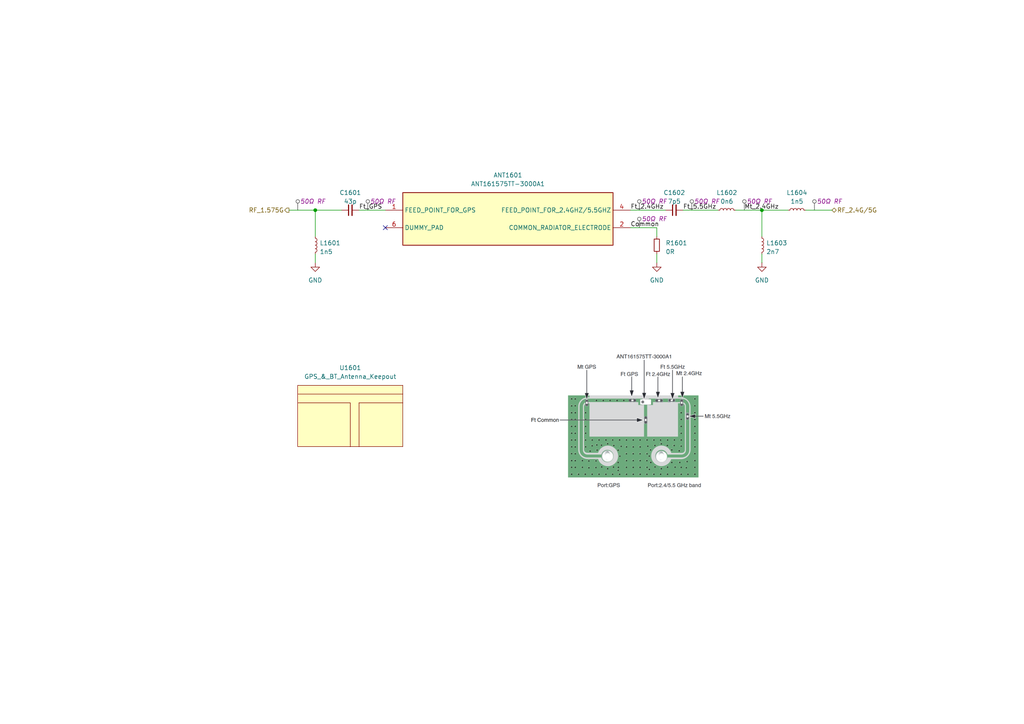
<source format=kicad_sch>
(kicad_sch
	(version 20250114)
	(generator "eeschema")
	(generator_version "9.0")
	(uuid "b84707fe-b2a0-4564-9468-acbc2983fed5")
	(paper "A4")
	(title_block
		(title "Watch Antenna")
		(rev "1")
	)
	(lib_symbols
		(symbol "ANT161575TT-3000A1:ANT161575TT-3000A1"
			(exclude_from_sim no)
			(in_bom yes)
			(on_board yes)
			(property "Reference" "ANT"
				(at 0 12.7 0)
				(effects
					(font
						(size 1.27 1.27)
					)
					(justify top)
				)
			)
			(property "Value" "ANT161575TT-3000A1"
				(at 0 10.16 0)
				(effects
					(font
						(size 1.27 1.27)
					)
					(justify top)
				)
			)
			(property "Footprint" "ANT161575TT3000A1"
				(at 72.39 -79.68 0)
				(effects
					(font
						(size 1.27 1.27)
					)
					(justify left top)
					(hide yes)
				)
			)
			(property "Datasheet" "https://product.tdk.com/system/files/dam/doc/product/rf/rf/antenna/catalog/rf_ant_ant161575tt-3000a1_summary_en.pdf"
				(at 72.39 -179.68 0)
				(effects
					(font
						(size 1.27 1.27)
					)
					(justify left top)
					(hide yes)
				)
			)
			(property "Description" "Chip Antennas, Pass Band1=1574 to 1577MHz;Pass Band2=2400 to 2484MHz;Pass Band3=5150 to 5850MHz"
				(at 0 0 0)
				(effects
					(font
						(size 1.27 1.27)
					)
					(hide yes)
				)
			)
			(property "Height" "0.4"
				(at 72.39 -379.68 0)
				(effects
					(font
						(size 1.27 1.27)
					)
					(justify left top)
					(hide yes)
				)
			)
			(property "Mouser Part Number" "810-ANT161575TT-30A1"
				(at 72.39 -479.68 0)
				(effects
					(font
						(size 1.27 1.27)
					)
					(justify left top)
					(hide yes)
				)
			)
			(property "Mouser Price/Stock" "https://www.mouser.co.uk/ProductDetail/TDK/ANT161575TT-3000A1?qs=%2FQ2qp2Z%2FWFzXgfHtTXyT%2FQ%3D%3D"
				(at 72.39 -579.68 0)
				(effects
					(font
						(size 1.27 1.27)
					)
					(justify left top)
					(hide yes)
				)
			)
			(property "Manufacturer_Name" "TDK"
				(at 72.39 -679.68 0)
				(effects
					(font
						(size 1.27 1.27)
					)
					(justify left top)
					(hide yes)
				)
			)
			(property "Manufacturer_Part_Number" "ANT161575TT-3000A1"
				(at 72.39 -779.68 0)
				(effects
					(font
						(size 1.27 1.27)
					)
					(justify left top)
					(hide yes)
				)
			)
			(symbol "ANT161575TT-3000A1_1_1"
				(rectangle
					(start -30.48 7.62)
					(end 30.48 -7.62)
					(stroke
						(width 0.254)
						(type default)
					)
					(fill
						(type background)
					)
				)
				(pin passive line
					(at -35.56 2.54 0)
					(length 5.08)
					(name "FEED_POINT_FOR_GPS"
						(effects
							(font
								(size 1.27 1.27)
							)
						)
					)
					(number "1"
						(effects
							(font
								(size 1.27 1.27)
							)
						)
					)
				)
				(pin passive line
					(at -35.56 -2.54 0)
					(length 5.08)
					(name "DUMMY_PAD"
						(effects
							(font
								(size 1.27 1.27)
							)
						)
					)
					(number "6"
						(effects
							(font
								(size 1.27 1.27)
							)
						)
					)
				)
				(pin passive line
					(at 35.56 2.54 180)
					(length 5.08)
					(name "FEED_POINT_FOR_2.4GHZ/5.5GHZ"
						(effects
							(font
								(size 1.27 1.27)
							)
						)
					)
					(number "4"
						(effects
							(font
								(size 1.27 1.27)
							)
						)
					)
				)
				(pin passive line
					(at 35.56 -2.54 180)
					(length 5.08)
					(name "COMMON_RADIATOR_ELECTRODE"
						(effects
							(font
								(size 1.27 1.27)
							)
						)
					)
					(number "2"
						(effects
							(font
								(size 1.27 1.27)
							)
						)
					)
				)
			)
			(embedded_fonts no)
		)
		(symbol "Device:C_Small"
			(pin_numbers
				(hide yes)
			)
			(pin_names
				(offset 0.254)
				(hide yes)
			)
			(exclude_from_sim no)
			(in_bom yes)
			(on_board yes)
			(property "Reference" "C"
				(at 0.254 1.778 0)
				(effects
					(font
						(size 1.27 1.27)
					)
					(justify left)
				)
			)
			(property "Value" "C_Small"
				(at 0.254 -2.032 0)
				(effects
					(font
						(size 1.27 1.27)
					)
					(justify left)
				)
			)
			(property "Footprint" ""
				(at 0 0 0)
				(effects
					(font
						(size 1.27 1.27)
					)
					(hide yes)
				)
			)
			(property "Datasheet" "~"
				(at 0 0 0)
				(effects
					(font
						(size 1.27 1.27)
					)
					(hide yes)
				)
			)
			(property "Description" "Unpolarized capacitor, small symbol"
				(at 0 0 0)
				(effects
					(font
						(size 1.27 1.27)
					)
					(hide yes)
				)
			)
			(property "ki_keywords" "capacitor cap"
				(at 0 0 0)
				(effects
					(font
						(size 1.27 1.27)
					)
					(hide yes)
				)
			)
			(property "ki_fp_filters" "C_*"
				(at 0 0 0)
				(effects
					(font
						(size 1.27 1.27)
					)
					(hide yes)
				)
			)
			(symbol "C_Small_0_1"
				(polyline
					(pts
						(xy -1.524 0.508) (xy 1.524 0.508)
					)
					(stroke
						(width 0.3048)
						(type default)
					)
					(fill
						(type none)
					)
				)
				(polyline
					(pts
						(xy -1.524 -0.508) (xy 1.524 -0.508)
					)
					(stroke
						(width 0.3302)
						(type default)
					)
					(fill
						(type none)
					)
				)
			)
			(symbol "C_Small_1_1"
				(pin passive line
					(at 0 2.54 270)
					(length 2.032)
					(name "~"
						(effects
							(font
								(size 1.27 1.27)
							)
						)
					)
					(number "1"
						(effects
							(font
								(size 1.27 1.27)
							)
						)
					)
				)
				(pin passive line
					(at 0 -2.54 90)
					(length 2.032)
					(name "~"
						(effects
							(font
								(size 1.27 1.27)
							)
						)
					)
					(number "2"
						(effects
							(font
								(size 1.27 1.27)
							)
						)
					)
				)
			)
			(embedded_fonts no)
		)
		(symbol "Device:L_Small"
			(pin_numbers
				(hide yes)
			)
			(pin_names
				(offset 0.254)
				(hide yes)
			)
			(exclude_from_sim no)
			(in_bom yes)
			(on_board yes)
			(property "Reference" "L"
				(at 0.762 1.016 0)
				(effects
					(font
						(size 1.27 1.27)
					)
					(justify left)
				)
			)
			(property "Value" "L_Small"
				(at 0.762 -1.016 0)
				(effects
					(font
						(size 1.27 1.27)
					)
					(justify left)
				)
			)
			(property "Footprint" ""
				(at 0 0 0)
				(effects
					(font
						(size 1.27 1.27)
					)
					(hide yes)
				)
			)
			(property "Datasheet" "~"
				(at 0 0 0)
				(effects
					(font
						(size 1.27 1.27)
					)
					(hide yes)
				)
			)
			(property "Description" "Inductor, small symbol"
				(at 0 0 0)
				(effects
					(font
						(size 1.27 1.27)
					)
					(hide yes)
				)
			)
			(property "ki_keywords" "inductor choke coil reactor magnetic"
				(at 0 0 0)
				(effects
					(font
						(size 1.27 1.27)
					)
					(hide yes)
				)
			)
			(property "ki_fp_filters" "Choke_* *Coil* Inductor_* L_*"
				(at 0 0 0)
				(effects
					(font
						(size 1.27 1.27)
					)
					(hide yes)
				)
			)
			(symbol "L_Small_0_1"
				(arc
					(start 0 2.032)
					(mid 0.5058 1.524)
					(end 0 1.016)
					(stroke
						(width 0)
						(type default)
					)
					(fill
						(type none)
					)
				)
				(arc
					(start 0 1.016)
					(mid 0.5058 0.508)
					(end 0 0)
					(stroke
						(width 0)
						(type default)
					)
					(fill
						(type none)
					)
				)
				(arc
					(start 0 0)
					(mid 0.5058 -0.508)
					(end 0 -1.016)
					(stroke
						(width 0)
						(type default)
					)
					(fill
						(type none)
					)
				)
				(arc
					(start 0 -1.016)
					(mid 0.5058 -1.524)
					(end 0 -2.032)
					(stroke
						(width 0)
						(type default)
					)
					(fill
						(type none)
					)
				)
			)
			(symbol "L_Small_1_1"
				(pin passive line
					(at 0 2.54 270)
					(length 0.508)
					(name "~"
						(effects
							(font
								(size 1.27 1.27)
							)
						)
					)
					(number "1"
						(effects
							(font
								(size 1.27 1.27)
							)
						)
					)
				)
				(pin passive line
					(at 0 -2.54 90)
					(length 0.508)
					(name "~"
						(effects
							(font
								(size 1.27 1.27)
							)
						)
					)
					(number "2"
						(effects
							(font
								(size 1.27 1.27)
							)
						)
					)
				)
			)
			(embedded_fonts no)
		)
		(symbol "Device:R_Small"
			(pin_numbers
				(hide yes)
			)
			(pin_names
				(offset 0.254)
				(hide yes)
			)
			(exclude_from_sim no)
			(in_bom yes)
			(on_board yes)
			(property "Reference" "R"
				(at 0.762 0.508 0)
				(effects
					(font
						(size 1.27 1.27)
					)
					(justify left)
				)
			)
			(property "Value" "R_Small"
				(at 0.762 -1.016 0)
				(effects
					(font
						(size 1.27 1.27)
					)
					(justify left)
				)
			)
			(property "Footprint" ""
				(at 0 0 0)
				(effects
					(font
						(size 1.27 1.27)
					)
					(hide yes)
				)
			)
			(property "Datasheet" "~"
				(at 0 0 0)
				(effects
					(font
						(size 1.27 1.27)
					)
					(hide yes)
				)
			)
			(property "Description" "Resistor, small symbol"
				(at 0 0 0)
				(effects
					(font
						(size 1.27 1.27)
					)
					(hide yes)
				)
			)
			(property "ki_keywords" "R resistor"
				(at 0 0 0)
				(effects
					(font
						(size 1.27 1.27)
					)
					(hide yes)
				)
			)
			(property "ki_fp_filters" "R_*"
				(at 0 0 0)
				(effects
					(font
						(size 1.27 1.27)
					)
					(hide yes)
				)
			)
			(symbol "R_Small_0_1"
				(rectangle
					(start -0.762 1.778)
					(end 0.762 -1.778)
					(stroke
						(width 0.2032)
						(type default)
					)
					(fill
						(type none)
					)
				)
			)
			(symbol "R_Small_1_1"
				(pin passive line
					(at 0 2.54 270)
					(length 0.762)
					(name "~"
						(effects
							(font
								(size 1.27 1.27)
							)
						)
					)
					(number "1"
						(effects
							(font
								(size 1.27 1.27)
							)
						)
					)
				)
				(pin passive line
					(at 0 -2.54 90)
					(length 0.762)
					(name "~"
						(effects
							(font
								(size 1.27 1.27)
							)
						)
					)
					(number "2"
						(effects
							(font
								(size 1.27 1.27)
							)
						)
					)
				)
			)
			(embedded_fonts no)
		)
		(symbol "power:GND"
			(power)
			(pin_numbers
				(hide yes)
			)
			(pin_names
				(offset 0)
				(hide yes)
			)
			(exclude_from_sim no)
			(in_bom yes)
			(on_board yes)
			(property "Reference" "#PWR"
				(at 0 -6.35 0)
				(effects
					(font
						(size 1.27 1.27)
					)
					(hide yes)
				)
			)
			(property "Value" "GND"
				(at 0 -3.81 0)
				(effects
					(font
						(size 1.27 1.27)
					)
				)
			)
			(property "Footprint" ""
				(at 0 0 0)
				(effects
					(font
						(size 1.27 1.27)
					)
					(hide yes)
				)
			)
			(property "Datasheet" ""
				(at 0 0 0)
				(effects
					(font
						(size 1.27 1.27)
					)
					(hide yes)
				)
			)
			(property "Description" "Power symbol creates a global label with name \"GND\" , ground"
				(at 0 0 0)
				(effects
					(font
						(size 1.27 1.27)
					)
					(hide yes)
				)
			)
			(property "ki_keywords" "global power"
				(at 0 0 0)
				(effects
					(font
						(size 1.27 1.27)
					)
					(hide yes)
				)
			)
			(symbol "GND_0_1"
				(polyline
					(pts
						(xy 0 0) (xy 0 -1.27) (xy 1.27 -1.27) (xy 0 -2.54) (xy -1.27 -1.27) (xy 0 -1.27)
					)
					(stroke
						(width 0)
						(type default)
					)
					(fill
						(type none)
					)
				)
			)
			(symbol "GND_1_1"
				(pin power_in line
					(at 0 0 270)
					(length 0)
					(name "~"
						(effects
							(font
								(size 1.27 1.27)
							)
						)
					)
					(number "1"
						(effects
							(font
								(size 1.27 1.27)
							)
						)
					)
				)
			)
			(embedded_fonts no)
		)
		(symbol "watch_symbols_lib:GPS_&_BT_Antenna_Keepout"
			(pin_numbers
				(hide yes)
			)
			(pin_names
				(offset 0)
				(hide yes)
			)
			(exclude_from_sim no)
			(in_bom no)
			(on_board yes)
			(property "Reference" "U"
				(at 0 12.7 0)
				(effects
					(font
						(size 1.27 1.27)
					)
				)
			)
			(property "Value" "GPS_&_BT_Antenna_Keepout"
				(at 0 10.16 0)
				(effects
					(font
						(size 1.27 1.27)
					)
				)
			)
			(property "Footprint" "watch_footprints:GPS & BT Antenna"
				(at 0 -12.7 0)
				(effects
					(font
						(size 1.27 1.27)
					)
					(hide yes)
				)
			)
			(property "Datasheet" ""
				(at 0 10.16 0)
				(effects
					(font
						(size 1.27 1.27)
					)
					(hide yes)
				)
			)
			(property "Description" ""
				(at 0 0 0)
				(effects
					(font
						(size 1.27 1.27)
					)
					(hide yes)
				)
			)
			(symbol "GPS_&_BT_Antenna_Keepout_0_1"
				(polyline
					(pts
						(xy -15.24 5.08) (xy 15.24 5.08)
					)
					(stroke
						(width 0)
						(type default)
					)
					(fill
						(type none)
					)
				)
				(polyline
					(pts
						(xy -15.24 2.54) (xy 0 2.54) (xy 0 -10.16)
					)
					(stroke
						(width 0)
						(type default)
					)
					(fill
						(type none)
					)
				)
				(polyline
					(pts
						(xy 2.54 2.54) (xy 15.24 2.54)
					)
					(stroke
						(width 0)
						(type default)
					)
					(fill
						(type none)
					)
				)
				(polyline
					(pts
						(xy 2.54 -10.16) (xy 2.54 2.54)
					)
					(stroke
						(width 0)
						(type default)
					)
					(fill
						(type none)
					)
				)
			)
			(symbol "GPS_&_BT_Antenna_Keepout_1_1"
				(rectangle
					(start -15.24 7.62)
					(end 15.24 -10.16)
					(stroke
						(width 0)
						(type default)
					)
					(fill
						(type background)
					)
				)
			)
			(embedded_fonts no)
		)
	)
	(junction
		(at 91.44 60.96)
		(diameter 0)
		(color 0 0 0 0)
		(uuid "49737894-fca6-4556-9ced-85449925e86b")
	)
	(junction
		(at 220.98 60.96)
		(diameter 0)
		(color 0 0 0 0)
		(uuid "643c088c-7128-491c-9e05-1acdbd73307e")
	)
	(no_connect
		(at 111.76 66.04)
		(uuid "3051f926-f064-4f1d-860b-bd39ec5fcbcd")
	)
	(wire
		(pts
			(xy 190.5 66.04) (xy 182.88 66.04)
		)
		(stroke
			(width 0)
			(type default)
		)
		(uuid "01b31fec-b413-41c3-aa51-9f3b35d66ed0")
	)
	(wire
		(pts
			(xy 220.98 60.96) (xy 228.6 60.96)
		)
		(stroke
			(width 0)
			(type default)
		)
		(uuid "36be5a31-2804-44b8-ab39-90649bae4fdc")
	)
	(wire
		(pts
			(xy 91.44 73.66) (xy 91.44 76.2)
		)
		(stroke
			(width 0)
			(type default)
		)
		(uuid "57430e8f-990a-45db-bab3-7ecc9199adc3")
	)
	(wire
		(pts
			(xy 241.3 60.96) (xy 233.68 60.96)
		)
		(stroke
			(width 0)
			(type default)
		)
		(uuid "632c9398-3466-43b2-8c52-7db13b3ada04")
	)
	(wire
		(pts
			(xy 198.12 60.96) (xy 208.28 60.96)
		)
		(stroke
			(width 0)
			(type default)
		)
		(uuid "689e52e0-7ca1-46f9-b023-f66bb3fca4a1")
	)
	(wire
		(pts
			(xy 104.14 60.96) (xy 111.76 60.96)
		)
		(stroke
			(width 0)
			(type default)
		)
		(uuid "810f87d1-522c-4e9c-a9b1-308f8430580c")
	)
	(wire
		(pts
			(xy 83.82 60.96) (xy 91.44 60.96)
		)
		(stroke
			(width 0)
			(type default)
		)
		(uuid "85fe6534-0412-458c-979e-c2003cc8e996")
	)
	(wire
		(pts
			(xy 220.98 73.66) (xy 220.98 76.2)
		)
		(stroke
			(width 0)
			(type default)
		)
		(uuid "9e2d77a6-2e8f-44c1-a964-9595ba3aa72e")
	)
	(wire
		(pts
			(xy 220.98 68.58) (xy 220.98 60.96)
		)
		(stroke
			(width 0)
			(type default)
		)
		(uuid "ab9797f4-24c8-4eac-a36f-b08bad4e2ddc")
	)
	(wire
		(pts
			(xy 91.44 68.58) (xy 91.44 60.96)
		)
		(stroke
			(width 0)
			(type default)
		)
		(uuid "b6fb8371-30ef-45a7-a76b-c61c350d5256")
	)
	(wire
		(pts
			(xy 91.44 60.96) (xy 99.06 60.96)
		)
		(stroke
			(width 0)
			(type default)
		)
		(uuid "cd320632-75f6-400f-9019-deb18e929dbf")
	)
	(wire
		(pts
			(xy 213.36 60.96) (xy 220.98 60.96)
		)
		(stroke
			(width 0)
			(type default)
		)
		(uuid "cf219c65-72f0-40d9-8fea-01af0b29e7a6")
	)
	(wire
		(pts
			(xy 182.88 60.96) (xy 193.04 60.96)
		)
		(stroke
			(width 0)
			(type default)
		)
		(uuid "e354b925-b336-46b1-983f-7e0eb3ad36ce")
	)
	(wire
		(pts
			(xy 190.5 66.04) (xy 190.5 68.58)
		)
		(stroke
			(width 0)
			(type default)
		)
		(uuid "ebd122e8-d3c7-435a-9ae3-d81ba4d56877")
	)
	(wire
		(pts
			(xy 190.5 73.66) (xy 190.5 76.2)
		)
		(stroke
			(width 0)
			(type default)
		)
		(uuid "f61600b1-e73e-45d0-b857-e56d2430d92e")
	)
	(image
		(at 182.88 121.92)
		(scale 0.312654)
		(uuid "be9db85b-6b6d-4d2c-9482-bf6f8707feb3")
		(data "iVBORw0KGgoAAAANSUhEUgAAA4gAAAJhCAIAAACM7glnAAAAA3NCSVQICAjb4U/gAAAACXBIWXMA"
			"ABJcAAASXAFoxDaJAAAgAElEQVR4nOzdd1xT1/sH8IeRBDAMBWQ4AAciDhzgxCLDbaG1Vmurtq46"
			"ftW621qto1pHbbVqayuOr6u2Vm1x4ABUKojiAhW0DBkqO8gIkEHI748LCFmEfdXP+9U/7L0nNyeX"
			"ED45z7nn6sjlcgIAAAAAaG66zd0BAAAAAAAiBFMAAAAAYAkEUwAAAABgBQRTAAAAAGAFBFMAAAAA"
			"YAUEUwAAAABgBQRTAAAAAGAFBFMAAAAAYAUEUwAAAABgBQRTAAAAAGAFBFMAAAAAYAUEUwAAAABg"
			"BQRTAAAAAGAFBFMAAAAAYAUEUwAAAABgBQRTAAAAAGAFBFMAAAAAYAX95u4AAIBm4vB9607HE5Fh"
			"n0krJ7ooN4jZN3P5sRQisp2w1f9T9Q3sPtiyb0a32H1zFvzxVJsndl96bs2I+vX9VXFxvc/WCG0a"
			"2nkNocvXUrRp6r4gePWrf/rE4ftWB8YRkaHLR6sn9Gzu7gC89hBMAYDdxKHn9gcFComI89Bq2ESX"
			"/kotSosE2ZlZRJTt/9Nhz/1TOqtpYComIiotzs3MytbiiTnFpcobo/d8suL484HLglaqzlzCh2cO"
			"/HMmLOJJLhna9h729li/twfY8dS9tMBVY3+OsBu/Y+80Z5W7VD6qPPBVxnH1KqNhjUcT5Wt3TshU"
			"JJJlZWdq0ZJbJKupifDh2f+dOHsjLPEFEbXq2MvV5/0Zb/cyVzxdYkFU0NE//w66nVFCBjaunhMm"
			"Thqu3KqBm1W0Dr2493yQkIi4j6xHTejZr4aXJD63Zsz2W8xXoJpePgCogGAKAKwmCDh7Ucj8U5p6"
			"Mezmov7KybSS6M7BXwJ8tvnZaDhglw+3nh5bNTOl/PH58t9TiIYsOL1kcJXteia2io8Vh188eS87"
			"U03mEt7aNeOzQ7Giiv/PuuQfdenwyQ+371o42FxF+7RT5wKzsiVmYhX7YuOj1OS/iievjONqvexm"
			"jUfzXnK657yq28N+mLjlGpHd+zt/Gm9XZbuRiYn4k4+rnb4/l84/9pRo4PJ/FrpX2a7i9FUljNwx"
			"a6n/y5NFmVlBjyKC/vIfsfJ/31b5AQpv7Zw3b+/jynaZgYeigk/8Me3H/fP6VEmTDduskiDg75Dy"
			"d5/k2YXQm4v6aXj3EVH6qTNBmVlSU1U/UgDQBoIpALCZ4NLlGxKi9h6DOaHhiennL1xZ0t9TdVMu"
			"lyORFPy7Y1/wyJU+6kbAiHjm7R2qxcSCFnpERFyjVg4ODup7IhZEHV+54kSauv3pxxbPOxQrIbNB"
			"83d/P6U7XyyIOr7y851hsX+t3NXjwmrv6j0SJgT98sWPtyTqjpb6LJmI67H4xCLFJFQR+Jw+2vHn"
			"2yrGdIlyr67/bHdkaacZH43W9mh8awd+te33uURExDNurXxSzKudvsKK02eu8fRVJwhct8I/VkRm"
			"vWat/nq2lx2PhAlhf/7w9W9hGRfXb+ztvmMc8xyCcxsW730sIpO+M1d9N9/DVpxyZc+Gb/ZG3T+w"
			"Yo3d0Y1jynvSsM2qdPNS8HUpUduhHvpXQ5PTzgZdXdZ/qLrXJEwI2vXN1giptucAAFTBxU8AwGJx"
			"fwdEEFGnMbM/8epARAXBV0LUjUbZT53zjhlJcs5v2xHekCNWMQdmDPNxcxky9OOdYXnqGokv7fKP"
			"kBB30NJ/dk/pzicinnmvKdu/G29L0pzA4Jedvrjex3toXxevd5eeiFMbS+l+agoRderex0FJ+/Ky"
			"M8+8nfJOBwfbF2c27Y0sNhm1Zuc8F+2P1rQEIWeuFBDx31m1Z4EXM9OB38l9xvbvxtsSiSKuhgiY"
			"djf37wzJI7KdvOF/8z1siYhn5zl/56ZJ1iTJvfTr4ZvUGM1eij91PoKIHIfPnfFWRyLKuxoSrOKd"
			"dXHtGM/Bg3sM/nDxsQT1P1IA0AqCKQCwV3zovzFE5DJsdDeXoV72RJQXeu2autSp12fhYg8+SVOP"
			"/7wvumE7wjNtbWnV2tLKzED1fvHF85eERG0nz5xQddiNN3jE9HHDRnva6FadwKnbomVrS6vWlhZ8"
			"jrrne/b0OZFBBzvHWvZTHL5tjX+c1GzE4i+qjP/V9WiN5l5slITIzMvbp9pm3mAnZyKS5ORkEBFR"
			"9K3wdCLqPvH9/tVajfPtRiTJiLwT3QjNXoq/cuUxEfUaNdLZZQjzvejqv2Eq3316RmZWrS2tWrfi"
			"c2t3JgBAAUr5AMBaN/85+ZiI+voMsyeit97quDc5Me/ypeCvfMaoHucz91u84Pz17yISDvx0eJiK"
			"q6DqpNu0fUHTyv8dsKzHN6Eq2ly7e0NCZDN4UF+FHS4TV7tMrLphxMrgisum7u+c8NHeZFVPGZOc"
			"JCXq6GCdEHYu9Pq1JwIybNNtgMfoIS4aBzjF4T+tO5ZBZiNWfj26Sj6u49Eakb33km96kkmnPgrb"
			"47LSiYjatOlGRJR8524iEdl062ZfvZlj156WFJOdEhmdPM/FvmGbvdweefpkDBH1GjbcnoiGetn7"
			"P0nOuxgc8rX36OqnbcTqcxU/0ugd787yf1KLMwEAChBMAYCtIsOC04lowGi/tkRELkO8OhxKfCK6"
			"cvGcYMw4VVcTEZHNpMUzAz/aHaXFVVANKDYuTkjE7dm1f5Wr8lt1HOg+duxHw9Rf8q1WRnoaETf1"
			"wKcfCiuv0zl/2n+X1eDJS79hytAqRP+29UQacdz/b+EI0/ofrTF1GjK+k9JGYeTu9b/HEJmN8WFm"
			"EecW5BMRObTrqtjUyaETUbY0Lz+/wZtVuhkamkZEg3zeaUtE1JP5XiQKP39OMFrduw8A6g2lfABg"
			"qeCz59KIuB5DR5bHrPJqvujmtasC9Q9znLZsqj1Rwb87fgnU0KxBpWVkEFG70rufjJm+Yu/piMfZ"
			"mVnZjyJO+3/96UjfVQHptTycICtTSCQplvC7jl/647F//jz28xdT+7XiijLD965a9MtdldXktGN7"
			"Dj4hcpwyf4J5/Y/WdC6u9xk2xmeYj9vgz36JFlv0m//zdyNMiIjoaepTIuIa800UH2NuZERE9PTp"
			"8wZvViHk7D8ZRJyhw8o7Q+XVfNGNq6FN9bYCeBMhmAIAK4kvXQ4REnEGDfWuTBI933qrIxGJIoND"
			"NGWDnp9+PsmGJDmXf97foFdBqVckFBJRYsjpO9Rr1tbfI6IjH0RfDt63fFRbjijj4vrF/vdrdbhC"
			"E8dRQ3oN/HDH8YOrp7h3d3Do7v7eMv8A/2n2RKLYg3v/SlZ6iDhk96+3JMQZOmmS4pKodThaUxLl"
			"Z2ZlZ2YViIiIpAWxgcdOPW721ZbEl0KDhUTcfkO9KwefK74Xvbw2CwAaHkr5AMBG4gtBF4VEpBe1"
			"+0Of3S835xMRSSMvBCZPmGKv7sG8wUuWjj6/JDD1+M+/+bgu6N3ova1gPfX7PQvK12DnW7mO37JX"
			"mue7LSL2z7+vzOqpZpUrFezHLN00Rmkrr8/cyT5H1weLosMjBZPtqw2LCgICAvOI2r8/bZyp4uNq"
			"f7QGE3NgxsIT1W4CoHw7KL/vH/gRkVjw363AfT9sv5h4duNC4h3dOMa8BZ9PJNRweKMWRkTUsM2I"
			"iEh84UKIkIh0H+weP+blu09SSEQkuRN4LnnCVHsNhwKAOsOIKQCwkCDgwnUJEZEoLys78+V/zLga"
			"SR5cuRyn6fE8n/lfjTAhScLhncfjG7+7Fq0tiIg6DB+hcGcgm+GefYmoJDY+pgGehmfn0JaIpFnl"
			"V61Xurl//w0JUa9331G8nKguR2s4pUWCaj++7BdqbwfFM+/iPmXLlv9z4ZAk99LZEAFRa0sLIpIk"
			"pcYqNo5OSSIiam1pSQ3djIhIEHDhmpSISFRQtfOZecy7T/og+EoTvKkA3kwYMQUA9ilf2Jw/as2+"
			"ub0U9t38ccKPVyX/XQmLn+6o4bJ789GLZvxzZVvEHf8fj3+rdL1LA2vT2pooh/T1lT5SmfmL0lKV"
			"K+GrJhY8TSsoJT0TW6VFRoXCQiKi1hZtq20OD72QTkTdPb3sG+BoDchp0o5/xlSNosx6/sHr/TaF"
			"lqq6b2dnV7c2FJ0sycnNJOrZ1ZlPycLkxHgxOVftuzgx/gkRmfTs2o0auhkRCS6FhkmI+N5rj3yq"
			"ONp+c8f4jeGSR9euxU3rzJrVtwBeJxgxBQDWKV/Y3Mxr9LvKS8K/6zOEQySNPR9Sw8RNm0nL5nbn"
			"kijyt32hhY3bYfu+fToSUep/jxRmH4ov3bxJVUOPFoSXNkz0fWfiRz8pLpkpDg8PzSaiTj26VavX"
			"B1+8kEVEjv0G2DfA0RoSz7y9qvX8bVu1yMzKjrodozRXU5yU9JyIuA7tnYloSJ8BXCLJzeBz1RoK"
			"Aq5eJyKumxszO6Jhm1H8yTO3iMhs+IhxKt59nm9xiST/nQtu4JVyAYCBYAoAbFO+sLmZl/tQFXt5"
			"Iz0GcYkkyZdCIms4UOfpn89w5EhyHsdl19CyvlzemziQQ6LIXWuPPXoZANNDt/3vopDIZtRI7SeY"
			"kvlwrwFcorzz+364nFJ5MHFK4PrvAtKIuH1Hja6WcsMjrwuJyNFziOJlT3U5WlNw9vHqRiS5vX/z"
			"qZQqcVmccmrl1hApEX/08NFERLwR49+zJhJd/3nryYqG4pRT63++ISGynfBO+R1XG7ZZXOjlGCIy"
			"8XlrqIqu80YMHcIhkiafv6J8pygAqD+U8gGAZcoXNrf2HTVU5X6eu1s/bmiYJDM4/Oaifoo3f6/O"
			"ZcaKCZc+OZrY8L1UYDNp9ReRH6wPDt022esPZ9futoZ5SREPHuWJiNtp7uYlmnupwHzCV19cmfjt"
			"9YRji6acd+oxyMGM8p78eydRKCEy8/72++pXfUXfi8wmDYOytTta03Ccsnzm5Vl7E86vnRLxv869"
			"na0NqeJ0EcdizNKF5XeE4g1e9MWUa8sPPwtZM+HhPwN62tKzyOuPciTEbTtp3bLKk9qQzW4GnI4h"
			"Dd8leO4D+nJDbkgy/r0eubB/P5VtAKDuMGIKAOwSfjkkjYhsPN5S91ff3NvTlUMkTb0YVuOoFa/3"
			"nM/8lFaubAw2vpsObZ410EpXmB51NSjw/K1HeTJ+5xHrj/1eec967Y81YfvhHTP7t+HL8h7fCjwf"
			"FBiRKCSjzl5zfz21cXT1C+jFiYmJRETOXdVe91SLozUVXp/5ew6u8u1lTXkpD66crzhdbXqMX73v"
			"wndVOsUbvPzPbcu9OvLLMqOuBgVefZRDRp29FvqfWlQt6zdYs/CQixlEZOvtru67hLm3ez8ukeTZ"
			"hVCMmQI0PB25XN7cfQAAqKThYp2qjVLTCmREhpYO1vyKhxhZOljxNbVW00CrZywnzEjKLiF9E9t2"
			"6psybbQ4Xnm/mBeh+WDq25QfRHOXtD5aHVrWqgNqH17j6dLmZNW/Wfn2mt59T9MKSlWenJreigBQ"
			"EwRTAAAAAGAFlPIBAAAAgBUQTAEAAACAFRBMAQAAAIAVEEwBAAAAgBWwjikAwBsn4PRZIurSxdGp"
			"C26sCQAsgqvyAQDeOD1c+hHR3Dmz5s2d1dx9AQB4CaV8AAAAAGAFBFMAAAAAYAUEUwAAAABgBQRT"
			"AAAAAGAFBFMAAAAAYAUEUwAAAABgBQRTAAAAAGAFBFMAAAAAYAUEUwAAAABgBQRTAAAAAGAFBFMA"
			"AAAAYAUEUwAAAABgBQRTAAAAAGAFBFMAAAAAYAUEUwAAAABgBQRTAAAAAGAFBFMAAAAAYAUEUwAA"
			"AABgBQRTAAAAAGAFBFMAAAAAYAX95u4AgBoX1/tsjSAiog5Tf9451VF1q6ub31sfLCIishu/Y+80"
			"ZyIiEmYkZZeQnolte3Oedk8mTAi7GBhy/dadx+klRIbWzu6DfIe/M6SXisfH7puz4I+nKo/SquNA"
			"n/c++HBYJ77iHrEgKuhowJXy45OBjXNvtyFDR490V24KAPVxce2Y78M0N2k3afuvM7pVfFLom9i2"
			"0/aTotEJE8IuXAi+du9ObEYJkaGt05Aho0a8O8RFRQcvrhm2I4zI7oMt+2Z0U3GomAMzFp5IIXJf"
			"em7NiMbvOUADQTAFthLlZ2ZlExFRXlBY/FTHzqoahYScfpopJCIiM/HLrVsmrgwhx9kHTs5T9Xld"
			"nfjxqTVfbj+bJKqyLTsz5cGVo/v5nb2Wrl/5nlO1PwmlxbkVHVOUmXX6UcT5Y/1m/rBrWp+XD0oP"
			"WD5t3cVcSbWWT6Ounj64raPv6h9XD7epsZMAoCVRfnZmluYmpuUfFiE/+H4TSo7T//xrjrOm9uLA"
			"VeN+vKFy18BlQSs1pb5o/4+X/vNc1R6lQCl+dGr9F5svVvsoyspOjrp2+DejzsMWbFg9rmu1jyJx"
			"flZ25ssXo6S0SJCVnUmc4lIN/QNgHQRTYD9p7NWw+OmdVSTT4GvBwnodWnxv14efHoqTEHFb9Rj7"
			"/vQxXh3NiQSJYREX/zoSmhR/8bsZzzJ3/Tqvt/JwxcDl/yx0r7pBkBh8/OdfLz7Pidy76hfnc4v6"
			"M89wd+eSdRdzJWTgMObjBeO8OpoTUdHzOxf/t/vUzZzEE6u+sLE69KlLvV4FACiye3/nT+PtVO8z"
			"tHSo1bFi/otWE3a5RTKNjxQnxt5V8z22eqAU3905bdbeBAkR16Kr76QpY7yZj6Lw6+cCDl9OiT/3"
			"w/TUrJ/3zenDlqFdgMaCYAosx+fzhcJH167FTeusVM0P/vdfYXmLOuVTQeCqhYfiJERmA1bt2zGh"
			"U8V2BwcHV58p0yK3TVu0Py5m3ze7+55Z2F/hsVwjcweHan/dHBxmuXZrJfpoTagw9Z+gq4v6DyUi"
			"8cXDhxIkxHH/+u/dE8yrtO3u/rbnjsnz/eMeHz4Z8rGLN/7cADQknnFrhd/QunuWmkLEHbzi+IIB"
			"Cnv0TWw1PvK/58+JqOOUH7a911Zhl1GVdCw4t+bzvQkSIrNBSw/sVvgomjz91k8fzzsa9+Dwql96"
			"V3zjBXhtIZgCu3H7+gy988/Z/66ExU9XrOaHhIYIibr7eAv/CagIphfX+2yNEBcQEaX+udznb/UT"
			"sIhu7v/1fB4Rt9PcHVVSaSV+v0Ubpt18f09M6tmzwXP7+2gTHW3GDnVZExpOxXFxMTS0G9G1uzck"
			"RDRoZJVUWo7XZ/bkQQe/Cc2LjIoib/y1AWhCF9cM2xEmKSQiSj2xYNiZqpPUFUWnJhFRJ2fX2ifd"
			"pKRkIoOuPYZofOTN/TtD8oi4jtN/3q3qo8jt802f3hm363HqP+eD52n3UaSKxtm3Nc1JAGgqCKbA"
			"cvquHu7BZy+oqOYzdXyXIR6W5/+p3PhyZiqJ8rJFGiZgiS8F/JNBRPxRM+apq6Q7vjvz06Sgp9Sq"
			"NJtIccBDJZ6ePhGRpLR8WldRkZCIuGKxgEg5mrp/uOGbgUI9a2ttDg0ADaZ8giYRkaggU1Rtkrqi"
			"Z8+fEhk4tFc5z12jmOdPichec54VXzp3Kp2I+KNnz+mppk3ncR/PTrxcm48iFTTNvq1pTgJAk0Ew"
			"BbbjeLh78i+cUarmM3X8XkM9Wxedf7nV7/sHfhSwuF/NFz/djropJCKTkZ7e6p/c3Of/NvjUprfh"
			"j2KIiAw6dmSe2cW5F4VGSe7s/nJXy6WT3upS/dpa894j3+tdm8MDQIPw3RbtSwHLemhx8VNsSoqE"
			"yNneOiHs3JXr1xNyybBNV/cho1Su2lFdSnIykYFdW/Oo4MNhYTHpJdSy05ABnh7VluO4ffe2kIjM"
			"vLw1fNaYe3+2ScMnlVb8foz0q74lLWDZxG9C84jjOO2D0fU8OkADQTAF1uN5DB3KP6NYzS+v43t6"
			"2dOZuhxVkJqSRUTk3LVPQ3VUnHL5px9P5hARf8TQ8qKY/YeLZgbN2puQE3lo8YRDXH4r207dhgwZ"
			"3KeXa+8eWi9mBQC1xRToVah1zTotI4OIk3pw/rvCygvmg07u3WM9cMLK1Z95aFhUIzkzXUJkcO3b"
			"kReFlatynD/+K7/j8CWr14xj1vsQpCbnEBE5O9bto4iZs6RCWdELzY9MP/39j6F5RNxBn+9RWzYC"
			"aGoIpsB+PI9+fblnQ6tV8yvq+F72VFCngz7PySYi4rbgm1bbrnqZUhXzzyK+Hzbmxyr/LyvOyxFK"
			"iYjMvFd9Xjm2wesz/8CRTrt+2nnm1vNiiTA3OepactS1w0TENbLo4DZp9mcfe9khoAI0MKZAr6zW"
			"NWtBdpaQiIQS4x7jZs0b796Gnt8J/P3n47czIg4tXaz/2//UXyn/PDuNiETFpQ4es2ZOfLubuSDx"
			"8sldB88mJZ7duFCmd2CLnw3RM2ZKAdeYb1LtwTH7Zi4/lqJ4SOVJ88ycpVoT392xYHNwHpGZ97fr"
			"lafAAzQbBFN4BfBGDnlrfWhwlWo+U8d3HNDPnuh+gz6X6mVKleefSYpzsoqVHm1QPohS7WOe13XU"
			"kl9HLSFhRtLjh2ERN27dvnfv8dM8UXHO49Cdi26GzN5+aB4WgQFoUOqWi6rpOnolhcadhnmWFDh8"
			"umbRYOYX28Ghm/vbPj9N/ORoYuzvv/w1cu9ke9UP1bd2HeWWJvZYva38kiYHhxmuPqNdF3y0JjQ3"
			"ZMfBq35fDlX7vKVFAhVTQpUnzdtP2rJjoqp1sZJPLFj4V7Lqg4vv7t7kHyclsp+1Y+NoxFJgEwRT"
			"eBXwRgwdsjk4pLKaz9TxO3l71Lx+vjptLCyJkomeP4shqnKYLh9uPT22ypBK2Hbf8htQKVBax5QM"
			"LR2sNd3IiW/t4Grt4OozhYhImBD2956Nv55/Joo9sOuoz/7pam5tBQB10WDLRdmPXbphrPLhe8+Z"
			"5n18ZYjoXnikYLK96mjXf+rm/lOVttq8N2Pc4dBDiTnXb0XS0H5tLa2InhA9fR5LVKUs4/TRjj/f"
			"rrI2ftgPE7dcU/EkXBNL1S+0wFBPzUtKC1j5+YFkIo7j7K8XoIYPLINgCq8E3kiPQetCKqr5TB3f"
			"8a2hdc+lZN7erjXdypIkJySLqdvL8UqeeXuHKn9kkq8Uqn688jqmKgjuXgh9UkTWLuPcFdeA4Xdy"
			"n7LlEK9w5NYwyX//3kie7mhfl5cBAM2D5+DQhihZkpObqWLJDY1c2jsQJZIgO5uIzNvbW1BEjuTJ"
			"k2QxOVf9KGpX/aOobpOWlKUfW7M+NI+I7/0FppYCC+k2dwcAtMIbOeQtLkkeXbsWR+G3I4VEjp5D"
			"NN5FsCaDPUbaEJHoysVzArWN0iMi/6vHcxRG/b5p7bof9l5PVr3fvEvXtkQkLRQW1eNZAKCxiAWp"
			"SUlJSU8FyqtJFRYJiYgsWqlZvkmYmZSUlJSUqXz3D0FRERGRuaUlEdFgL29bIhKFn9f4UXTjUe17"
			"r0x8d8eCXRESIjPvVV/7ooYPLIRgCq8I3oihQzgk+e9K2KnQ4Jx61vGJiKj/Rx+7cYlEEXs2B6Sr"
			"bJEW8OMvEdJ6PIV9F2cLIumDM2fvqlwkUfDfo2dExOloV8/XAgCNQnhps+87E30n77ym8CssDg+9"
			"mkNEjj26mah8JEXvmzXR953JS4/HK+xIuxR2h4i43br1IyKifh9+MpBDJLr+81Y1H0XpAd/vi5Co"
			"3FUr4uANy/3jpMTtNBdTS4GtEEzhVcEb6TGIS9LYg7+cya5vHZ9hO2nlN94mJMk9/92nc3YGJVQd"
			"2BAmBO38dOI3oXlcDrceTzF43Pu9uCSJO/Z/Mzacian6BGJB1NnVc34KkxCZjRo9ph7PAQCNxny4"
			"hzuXKC9o97YrKZXZVJwSuGHryXQibi+/0RWfRMKMpGpDpIO9R1gTSaMO7jxc5XdfeGvvil9vSYjM"
			"xo6oWDrUZtLqL3zMSJITsv6T+TsUPooSg3ZMn7IypIDL5dTztaQFrFwbUEDEcZz2BWr4wFqYYwqv"
			"jPJr8/MKJDXV8S1aWxDlJB9d/2lqB8chs5aOsVfT0MZv477SVbO/u5gZvvfr8EMbLMxa6BERifOz"
			"CkREZOA0/8dRt+dtU3n1k1Ycp21eGffR+pCcBwErPgz8zsKshS5R1bWlDJzm71g5tM7HB4A6s7Bs"
			"TZSV/MfKOU87dxo0V+UnhfmEVcvC/DbciDv2xfjzjr0H2rWkvPhrUfFCKZHJqDUbp1Y+JuQH329C"
			"iTijvgvfMoaIqP+CL6b+u/xQ6o0tn4w96tzXxcagJP1+RFSmiLn76OqhL5/FxnfTodJV0384n3HT"
			"f+mHB/mtWhrpERFJCjPzRERk4Dxru2/UnE236v5ikw+vWB+aR0T89lapx7/48rjCuRgyZ9FYFa8f"
			"oKkhmMKrgzd4oCsn+Lq0xjr+4FHvOv/tHytMjDifKGj/ocZj2r23JcDZ0/+3fSeuxb9cAYrLt+k1"
			"/OMVX47ryrtbZEd1D6ZEtn4bz3Q68cOWwxdi04U52ZVjIVy+jXP5U9Tj6ABQZ4NHTHQ+uzO2OD4i"
			"KF7Q7mM1rWwnfH/Cwn/j1hO3nsdFnI8jIiIOv7PHrEVfTh+ssRzOG7zs2G/2323aERL3POra8ygi"
			"IjKw6jV61urVvgrXQ/Lsxm0JdPbcs8//j+vxwtyKYVcOv02PkTOXfTnOiXfvJ3uqRzDNz89jJgMI"
			"E6+dT1Ta3cluSt2PDdCAdORyeXP3AUAVYUZSdgnpm9i2e3mDJLEgNa1ApnqjwmJNzNaaVnCqpvxA"
			"pGdiW/WmTMKMpGx6eRyVfdD2CZ6mFZSS0jMANLUeLv2IaO6cWfPmzmruvjQw5pOjxtXbKjC/ldq1"
			"1nzo8r0qf7vLf/e1/M1X91GUmZRNlg5W/Jf/W0xk9HKLyqNUHKTioGrU6rMSoBEhmAIAvHFe42AK"
			"AK80XPwEAAAAAKyAYAoAAAAArIBgCgAAAACsgKvyAco9/i8uIOAsEU2ZPMnW1qa5uwMAr48jR/94"
			"/jzNycnRz3dsc/cFgNUwYgpQLi0t/cjRP44c/aOgsLC5+wIAr5WAgLNHjv5x+XJoc3cEgO0QTAEA"
			"AACAFRBMAQAAAIAVEEwBAAAAgBUQTAEAAACAFRBMAQAA2Cl6x7v9erj06+HSr++CUwVqW+16x4Vp"
			"Nnj5ubQS5iQAACAASURBVMqtCWEnT504GfQgv0l6qg3hwzM7V07xHTnQrV8Pl3493IZ6Tvy/LYdv"
			"pIhVtA1Y3K+HS78e7/8aq/pY5Wem7/LARu0yND0EUwAAALaTRFwLUhMx7//7b6KKzbEn121au+7A"
			"tWc1HluYELR34cQxQ/pX5sVle/5Nr3UX008v8ujXw+XDX2KU94lTAtf7ek9fsfdSVEquUEJERJLi"
			"nMe3Dm9dMPat9zcEC2r9dPCaQjAFAABgPUnk1RCVyTT66uXkehw3PWDxO+8u3RPyOK+Ub2nV2tJM"
			"tzjncejO+ePf23lX1VCmOvH7v9gcnKd6X1rAyslfnU4SkYF1/6kbfgkOj3wQHfkg/PSxn+ePdTAg"
			"UcofSyYuP4dsCkRYYB8AXhuCexeuPCnW3MbaZZx7p7o+gTAj6fHDOykFRGRm59q7R3tznsp2CWEn"
			"72eo3GPQ2qlvr+7W/BqPT6bt+3Z3clDXsnGp73+lFg6eI3ubN013ak8sSI1/9OBxppiIZ+3Ut1c3"
			"Necx4dqJ6Gwiow5DR/ZR9WIq3lGWvd4bUud3TYOwtbFOS8+4fjWkYNw4E4V90dcuPyGysbZNz0ir"
			"/ZHj93+9LqSADJxmbds2e5A5j4jEKVe2fbX0WELc3uWbugev9tTmMOK7O1f/HC1VvTPuwBfrQ/OI"
			"DJyn/uL/mVvlD4Nv3d19ykZ3nwGLp6wMKTj/3c7hY9b41P4lwGsGwRQAXhPPw/av3ZussYmR7/fj"
			"3DsRxRyYsfBESgvPVf8s9dDiyOKUK79t/PFwRKao6lauUedhM5bPnjDATiGfxp5ctylY7cEMrL1m"
			"bft2SveqWUn8+OTatVuDEstLnC+beny69rOpSk/QyDT3n4iIus3uNbK3OcXsm7n8WIrR8FV/LX9L"
			"iwO/TN4a86JG4sdXz8Tk8jt4qAzGwpgTG1bvuhRfXO1EGlgNHj/7s7ljuys8X8zptetCiZwWuKgO"
			"puXvKKORPzZ3MOV7eww88mdExLWg/HHvmVbbxdTxbb09nI/8WRlMAxb3WxnC/DNh94f9dlOnub//"
			"Pq+b8oGjz595KCFOr9mrFgyqOAU8O88vf1gY57flTsHp84GrPUfX2D1x8MbP9yboOjt1jH2sNKlA"
			"fOng4SgJkZnHyh+rpNKXbPy+/vTCta1hwqCAU4t8xpkqt9DG/Z0TPlL766/u5QMbIZgCwGvGus+o"
			"Htaqdxn2tCIiotIiQVZ2plGBRHWzatIurZn5deBTCRFx+G2c3HpaG5IoLTb6cUpB/Lmds4KuTP9l"
			"wyI3Ffew5Xce+Fanqn+HRWn378Q+L864vPNjgezPQ59UZJ30gK8+WxNSUOX4RHkp1+/F5WWE7pj9"
			"X/L3v20Y3gz3yFXqfxXt7FsSEZUWCbIzs4zyRapbvSR+fHLTxl1nH+VUOeNci8FzNi2fperUqZV+"
			"+svZ64PzqNv8nkrBVHx3//zPf4rKIyIyMHPqMcjBjCgv6VZMYk5m+JF14SHX1m5fN86paUN+Q2nh"
			"7jnwz4iIyKsh+e9Vi25MHd/ax6Nz2pGXWw1MLa1ai/OzCkRkYNbamEcmql+2IPbhEyJuxyH9O1ff"
			"YePS257uJEuSUmOJnDX3Lf30l98G5hn0WrZ27L331ysGU0HA35eERJz274z3U/ejNvdbsEXfO5f4"
			"DqWan0oDfaNWVq2Lqm+TFeXlCiVEXH1knVcIflgA8Hox6jV507phDXQw8b1d878OfCohbnvvrzZ9"
			"Pb7by6AmTrny29oN/nce7p/3temx/dOVhtTsRs7fPFNhq/juzmmz9iZIoo8f+3fSqrd4RCQ4vnFd"
			"SAFxu0/fuXpe1cFR4cPDyxZuuZ5xesuB4R4rPJo8UKnqf91UJG8Dq8GTJ/p0MKIXsaeOnX+QE75j"
			"3pKSPQcW9NbytaWf3LhdwyxGJpUa9P145+qZ1U5kzIl1y7edf3Zl9cItZkdXebF2CoIm/OEebt9F"
			"3FKs5pfX8T3e6kd/VGk9YvW5EXR6kcv6YGo7abv6wcJCE8dRw1pSFxelBlnZOUTENW5hVEPH4vd/"
			"sTm4uNWolWunOt66p7z/XmyUhIjMhw7ur/4gvK6e47rW8EQ1cJ7xa/CMalsE5756Z0UIkYHztIUf"
			"Y7j01YFgCgBvFMHdC6FPUpMKiYiyok+eytc0gzD6t3WH4iRENiM37Vk3rPp4D8/Oc8FuU9kHc/Y/"
			"eXj0WOhHq7SJjrw+82eM/uOrf4Q5kfdi6a3eROKwG3ckRK19P56nULLnd5+yffkjr5Vnsi9fDl/h"
			"4VXHF9xIBPcuXHnyNKGQiCjj/qkThWrn74ov7d4UUkDc7gsO7p5VPmA5bvyU0Tsmz/ePS/DfeXz8"
			"/im2NT+h+O7OJd+FCtX05vT3W0LziLgusw/tntG1+k+C3238lr26JeM3XU0/czhwpteUug4/C+5d"
			"uJqkpgekbnZBQzEf7j5w0y2Fan5FHd+9P2X+ofHhqtmPWbppjIrt6acCQoREHHvXnvaaHs9MLSWL"
			"EfMWqhkOTU5NFRIRt4ujSx36RxS3f6LL/ro8MP30+i0heUQGfWetn9fn1Rwnf0MhmALAG+VZ2G+b"
			"/J8QEVHx3YPr7mqYQSi+dPLYEyKymLDi62Eq/+zy+kydNODIhhtZl/4NX6VldLSwbE0kpKysbCIi"
			"epySJCUiS5s2Kv528jzcvSwjb5AgPZnIXqvDN5UqM3qLIw9viqycv6vkWliYkKi178dTq5bReX0W"
			"zB52bEmg8M6NUMGUSTUlOvG9X9ftTSCX2Z+Z/bYrVHFv/KkTwUIi6rVws2IqLWczbvI7/7t6JON2"
			"0MWUKZ/YafkiFTwL/3XdIVULMxGRytkFDcp84ACXbRHRVav5lXX8/kSnG+p5hDGHv1rw61UhcS28"
			"ZkzUFCeZqaXUfuL6b33VfbUoKGKSvD6n+s9F9ZRQx+l//jWnhpkD2hDf3bFgc3AecS28V26Y0rnm"
			"BwCLIJgCwBulrfvsL21Tw3f/fC3LqM/HS4fbk6WDmqYhwSFCIrIbOeYttQMu5hN23JlQqw7kZGcR"
			"EbVubcn0x9KK6AnFXL708INOilfnEG/0t+dqvvakObRxn77a9um/u/2vZBv1m7JglANZd1DZMCbu"
			"kZDIqFv37oon0dLCikhIhcIXRJoTXfrpLxceTeR2X7Bicus9vyk/RdClx0RkNHTUaPWDof2XnX6w"
			"rKZXpVnbwXO+sa0+Ylr65Mwvh+8VE1l36dCyfkevkb3X0O7boh++rOYzdXyzfm79GuYJxClXDm7/"
			"xf9yiojIwNpj8U8rR2v4uZRPLXWau+6zwY03IKk2qkbveHdW+TdMReK7e7YejJMSt+0H69aondgK"
			"bIVgCgCvGaZAr4xZFci8z8hxfaLTjvx8LYtau7w3Tv1s1OiEeCkRmfTp3qfhOpd26mywkIgs+vVm"
			"/tqaD3/b+5eIkLyY/03yPtW198hhw3r17te7Rzs1S1E1oaLEiBMn76vY0brn+CGdzHuPHN87Ou2I"
			"/5Vssu45bvxwdYfpNPHHP0eVkpGlYsYRxD5KJCITe/t2mjvCTC018VyzYZYTL0BFg8T4OCIiR5e6"
			"jVgWJVw/dSJaxQ5BQvUUat575Hu9q24Qh2/xvVdMxOk1f8uKxp+7au81pNdPD6MqqvlMHd/My31o"
			"/Q8tTrmyZ/O6Q7dzJEQGVoMnL/7qU0+Ni0Ewq5YaOP/fknkapwh3adOGKJkkKckxRFUmevacf/zB"
			"/CrtApb1+EZpJLxO0gJWfr43QUIGztNWLmjEyAyNBcEUAF4vTIFeBbWrAqmRkvSEiKhd2/bVt6te"
			"5lN5hqVSsHvxJOjCXxEpIiKuy4RJFaOw5mPW7CkoXbA9NENU8Cji+KOI40REXCOLDt1GDRs9yNPD"
			"vWOzrGZKyYE716q63aPR2PXja7F6Es+8nYPyWRennFr/6y0iav2Wu8YJgOVTS23Hrv/yXTVjX9Gp"
			"SURERu3b2lfbrnpKqPKqpU8Df9hUl/tapp/+csWJNCKuy/QVU5rkan97T0+X3VHl1fzkq5eTiUx8"
			"3hpaz6OKU06tmv7D+RwpcY06j1G5ApqS6Iuno6VEeml/rfD56+WR8omIUg4vGHNKlzp8tG3PJ468"
			"jh07UngiJTyIyaduapeCin3+vJ6volz6qY1bQvOIDAZ9tg1TS19NCKYA8JpRt1xUW4eGqbWqXOZT"
			"xQxLdcHOwHni1s2fVGnL6zrp+6C3M27fCL4efu/WnejHKQUi5m6Nj28d3mngPPnbbcs8tLg8qIGp"
			"Wy6qYs2tOhM+PLF5xfcXk0RENiO//Gy4hi8LzNRSic3bXyweXuszoHpKqPL3E37nIQM7qwr/hQkR"
			"1+LVXexUcaMjm5Gb1E1sbXhVqvndc68/ITIb6qHVAvjqpZ/+cuqm4DwycBixfMMX73er1bcgUV6W"
			"8lJhUmFOtpDItFhKROQyYnS3QztjKOzsqeQJ0+xVHyc6OCih1j1XJr67Y8EPV4XEtfBe+c2Epv+V"
			"gQaBYAoAr5cGWy5Kn8MlklBRUWH17VYuo4ZxX/6vMP5ahMr0ohzsDNt0de09YKi7qrjHt3b1mezq"
			"M5k5ZmZM1LXLAb//cT1eKIo9smJN2xN7JjX1XLmGWy6qkjjlsv+3G47dzJEScSw8pm/5aoamZUyZ"
			"qaXk9Nn25Zrq5Pr6ekREVFgkqDZZ1dTBfdSwLi//PyvqfLSqeyO1HbVwwyxVL/T+zglqgmnljY6s"
			"xy3/XPWFcY2jspp/pLMgpgHq+OLg3TuC88jAefpv/5tTiwFGl8/+if5MaSuzQJXCavadP54++vCS"
			"wLzovUt+6XNynvLVVMJb2zcfVD1btFbE4dvW+MdJidvp462YWvoKQzAFAFDJzt6eKI6yniQLqOrk"
			"xf6fbKq6IuPdbb6qg2k9gh3fqpv7+G7u4z997D9rxo5oacSZwIRJM5r35kP1JE658tv6zQcjcyXM"
			"0vobFtZ0RytBwPfbg/Oo80czvHhpSUnlW5mbIpQVCZKS9EjfxLadOa9b+45cipMUJ6WmVgumCmsh"
			"iU/NVx1Ma01wbs3nexMkTTW1tJqKav6+Q1Lt6vilpRoWrRcEnDxfQNzuc9fWlEor5kWYdvYe1rN2"
			"N2fi+Xz108y4WXsT4n6b53lv3OL/+2R4L2YKtTDz9tVDv+36IzJX16IVPydX3ei0NtICVn55LIPI"
			"wHna0tnarowLbIRgCgCgUre+/awpLqP47o1wwbu+6uKH4L9HKfV4EuaaD6eZx//8VMUC4zynqe/0"
			"2xEdTkkpSUSvbjAV3zswe+HuO3lEBk7vr1q+WOnmoKo8S0kSElH80WXjjirue7R/vu9+om6z//59"
			"Rifq7+rKOX9dmhx6/cHnvXuoO97thNh6vYgKFQtkcl1mrZ7Z9DeSKq/mSyQ11vHtHDoQPUn2/9Tn"
			"tEmXyT///ImjUpMb9yIlRPRw2/v9tqk8RuVF8RXzIhxnd6ltMCXi9Zl/wL/FoiW7b+dE/rki8s8V"
			"1fZy+J191/7gfMZ309VaHreKwO3rQ5l7L6T9vWrM3wp79Yd+EbDSp+5Hh6aEYAoAoFp/v3d7Hd8d"
			"VXDl9xOPR8xWGUHE4f7HIurzHJ06OlJo3OPbt9M/7aqq+CgUS4iIWvBrugEPi4lD1i/cfSePzAbN"
			"3/39FG0yKRERmXYYPGx0F8WtGVFBd9MrpkmU3xnV3O+9YTuvB+YlnjtyftzmUSqLuOnHDgdk1eNF"
			"lKtYIJNsRm6qNlG46di7D+r200Mt6vgu4+f6Xl17Pl5YkG8gk0lVtIhNSdHmrrwNgddn+i9nPML+"
			"PnLg+L+JaTnFEiIuv5VtJ9dh738wfWx3PsUkONLVuh+/VFr+SlROe+UUiOt+aGhiCKYAAGo4frho"
			"atCsvQkxvyxfYf7d2vEKmUp4y3/xl8eUL9CvjW4DPTrsj3sStf2LHU6bFyhOuEy/9MPBW0TU2qO/"
			"a72epjnFHzr4Tx5xXWbv2T6lNhcJ2Y9dumGs0taAxUF30xWnSfB8Zi/1DlsZkhP4zdfWLVcr3kNL"
			"nBK4YeHWCFXRrHYqFsgk60mr1NxzoYG5LPg7coHCNseZf0TPVGrpuy3aV2GT7fCVp4av1HB053m/"
			"P5inZUdUTiqtuQ9V8Tu6T1ntPkX1zm7z/oqs2he/HyP9NHao+pmp4anhFYJgCgBvHuZymeLk6LCH"
			"ndpYWDpYqxnF4/WZ/8PG7HlfBTy/9O30f/17jH1/TLeWREQlaXcvnf03KkNENiPH2Yecqvuoqcvs"
			"b6aGfnooLvrIdN/AHmPfH9edWTvgxZOg4L/vJAolRDYjv5ypzf1Om56+vj4RFSfeD3vYuY2lpYOV"
			"ivMYfT7wMZFR9+7GMWdPxag4SOX6TTH7Zi4/lkLk9NG+nR/W8uZMNn4btwjmLt925+H+2R8e7zxo"
			"kt9AWyMioheJIecDouKFUq7L276FZ07X4yKbigUyqfNHS963fTnttZyh+vcRAGgNwRQA3jzdeg+w"
			"obj0xwf/b/pBo5E/Rmi4it9m+LrDtp3XLtoVmpHx4MTOByde7uJYeMzeuGSydcizUxF1zzu83p8d"
			"/MVg4ZcHbubkPjj124NTVXdyLDymb1wyeQBLLzEun4Ybc3jxpMNGvt9f3aC8zL44Mf4JERXfPbpV"
			"5eqyVdZvKi0SZGdmEVmW1GVsk9dn+u59DjvWrDgeI4wP9d9adbV2A+fxX61aNDZjy5X6BNNboeWz"
			"GFVOezUau/6mitcPALWDYAoArwmTDgNHj+pMht21WGaz/4Lfdlj/eeZhrmGbbh7qbklagd99yvdB"
			"EwTR10Ij795JyCWilp3cevUePMCVGSHrO/K9UXFdXz5r+XpS5RMgtcB3m7k35IPM2zeuRUXdSnhB"
			"RNSqg1tHO/vKp2hSteh//wU7/a3/+jvmhWGbrj4qb0mazrMbNUzjXVUr15etmFSq8Ymtew4bzVXT"
			"hGfnuexAxNyEsNAbd28/el5CZGjT3bVX/wFujuY8IrJ56/3REnq5nK11j9GjuBoWuFV4RzFPrU69"
			"l3cFACIiHblc3tx9AGCFy1dCP1+4jIj+On7EqYvy9asAr48eLv2IaO6cWfPmzmruvrwR3p8w+fF/"
			"cV6eHj9t/765+wLAarrN3QEAAAAAACKU8gEAGlZaWvrj/+KIyM21j7GxcXN35zWBs1pPl6+EEpFT"
			"F0dbW5ZOWAZgYMQUAKAhFRQWfr5w2ecLl926reZqH6i952lpzFll4inUFnP2/gk429wdAagBgikA"
			"AAAAsAKCKQAAAACwAoIpAAAAALACgikAAAAAsAKCKQAAAACwAoIpAAAAALACgikAAAAAsAKCKQAA"
			"AACwAoIpAAAAALACgikAAAAAsAKCKQAAAACwAoIpAAAAALACgikAAAAAsAKCKQAAAACwAoIpAAAA"
			"ALACgikAAAAAsAKCKQAAAACwAoIpAAAAALACgikAAAAAsAKCKQAAAACwAoIpAAAAALACgikAAAAA"
			"sAKCKQAAAACwAoIpAAAAALACgikAAAAAsAKCKQAAAACwAoIpAAAAALACgikAAAAAsAKCKQAAAACw"
			"AoIpAAAAALACgikAAAAAsAKCKQAAAACwAoIpAAAAALACgikAAAAAsAKCKQAAAACwAoIpAAAAALAC"
			"gikAAAAAsAKCKQAAAACwAoIpAAAAALACgikAAAAAsAKCKQAAAACwAoIpAAAAALACgikAAAAAsAKC"
			"KQAAAACwAoIpAAAAALACgikAAAAAsAKCKQAAAACwAoIpAAAAALACgikAAAAAsAKCKQAAAACwAoIp"
			"AAAAALACgikAAAAAsAKCKQAAAACwAoIpAAAAALACgikAAAAAsAKCKQAAAACwAoIpAAAAALACgikA"
			"AAAAsIJ+c3cAAOBVdev2nd27/RU2FheXMP/YuWv3kSPHFPZOnjzJy9OjKToHAPAKQjAFAKgjpy6O"
			"t27fVbc3IeGJ8sa5c2c1Zo8AAF5tKOUDANSRsbGxn+9Y7ds7dXF0c+3beP0BAHjVIZgCANSdm1sf"
			"7Rt7oogPAKARgikAQN3VasJorVIsAMAbCMEUAKDutK/mo44PAFAjXPwEAFAvbm59Ak6frbGZqyuG"
			"S7Vy6/ad//6LV9iYmvqU+UdQ0GXlvV6eHra2Nk3ROdZLS0u/fCVU3d77Dx4eOfqHwkZbWxusFAHs"
			"gWAKAFAvWv5R9/LC336tGBsbb97yo7q9x/74S3mjq2sfW0IwJSIyNub/stu/sLBQ5d7w8Ijw8AiF"
			"jXPnzEIwBfZAKR8AoF6MjY1r/Ltua2uDOr6WnLo41mr406mLo1MXx8brz6tFm3ejgnf8arGyBEBj"
			"QzAFAKivGkdDMSJVK7U6XVjrQEGtxuZr+zUAoLEhmAIA1FeNQQp1/Fqp1enCWgcK3GozmxmxHtgG"
			"c0zhTVRYWFhYKFTYmJv7gvlHdnaOibGxwl5jY76x0kYAhrGxsZtrH3V3gWrGOn5hYeH4CZPV7T1y"
			"9JjyZVtenh5fLF/cyP2qgZtrX1tbm7S09BpbsnCtA5XdlkqlRCQSiVTubdgxS2alCG0uyCPU8YF9"
			"EEzhTXT5SujKVevU7Z33fwuVN+7ft5ttf/+AVfz8xqoLps1Yx2e+TalLeIWFQuVvaG5urHife3l6"
			"KF8/royFax1MmzFH3Qm/HnFzxCg/hY1enh4/bf++Yfvg5eWhTTBFHR9YCKV8eBPVNijgyhWokYY3"
			"VfNGvVrdNJUZ+m28zmhPy2o+C+dI1PbjpUsjXLml5Q8RdXxgIQRTeBPV9hbnuHIFamRsbKzy2vA6"
			"XCXdsKZM/kD7xm6ufVgyZYWp5mtuw8I6PhHNmzurVu0bo5iu5Ucc6vjAQgim8Iaq1QUTLCluAstN"
			"VhUB/XzHNH1PqjI2Nta+XOvHpqRSY6BnYR2fannCG6+YXuNHHOr4wE4IpvCG0n4Qq9lHvOBVofJ9"
			"woZvNVrWB9hTx2fUeOpYWMdnaP+J0XjF9Br7gDo+sBOCKbyhtI+bzT7iBa8K5aEylkQ9Lav57Knj"
			"MzTfaJTNM7+nTJ6kZcvGK6bXWM1nbayHNxyCKby5tPxcZsOIF7wqFOYX+vmOYUPU07K4zKo6PkPD"
			"t0c21zFsbW20OeGNXUzXUM3H7bKAtRBM4c2lzR82lox4watC4U3Fnm81Nb7b2flW13AC2XNuVdLm"
			"46Wxi+ka+oA6PrAWgim8ubSp5rNkxAteFVXHJlkV9Wq8VJxtdXyGl6eHyl6xf+a3NtX8xr4oXkM1"
			"H3V8YC0ssA9qlUhFzd2FRqRDZMAx8PLyuHwlVEMzN7e+cpKLSyVyuZzZUlZW1iQdhFePjo6OEddw"
			"yuRJm7f8SBVRTyQVy8pkzdsxrj6XScwa7qXE1PGLJSWVb/Vmp6+nz9PnenmqWCuemfnNhnOrEk+f"
			"y1TzNZxwpo4vlZVKSiW1Pb6ubs2DSsxHnJtbH+Wzx9TxS8tKpbLS2j41qxhyDJq7C9DwEExBrcCY"
			"y1fjI5q7F41o7eglmgddmBGvB88f+1//vXLj1K7jTLj8xu8dvJI6ONj7+Y5hgqmf39iysrK0Z+nM"
			"7SibEZ/Pb2Nro+FeSsxbXSwWP0151sR900BXV7dzp44qb2Lk5ta3rKzsacozdn5RrPGEU0UxPSM9"
			"o7i4pLbH93/4h1hWc5xV9xHHPPWBG8fvP39U26dmlclu4/rb927uXkADQykf3lz30x5pLrYyI143"
			"U+41Za/glSYUFjFjk8xbq7i4uNlTKREJhUKpVKqhms+81YXCoqbsVY3KysqEQqFyNb/y3LIzlRIR"
			"0zfNF5O94zdWKpXWIZVq72bKPZVzHtzc+pRIRfFZSY331AB1hmAKb67AmMuk8UpkZtezPLXFOAAF"
			"+QUFROTnO5aJesUljRg7aqUyMavcy7zVmc6zCpOVFaIVM/M7v6CwmTpVs7KyskKhUMNF98yuxv4m"
			"cCXuOilNJ2Vul3X/+aPXe7IWvLoQTOHNVSIV5RblqavmM6My958/yi3Ka+KOwatLLBZLpdIpkz9g"
			"oh57xiCZiKzy3c7cTJXpeZP3qwaFQiEpRSumji8Wi5upU1pRGakrMcX0xv7eovIjjrld1v20V7uI"
			"D68xBFN4ozHVfJWjGsyIV3w2ql1QO8zYpJtrH6aA3tzdKScUCsvKylReKu7m2qcJRu/qpqysrLik"
			"pOqKAayaI6FBcXExqb/4/R2/scxEhcbuhnI138vLA3V8YDMEU3ijMdV8lXPvmBEvjCtAbQmLhERk"
			"bGwsFtf6autGVSgUqlz4nbV1fEZBfkHVaMWEVDbX8RllZWX5BQVurn2VTzhTx8/Pb4oTrlDNZ+r4"
			"8VlJqOMDayGYwhtNXTUfdXyos+LiEmYwj21RT11xmbV1fIZCNZ+J0Syv4zPUnfCmqeMzFD7imDo+"
			"LugENkMwhTedymo+MyrzPD+juXoFrzShsIhVdXwGc6m4QjWfuR89O+v4jMpqPlV8Y2ThuVWJqeYr"
			"36HKy8ujaer4jKrLj6COD+yHdUzhTXcl/vrQzgMrF0VnMKMyBQUFLpZdm69r8KoqLikxKOM1dy8U"
			"MZeKKyz8zsQmtg3uKijIL7C2tvLzHVtYWGhsbJyVnd3cPdIKU81non/lCWcWt3/xol6lGO92g7Vp"
			"JpZJJDJJZnYWdSY/v7HP09JxPT6wH4Ip1Jeeji5Xj6Ono1dSKpLJa15WUE9H11DfgIi0bN9IeHrc"
			"NnyrNi2s2/CtJFJp5aLoVGVUplcr5+bqHrzShEIhM1rGNkJhkamJSdWF3708Pdhcx2cUCoXWZFVZ"
			"zWfz+K6CkuIShRPeIHX8DqbtatVeKpV6eXo8fhxHREYynne7wWlFGU/yn2qzSn/TqPy7IJSy8RcH"
			"mhKCKdSLuYGpbQtLXaIyuVyHSCSTJAszJDK1f+RaG7a0bmGhRzrMTQ+LpCUpGts3OCaMdjBtZ2HY"
			"qnJjkbCoZUuzylENpo4vEOQ2Wa/g9cPOtd8rF35nchIzmMf+t3pZWZlUKmWK0a9KHZ/BRGo3t76V"
			"aSqXSgAAIABJREFUwdTNrU9ZWVkTf28RCotatjSbN3dWWVmZXCLv2qpj11YdvdvRc2HGc2Hm4xeJ"
			"BZImmlegTE9H16aFRUuesS7pMH9HcsQFaUWvxqA4NAYEU6g7GyOL1oZmImlxsbioSCzU1dXjcQw6"
			"mrRJLHiuMmvaGFlYGpqJxEUlkmJxqUhXV8+I28LJzP6+IL6xu8rT47pYdFXIo5Ve5OW1bGlWWc1n"
			"+UXKAHVWdeH3tLT0Ll0cqeLqIpYTCHKtra2YfzR3X2qhsppvbGxcWFjIXBSfX1DQxN9bcgSCli3N"
			"jI2NmVXDKre34Vu34Vv3s3Z5kv80qSD1UW5iU/aKYWdsw9c3EIoKSyRFYkmJnh7HgGvY2bRtfD6L"
			"7o4LTQnBFOqIq8cxNzAtKipKfZqckyvILyzQ1dXj81t0sLNrZdIiQ6Y4g4rPMbIwMC0qEqZnpOUV"
			"vigSFevp6rYyM7dr076tkeWz4sb6fszT43Ywbedm5aLhBvdSqVRaUc2vvGn4KzQqA6C9qtX8d/zG"
			"isXiV+IKd2bokV7Bb4yV1fyA02ddywd9m3oqAjPkzOFw1C2z1cG0XQfTdi4WXaNzHjVlPDU3MG2h"
			"x8sryEtOTnqR96K4pFhfX9/ExMShYwdTbot8ySszZwMaEIIp1JEZly8vk73Iy71/9+HTpLT8F8U6"
			"Ojpm5nzpwKLOnR1J6cIPI32eTFaanZ1972ZUVoZAKCzR0dFpa29FA8S21vaN1Mk2fKshtm4qR0kV"
			"CCuq+U5dHFHHh9dY5cLvaWnpr0Qdn8FEq1fxG2PlBNmA02eZ6/GbZf6xUFhkamqi+aktDFt5txvs"
			"1LJjyNPrTVPcN+XyS6RFmdnpUTfvpz/NLimR6OrqmFub6fDI1s6uCToALIRgCnXE1eOIpMUFxfn5"
			"L4qKiyREJJfLRSWSZ08yW7aw5HZopXBhE59jJCotKRDmZ2e+eCEokIhLdXRIkPUiOf6piYGFXgvd"
			"hr0QSstImlOSWyApKpQIOQUJ77qO8vMd6+TkSEQ7bh7ACqagjiVZam6QTdmzun/A0+NWbonMiI7M"
			"jOYS15RMa3xsA3SxCp4ed1b3Dyr/t3Lhd2ZGdXFJXUIS83IarIsV+MQ3JEN1e/sX9zLg8sIf3fFz"
			"9tLX06u6SyyT+D/8oxW10iM9dQ9n1PP0avMTfK/78Krdq6zmu7n2cXPt+9/zJ3/eO6fusSVUIqSG"
			"T4TGXH7HzPZeToNvpN0jIgvDVm34VlXfn1W14VtP7TruUW7irczoxo6nPD2OUFJUJC4qLhZLJKVE"
			"JJfLxcWSrJSsVnxzMkNEeRPhpw51JCsrKyMdmaystFRWJivPlPIyeamkVFZWppwyJTKJTqmkRFxc"
			"XCSSSmREJJeTqEicnZZb3EEkM6rhz4n2eHpc73aDNV+1+lyY+VyY8aTgaU7Jy+Eij64Dp0z+oLBQ"
			"+CwvHakUNLDRsWECUJlMJpOWlkokZTJZ5V45yV+UZaYmp+rpvPyALRDm6eeW6evKW1K1KSU6urq6"
			"erpcQ0PdiiiTLW/0yz6Y4rKf71ixWFxc3BTLvGvJTMdMIfTL5fLKf2cl53G5HKsyq7zCwpYVdyhl"
			"yGQyKqPWupYGVXKtjo6O8lPU8/QakmFbnbaVfRMXFZVKpLLqg7ixMYq3iysoKHBz7bt8+WIi+i86"
			"zjjrZSLU53L1OPoG/PJ3RS7lCuUNnwULJcKojNgc0YtneemVGzuYtrMwaNW1VUdjVdOcmAukGukb"
			"SKXiUnGZvExWViaTlZWVyYlILie5XC6XycqIjZcPQhNAMIU6ypMUtjM0N+AaGhryOFx9WYmEiDhc"
			"fQsrU74FX3kNEoG4wIZrYsA1MDDglhSVSKUyIjIw4ra2bckx4YpIpvSIurAwbOXTbpC6gVKFPMol"
			"rjVZV+5NSEvp19nF2Nj439jIqtuFJGyMMYyquHocI32enKikVNyAaxQwK3nx9DilZWUNuzgXc2Q+"
			"x6ikVNywy7swq8bw9DhimbQxjszV5ZTIRCWlDTCrMjczKz8nRyaVSaUSXT09XV3dMjmVkVxO8kJ5"
			"wYO8GB2dl3cwyRXlFYoK9EivTEemp6urQzpUViaTyfT09XV0qAW/RSsba56RUd1fnVzXodS2hdyA"
			"lN4+OkQ3bkRW3cLlcid98D4RPXr8X3T0gzo8XZm8zEXeSXl7CUf8VC+rRK++p5fJfFKRWCYtJaV4"
			"mSqXP5VX36Qj52bIxDyhuLTaHEoOj8cx4HEN1Y7C1plMWlqUl1cmk4lLSrIzs8tkMuY9IJFI79+N"
			"VojERkaGbq59nbo4FhcXXwm5qq+vR6QjKy0tlcla8FuYW1pIRWIjU1M9Tn3/Itvp2FUbcpbL5aVl"
			"crlcR0dHh6NH+eSkUz7cGy+Pf5L/9En+08jM6DZ8KwvDVr0suion1H7WLm34Vn8nXqpnx9QRSov5"
			"uhyuPlefo6erpyMrlesQcbj6raxb6psaSJBN30gIplBHJaXi4rJSSwuLHm5dW7drlZf9gmvANTUz"
			"aW/fXm5mSHLFoFlSKpZw5S3NWtl1btPC1LBYWKzP1beysWjvYC82IJKrfJLaacO3Gm3vqbI+lVOS"
			"++hF4uPcxKrr9hmSoY2ODRHJpKWSkpKnj5726+xCRAl3E03FLfS5HObvWTZlN8YYBkNPR7ct36ol"
			"ly8pFcvKZMSlYrn0qTCr/kc21OfZGFmY8fgiSYlMLtPX5byQFjXIIix8jlHbFq15evqSUkmpvoGh"
			"iU1GcW5WyYsGObK9sY0ukaRUQiQvM2yVKcrLr3cxUU9H19zA1KaFRWmpVFIq5hiaSeVlz4qy6hxP"
			"y2SyuLvRL17kikSSqtc4GxgYtG5tkZr6jIgeUKzKx5q0aZGbX8gs21S5kcvlmqRn2rRra2VXu/Up"
			"GXpy3R7FHbp379bJoQOXp7o+q4C5FMbRsXPHjh3q8IzqpKSk3rgRGdfiWX2yaYHghSA9vbCggEin"
			"TCbjcDg6ujq6unov8vKZ67Qe6OoojIbK5SQpkxYZFpmampbJy2SlstLSUj1dPTnJuTxuy1atrBwa"
			"csKiXC4vzs8vk8kKXuQ9e/q0uPjlevVcLtfYmK8wc1ckEt++c8+1b+/YR/8ZGBikpKRW7srJERQV"
			"FrW1byeXy00sLerZMT3SY4KppKREXFQsKy2tupdraGhkalLZUlYxHPBcmPlcmBmd/cjFsusQWzeF"
			"Y7bhW3/gODYw+WpjlPUFonwzY9s2Vm16DSjJzsgqzM03NDEytzS379AxX1fWIH8X4JWDYAp196wo"
			"q7Vhy05dOlq0bpmXLTBoYWBgbCzi6UrKSlW3L85p3cqs9+CeWWnp+YLcFqYtWlpZlxkZissaYIzQ"
			"xbJrPysX5VQqlkkiM6MVImlVIqFQXFQsl8tTUosLCgrFEnFeXh4RSUpKSiXSys/xxqCno9vBtA1X"
			"Ry+3IFeQJRBLxLq6Ohbm5h35NonF6TU/XuORHc3ay6Sy/Py83HyBRCLlcnhmZmZ2fKsUYWZ9jmyo"
			"z2vPt5KIRDm5mcJioaRUYmZsZmpsamFgmiPKr8+RzQ1M2/GtpKWSPGFBbu4LuVzO4XDMW7aUc8oK"
			"6jd0amnY0pxjkifIfZH/orBIaMAzNDE2tjNv/USYru69qoGOjJIePk5Pz1Be8UckEj17lubjPdTG"
			"xkblY4no7t17z58r/nAlEklOjkD8/+zdeXhcZdk/8Pvsc86c2SeTmWxN0iZtaSFtoey1tKxCBUEF"
			"VNxAQPQFd1BB+aHwAiq8AiquKK6gFgURWUpLKbRASzdakq5JmmUmmcy+nf38/khok8lMlsnSlN6f"
			"i+uimbPMk3Q6+c6z3I8kcwIP4w8nXsVRV1t72imnjPdCYbK7EhcuOIFl2dxba/dSHaXdoa87uP/d"
			"lmw2N/zHW1kRCIayhlH078xT6W5tax/+eG9POJvJ1C2ctP0y5ExG1zRD1yN9kcGpFAAURVmyuOmq"
			"Kz+SdwlN0wBw0okL/vvfF/IO9UUinIUNVFfJ2SyU3ml+RCYWVwtVWlByOVWSbF4PSRWeOrUj3Lwj"
			"3LysYmnejnde3n1V46rn2tZ1Tezdo6C2dCggeOae0FDu9yTCUdFtszgcaUKfmZWA0TTAYIompDcX"
			"owjSarN67faMLqUNTR/xN32vFCdJ0lZVYff7VcqUCdOYcCrlKPbU8qbhe4eOGkkBQJVkKZ0BAE1V"
			"FUXZ3dwi5XLpZIqzcAzLKrkcxdCT8quiIB/vFmm+JxVqO9S2a1NLJpmlWWruwprZc2a7XfaoXHpZ"
			"nCqxnCKovnjP/v0tbQeC6WSW49j5SxrrG2onWISlyuqTlUxXd+c7W3ZHwnFF0crKnfUNdQubTkyS"
			"mRJyXj+KIKtEn6op4WTo4N62lq37DdMUHcLchbWV1dUTqQ/EUkwZ74pHIu/u3tHeGgz3JHierZld"
			"eeJpJ/isjs5MZNxN7TO7O7uL/dY0DMPldH7wovMLHpUkac3L64rdOZVO93Z1lxBM3aRjdl3duC+b"
			"GrWzaoTXORhTv20+Pad272stVk0pGOr55CeuWv6BwrtxEgTxwIOPFDykKEpnR5fN7fJWFP3AML52"
			"qhoAyLKcSBR4bUqSJBSZlRGLxeLxAp/fEomEv6pSk5WJv9vI2awqy6ZpxqMxWZI0TQcAiqI4jnO6"
			"nSRFZRNJ0e0a4Q4bujdv72s+rbxpnnv24Qc5ir189oUbujfvCOfPoJ0g3TQ6M2GWpK0up8/lyuhS"
			"TJexr/R4hsEUTZRuGkl1HEHHMI0cGANrZyfj3afgUidZV17ueP1gYpRuGymdNk2zNxgK94YVRRVY"
			"rr29I9zXZxUEt8dV5i/PJVMERwI58m1KxNOcYZjB9mBrc1s4FJGyMkVTB1oIiuTmnrxwIncWaUtW"
			"yfSEe/c2H+ztjueyMk1Toou3WnlnhX/064ugCNJK8119oZ5gMNgVTsbTumYosmyx8pVzKqysRSl1"
			"sI+nLQQQ2Wyu/UBH67727s4e0wQhzpG0QQLDz/JKpe6d6GBFScn0RnsP7u/sDUbTKSnDUIyFdh4U"
			"59Q1UuS4y0EYcV3TRvz0Fe4rdigWi0vSSGPcUjYLw2utjYaaohdoqUy9xH/Yma54PFG0390wDEnK"
			"Fct8wWAoGCranyfLcm9XcLKCqaYoAKBI8sivhOGy2VysUDBVFE2VFYqmYcJ/lXImK0tyuKentyec"
			"9/HJHXV6fGUOl1NTFGBGuklKSa/peD0sRfNG9pdVLOVIdiqWQymGpiiFa6yi4w0GU3RsayqbPzyV"
			"9uWi/2l7JTVaSCJMQte0UGf34WHZLW9v6z+UyWYz2aym6ZWzqgnFBMtUtB0E2mKaZm9HX/fBUDYt"
			"9Zc46DoUttrss08sfa00RZA0ScUy4WAodKC52zRN0wRF1rrbQjZBLKsoZRZjP562AJjpVCoWiSUT"
			"GSmnAkA8molEE/FcXGRKnyEn0JxhGulUev87rR1tQUXWACAV1/e902FhxBNry6RRb1EER9IZOR2J"
			"9wW7oplkxjRB1/RENNnTEazwVrFuZrwzTcncKKnLLJ50JUnKZEb6FKcoKq1z5qTVqDjGqFll5AHc"
			"EUrTxxOJVGqkZKOPM0SOoL9WgK4XXrI5QqXVRCJRLMsaxmQsADVNQ9ej4b5QsEBGj8biqqrZ7DZd"
			"00YOpv12hJu70j2Xz75g8BSpU/1NKTV9VPaIQscJDKboGFZwqn5Xuue5tnUjDN8fRqmkLMnpVLrY"
			"78JIJGqxWp2iZxLaWohsqDzBUiRBUuR7S48JgiBIkpjIr1DdNBRDJYAggCAIwjShv2uaokiaJtVS"
			"R9sBIKdJ/fehaIo43OKB/whlAr9Z+xtMEiRJkiR5ZF0LSRAkSU7kzllN5vt/rIMeJEmCpimSJEqo"
			"gWAyBYoQDcaxRbs8E8W7A/vRND25qbS1ta21ta21rd1isQT85YGAf/78eZP5BJPKKBL1DtPUoq/e"
			"3t5RFvb1D2pPCoIgzMGFrIYqegAAAEiyQJ8oRZEMyxasbzU+GsiKkk4V/UyeyWZ7gz2zhhbbGkFf"
			"LvrE3mcvqT1ncKmTc6vPSirpqZhvihBgMEXHLi/vPrW8Ke/BHeHmt3p2jCWV9tN1TVaKnqxpmqpM"
			"4W6NaSUrWDhnmbMs4FFkTZYUgiQ95Y6ygAcoCiYQTtOqxFCsIAhOj5hJSZqmkyRhtQmCKKT10vti"
			"ddPI6YpgFR1Op8MtEgToumEVOY/HaeMdKbP0FqeUrGpoDMPYXTZrzCpLqgnAMLTdbbV77fIEwnRC"
			"SbusZU6701/pCVNENiMxDO1w2Tw+L2FldHPcPw3NOkqPqWAtOk+wvLxcEHil+EuOYZgSpywMI0nS"
			"2rXrt27bLkkD3c3NzS0AsHjxoksuvtBimZpRgInRR5sDMMLP1mG3jdzbyrJj6CQcG4phNEWxWgWa"
			"pof3gDqdRSvwOxyOgsGU5y0EQZAUBRMvkGSM9DM0DMMc5wyqlJJ+Yu+zF9euGDw2dXHtin8eeHFw"
			"HWiEJgsGU3RMsrPixbXn5K3B3xFu3tC9eVz30fVR1n5OuAdjJMFsn4O1VtZXqKQsZXOpRIZimLmL"
			"6moaalN6yWPXAADdmfAcR3V1dWV2afxAc1cqnuEFpqq+0l0fyEzszq3J7llOb6AyF+2JhCgil5Vr"
			"6nx1dZUUJ6hy6bsS6KbRnQ2X25xzTqojWFOVFMM0rHahoaneO7dCm8BkZN00ZNOsLK/MNsX2c2RX"
			"e9juEAJVvurZtWlKKyEGEH7K0WYvuOoFAFiWnVW85JPL5RQEvuDyFwAgSdLmdEQmqWju6qee7k+i"
			"ebZt297a2vaNr395Up5lcvEuHjqLHiVJ0uVyFjvKWSw0TY8Q+i3CpJUgoGhaUxSO5+12MRrNf9mr"
			"mvZuoZ88AOi65nI5gsH8f4M8L5AURTE0wEQ/mBAUOXL0LJiMR/Vc27qrG1cd7jflKPbi2nOe3Pvs"
			"2HsBEBojDKbo2MNR7LnVZ9qH1oLuSveUMCWfYVm73dbXV3hpNk3TJD21/0b2JTp8Fmd99RwH65Yl"
			"hSBBDDjSlGZMrBi+bhqH0iGP3dbQ0Mizjlxa4kWLe3Z5jjImuOBMMdSOXMTnLV+0hEs1pBVVdbhs"
			"hIMLTyCV9ovLaQIIn89P6rSVshmmYbFZnHN8KjnRJXKdmV4PZ6+rbXTYyhsaMzzPWd1imjZLrFNm"
			"IStmVeVa9hfMQN4yzxtvbH5pTdGl96JoLfg4SZLl5b6qOfUR2FlKq4baum17wVTaLx6PP/fcCxdf"
			"fOHEn2hy2WvLykKpcJHVYw6Hff68ucWO2kTR63F3B0NFj1ZUTFY7LTZRlWVD133l5el0dvArQRSt"
			"b7+9be3a9cWurampGvwlSZJ2u83tddMsy1mt2YkHU4IQBCGZLDzdVhD40oIpAPzzwItXN646XIS/"
			"v3dg6mrvo+MWBlN07Gnyzq8UhywtTynpMc4rzUMQhMVSeEYgSZJuj2uqi5bophHMRVmKEaodtKHr"
			"hpGcpFIpOU3u1GRWZKqaZiuGJmmybE40lfaTdOWQ3id6BHtZWU6Tc4amm5Mz4SEmp2IAznL77HJX"
			"TpcUXVUnabeqiJwEAHvA5g3YZUNN6ao+gSqJ/vpZBJCJSDSXy6mKomo6y9IWC0/RFBjw1ua3R7iW"
			"punKqgpD12VZyWZzDE1TFMVyrN3pqKyvIylqUv6ORghG/TZuemPlyuUzbUCfoIjZC+bDrncj0Vje"
			"UAZJkqIo3vbt741weVVVJUmSwy+0WoVAdZXDM1KNpPG1kyCsTmcmHhcd9rnz5/aGesAEkiQYljFM"
			"MHTDPmwSp2bq2ZxEAJHJSdU1VYZuaJpmmoaFFxwup9VuExz2SZhjCgAAJElUVVaEenoHTzMgSdJm"
			"E0XRqo08B7Y4WVf+0/bK1Y2rDj9SKfqXVSwd7zgVQiPDYIqOMXZWzCtZ2v92WfKIUnd3qKFhzpzZ"
			"dZlMRlEUSZI5jhNFqywr27bv9EzBZobDKbo6iTuRTs+dJ3e/0MHi8lTts5WcQAHXPBX1tYG6WZlo"
			"TJEkRVE03SDe247I4fOE9OCi8gWDy4wFpZ5gopelWA8MrKUzDcM0TYZmGIZmOM7qchYrez5ekiT1"
			"bxIxslgsHgiUXjtsiohOR9PZZ7Q178mm0wSArhskSZAkZZpmKpPuH45nKHrwCjkAMAHSSiYcjbg9"
			"bo5lTMPUDYOiSADCahNFh9092d8pxdD2Mq+czTIcxw/tBa/2+4cHTB20zt4+Yuinof55pTTHsjw/"
			"WakUALq7QzXV1d++7Wste/ZmMlkAYBjaahVVTVu9+l+B6sqS79yXi/7zwAuXzz7S195UNn9HX/NU"
			"bAqFjlsYTNExpsk7P29q6csdr5c2B1+GnE4ShmEoivKpaz6ed3T1U09nMhmRsGeJTMFtTtHxywAA"
			"IAhC9LgBQB1amlQHPUEkT5gzjyGPvMEaYSIcSbBgKSOGlNIkKYqkqUkMJQAQi41pWkUwFJqBwbRf"
			"7fy5Si6nq5qmKMOX6gd8PmroT8wgzLe6t1SyNYPrWZAURVIUy/NMkVGRieMEgRtWV7Wuvs7K53dF"
			"y7ryrnGIgoKfPTIAAzv6KqByZOnvNkkzoZA5AMjlcvPnz8urwPDf518yDCNtpsNE+PB+pON1ePPS"
			"w4+cXbH0ubaic1cQGi8MpuhYYmfFwZuRAMDBRMeoVfSLyZpZQxuln7XKUX5y7eIZ+/sbHRW9sdgI"
			"R2mKOtd+Wt6Dp4lLFtcs1HUjmR6lp/kkxxXFDsm68sTeZ0dt3ggrhAbjp30cv6ls/iJv/g5tg3X3"
			"RPpiA6vKWL5/1/cCZtXOctvz9wqePbduX2tXTh7lX/Rn5hf98Y5FMpVt6yqlTBJHsVefeMlEnnos"
			"crncLvXdVtg/wjk8y6WJlD6B5f8bujfXO6oPTzatd1R7eTeu0EeTBYMpOpacXbF0cOdl/6ajJd+t"
			"Qix3+qzr4bXJaBo6jvhc456tyFFs/0vXyecnqrFjxzZfxWKxOJ3OUUfz/dP+cYsjWdvQNYt5qrx0"
			"mWP0n621UKS2seLsqqpiRe8Hnzbq/UfA2li+dpRAz01eXaqp4BO8S2tOVmz6hu7No+5CUsyG7s0X"
			"1644/OV51WeO5SMTQmOBwRQdMyrF8rxNnlqiB0r7mF4pli+rWGrR2V273p2k1iE0g1xy8YV//suT"
			"I5xw5hmnu5xj6lidTlbeMnwQfOwc1sIVDyYRx7Ic+36Y2FPvqK53VLdED7zZs6OEeHow0dGXix6u"
			"HuXl3fWO6pIHrxAabGbtsIzQCPLK6cu6sr2vebw34Sh2WcXSy2dfOHgjE4TeZ4bPLxzM6XSuXLl8"
			"OtuDZqZ57tmfmX/F8F2dx2JNx8bBX55bfdYkNQod7zCYomODl3fnlYjaEW4e7wd9jmLPrT4rb1E/"
			"Qu9Ln/zEVWeecfrwx+vqaq+77jMzrVAUOoourl0xfBe9UfXlooO7SDmKnT90AQBCpcGhfHRsqLcP"
			"+Uwv68qOcXaX9qfS8fYNpNRMd7YnHj1SZqiMd2FvKzomXHzxhYsXNzU3t7S2tQNAwO/3B8qXLF50"
			"tNuFJuRgoqM1eajgIV3RMlLh0vojO9Xf5OXd411c378K6vCXS8ubmqMHSnh2hAbDYIqOARzF5i3G"
			"70r3jLdw6bKKpXmpVFIURR9lE/a+TFzp2ZtKH9lRvals/jIMpugYEQj4sabE+0xXJlQs/zEabcRz"
			"BQ8duTwdqsiGqiB/H6x6R/U89+yW8STLlJJOKenBe0HZWRFrmqIJwmCKjgGVYnneBqQtsZHqoQzX"
			"VDZ/3rBhpnQ22xcdqPsTDIYAoKenx+FwWCyWwwV3RLC6wJ2CrhKbjhBC06UaqhUq0wu9LMs8+5//"
			"xuMJhukvEWCKVjGeSAKARedTvdJftH+fXrko77P6edVnpZR0V3oc9bAOJjoGT45q8s7HjaDQBGEw"
			"RccAr2VID6WsK+HcSIUk89hYseAMqmAmDABlZV6WZR7+6S8SiUQ2myNJkiJJu8PucNgrqyZtc22E"
			"jhOyogA1mfsFoPGqrKxIp9NPPLk6b3dWqyDUVFf119NKq5nn2tadWt50qn/Ie+PFtSt+veuJsT/X"
			"weShwcF0nns2BlM0Qbj4CR0Dho/jj2vZ02nlTXlbN8m68nLH623JLgCgGXrfvgPt7Yfi8YSiKJIk"
			"ZbLZYDDU0rI3lSxlthZC0yxpZtraC086nH7RSNSgS9yNHU0K0zQSiWReKgWATDbb2dU9eNOst3p2"
			"5M0r5Sh2XAuh8t6NOYq1T6xSLELYY4omAUWQFEmNfU/2cZ0//J1uXLVLK8Xy4YP4b/XsaI4e8IDb"
			"0HUpKxW7Np3OuD04nRTNdF1MeN++/R6Pe9asmqNbZTMSib78yvpDbOgotuE4Z2h6Nlt0mqlhGDD0"
			"U8PBREdz9MDgBfVNZfObYwfG/uG/K90zz33kLbrOUb0jPO5CfjD+3yPo/QqDKZoQkRGqRR9PD5Se"
			"6c1FO9O9I59fZfVZKBbABIA+Kd6ZCY/8FJVied4jzbFxTM+f75qT98iOcPPh901N1TLZoltEGoYx"
			"6kYyCB11OmHstXYqO3T2jbeOYjMIilBorYsNJ+jM6GejKUISqjJSttO1/BWfL3e8PrjYCEex9eMJ"
			"lweThwZ/+K+0+scbTD0WR6XVRwIBYAJBhLKRUDYyrjug9xMMpqh0Pt5VYS1TNDmZiSuSTDGUQDMn"
			"OGvfjbcVO99ncaWkRDiRyGXSnGARRUeDo2pfonOEZxm+heC4xvHzcm3eLqY0Q9M0pRRZ30/TNADO"
			"lkMzyAilysKQhELbnXIUc/nsC/MePJjoGGNtoItrVwwvstYSPVBsewsGOC9wBQ/lzahBk48GmqQ4"
			"ji32eZskSSAKvKdt6N48+EUyrnCZN+N/eFfCyKpEn5OxxjJ96URCymZ5u9UuOhsc1ftwH6njFQZT"
			"VCKWYgJWr6ariVwsFglHenp5G2+zO33uyiqrrzOT32/KUoyPd6VSyfbO9khvbzqRslgtXp8g9cdR"
			"AAAgAElEQVRvVtWscs7VIxddzJS38mlc4/he3p2Xa3eEmw/XmdIZw8bzFo4rNvJlsbA2uw3/laAZ"
			"gqPYqxtXHe1WAADMc88ePkMGHX0EQTM0L/AQixc8bhUEt9dDD5vv0ZXuGbzFaKVYzlHsGEvyKUNP"
			"4yh27Nc6OdHFirFEtK2jLRruy6YyglP0+/11NfV2xppUsev9eIS/clGJnKyo61o0Fnl3d3NPsCcZ"
			"S9IsY3fa6menAxWVw5fVOVhRVeWentC2jTsjvTFJUkiS9FeFVTlXV9c4Qr/ksHVL45iBNLy7dHBZ"
			"fpMwKZp2uJzJVFobNrxFkqTd4bDaRJXBTlOE0LGBsVjcXk8uJ0Wj+Z/2BcHi9rotvIXmCnRd7+hr"
			"PrytKEexXt41xrpRsq7IujL4jXrs1zpYMS0lO7s63351RzyaVFWNoqjq2VGaI1xuf3Ist0DvOxhM"
			"UYl42qJocjwRO9DcFuzskXIqAIh2HgyVYzk2YM+bw25jBFmT0tl0PJpKJ7OaZgBAPJLs7giVe6sp"
			"B6mb+WtI+3l51+AvxzWOXza0t3V4WX7BYffoOs0wyXgimUyqqgYAJEmKotVut3vKyziroFA5wEXG"
			"CKFjAW+3aYpS1zBb6A4pimwahqpqBEFYeIvD6RTtNt5uIwhi+HvawUTHuYOmbHh599gLmqaUNDdo"
			"ksnYr+UpLqVkM1ImmUhnUjnDMAEgHkn0dIacvAcTyvEJ/9pRiRRdJUwzJ+dyOVlRBlYIqYrW15NI"
			"BNJiuXXY+Qph6Kquapre/+4DAKqip+IZRVF1s2jlsuGVnsbeSHbotcPL8tMsKzjsAOBwOQ1d11RV"
			"1XSaplmOJQiC5XnOak3BKDupIITQDEEQhNXpzKVS/srA8EO83cbyfMEL8zo+OXIcE4LzBrLGfq1m"
			"6rqh64au66b5XlbWFC0VS0mqggnl+IR/7ahEKTVr5ewsw3EcwzCUrBsAQNGUaBd4t3V492dcyQQ4"
			"h8jbbDZezslSTiEIQrTzNQ0VnMuSg6JxMy+YJtVx9JjmXdtXqCw/y/MUzSi5nK5pNMtaAAiCICmK"
			"swrDZ2IhhNAMRzG06HapkmwYuqEN9BowFo6kKJKiRrhwcMfnuMqRppQ0wJF5U8NXrBaTUDICzfEs"
			"z/OsnJVUVSdJQrAL/voKsNJgYFGU4xEGU1SitJpVWNEm2F0eRyadMc0sEIRoF6pmBxivVR02UJRW"
			"szJnczvd9Y2z7G5bJpMjKdJf4ZtVV5djDCg8jF/AuIbyOYoZ/GVeb2sCErvN3QAANICt0PU4go8Q"
			"Ona0m+0UvBc9C5ZGeO89TYcCmW9c41EjXDj28gvhXKxeDHhcnrrGmngsIcsKRVMVNYHyQGXCxIKm"
			"xykMpqh0Xdk+r81+0skLK+sDyVSCpGmbzeaqKs8R+QuJBs7PhCtdnsWnNyUz8YyUphjGIboUmpaV"
			"oksvJ7G+TP9AVd6DSvGeWoQQOrbooBdMnDNZUIr6y31Lz+ZSmbgk5xiOE0VXljQNbczdFej9BYMp"
			"Kp1uGj1KXPQK5R7eq5XrJKGCmTMLp9L+8w9lwjaGZ0S7w2pTQY/qqqHI09lmhBBCUypvqGpkOU1u"
			"TYdEmuccbs40c4YaMxVMpcczDKZootKaBAD9e3aMRUrFtUQIIfS+VcJIV1rD3wtoQNGl0AghhBBC"
			"CE0nDKYIIYQQQmhGwGCKEEIIIYRmBAymCCGEEEJoRsBgihBCCCGEZgQMpgghhBBCaEbAYIoQQggh"
			"hGYEDKYIIYQQQmhGwGCKEEIIIYRmBAymCCGEEEJoRsBgihBCCCGEZgQMpgghhBBCaEbAYIoQQggh"
			"hGYEDKYIIYQQQmhGwGCKEEIIIYRmBAymCCGEEEJoRsBgihBCCCGEZgQMpgghhBBCaEagj3YD0DGP"
			"pzmOYliSyWpyWs1O+vlTgSJInrYINKcYakrJ6qZxVJqBEEKTjiJIGyv0v8fmNOmYeH/jaU6gLRRB"
			"HsXfC2iGwGCKSkcRZMDq9VgcpmHohkbxtGxoh9KhnCaPcL6Pd+uGpuoKxbuVEc+fIiIj1NoCLMVo"
			"uqobGiMG+uREZ7p3OtuAEEJTwWNxVIk+iqA0XdUMjaHYzkxvREoc7XYVRRFklVjusTgG3pCtrKyr"
			"B5Jdiq4e7aahowODKSpdwOr1sHZZyqVSqUw2w9IcL/A1oq81FVKMAu8pAavXyzmyuXQmk0mmkizD"
			"cZylSvS2Z3sUQ5ueNvM0V2+vNHQ9kY5nMmlJlgTeKghCQPAEs5HpaQNCCE0FBydWWX2KLOeyUjaX"
			"URTZKljdglVltKSaOdqtK4AiyHpHFU8wqVQilUlLUo7nBEEQ6kT/nkTH0W4dOjowmKISiYzg492p"
			"TKKz+2Drvs7u9jBnYQPVvsamOW7eGsrF8853cqKPd2dz6Y7Og+2tnW37ghaedZc5G06c7XA7w3Jy"
			"eppdJZaDacTjkX179wQ7e+OxtNMpVtVWNJzQyJC0Ol35GCGEJl2NWC6pmZ5QaF/L/kg4ns1IZeXO"
			"yupA7Zw5GSI3A8f0nZxNpPl4PHrgQEtHeyjSm7DZhYpZ/saFDV7O0SfP3I5eNHUwmKISCTQnqblI"
			"tG9fc2tHa7CvJ8EwlKLJnI2ur2sEIv98nrLIai6WiB7Y337oQGeoK8owdCqV4kSmnmLAMh1tpgiS"
			"p7iskgrH+g7ua+8JRjIpKR7lTNJ0lzsEhyMBGEwRQscknubAMFPpRKgn2Lr/UDyaUiQ1nUpquu70"
			"uVmRyenK0W5jPgcr5tRMOBbev7ct2BlOxrM8z+qm5vBYvf7Ko906dHRgMEUlYkkmI6dCvaGWnW3J"
			"eNowTFlSie4ISRheu58t5/JmCLEUk1FSPZHQvncPhYMRwzAVWTMMo33PIbvFbmnwTs+neZIgklIy"
			"FOk51NaTSeYAQJZUi7WvJ9RdaRWH52mEEDomcBSj61o8Hunt6e0JxuScAgBSMEEybMXcXpe1Yrw3"
			"FEGkgBr1tASU3q/JknQiG+kOBw/uC6YTGQCQJZXjo92HOu02D3Al3xgdwzCYohJppj7CO9bweeuK"
			"rnIAJgCAab73oGkCgEnQ5PSkUt00RngimdCnoQ0IITQVUkoWOPfAF2b+UWP4Q6MJEAERxFFP22nu"
			"HO+dD0sNLMA3B/1aANM0AUyDmHETD9D0wGCKShSVktW8y8JZbA5BkRUpp5IkcBZWtIuEQAPkv6fE"
			"lVSFxWlhLVabwCfSUlYhSYLlGEEUGJcw7rfMUiWVNEPSFpbjBYsqq5pm0BRpsbCcwGvjf+NGCKEZ"
			"QjcNzTQYhuU4zsIzhq7rhskwFM9zHCcoRukfvDVF0RRFU1QAIAiCIEmKoTlBmHib02rOTjEWlreK"
			"FlVRVVWnSIKzsBZe0GgcwDpOYYF9VCLFUHNg+H3+eSfW+qs9nIUWREtZhXv2SXOkQjkzp8k5Uy/3"
			"+Bvm11TVlrEcI1gt7jJH7YI6cEzfgE1nulfgbD63r7q2zOW1cRbG5RXL/B6bv1wF7DFFCB3DuqWI"
			"0+Hx+Xy+gNPmEDiO8ZY7Kiq9nNNWQo8pAJimmUum0tGYlM70x1NVlpVcLpdMpfoiujrRSfkJJU1Q"
			"bIXXX9cQ8PrsHEfbXdaygMdXV5OlcMb/cQp7TFHpujN9LtZWP3s2x1rLymIsy5TN8lFeW7Hh8u5M"
			"n5u119XWWTjB6fByHOuscPNVztLeMUujm0Znts/hdMybN8/jKUslsw6XzVVXniOxuxQhdGxLqzmN"
			"0sv8FQsWmvF4MpeVPRVuW7VHLnVYXEql5WwWAEzT1DVNU1WKpimKIilK17R0NOoo902wzYfSPW5R"
			"bGic67C74/G0aBc9NWUKTxkmvicfpzCYogmJqSmwgGd+tWtepWJoI0/iBICokgQLOBsq7HP8/edP"
			"Zyrtl9PkHMhUhbW6xq3oqjZamxFC6Fgh6YpEK0Kjz074dUOXDa3kkSBTNeRsTpbkvt7eXDaXy0m6"
			"rpMkybGsYBU8ZV5BtGYTSbBPtM1RLQ1epiIwx6srmmmwNOuxujrjwYneFx2bMJiiSZDRpCk9fyro"
			"ppFSc0e7FQghNPkUXZ14aShT1U3T7OkO9vVFDOPIp3dFUVLpdCKRqJtdTxDExINpPw2MGk/1abWL"
			"T6qcn1OkO597YHLui441GEwRQgghlM+U9d5gKC+VHiZJcrQvwgsCaU5olRLPWKqcgf48yjMDFa1z"
			"ylHsvNj/2uqdIQAA8C645Jx5RZZABDc/u7FDAgAQ6s+5aIln2ppXgnRPa8s7Ww/FAcBRc+riE2s8"
			"Bb+pyNbn1x/MAPhO+uiyOYVOGPjJiPXLL1o8hd8wBlOEEEIIFaCpasFUOnBUK307++F5dPOWtzdv"
			"3rpu3fpbb/3q7PmzS77zhL27+vv3rQEAAPsqce09FxQMcfuefeTbP20BAIB5tzS9F0x3/+66r/yj"
			"3briu//6xvIRnyOy7fl1B7OFjowWcyPbnn+lNV3oSIG8KLev+9WP//dPb4aG5HxGbFj5xW98/srT"
			"Zw391jpf++V9vz4Iwqq7iwTTgZ/MgptPwmCKEEIIoelGECOV7iGANMe5RIlnLA2+utNmLW7w1fGM"
			"JZVK7dqxuz+PtuzZO7HGTr7kq6+9Kl9wfoFkum/dupYCF2iZSG+4R0iOOo/izb/+4K4XCsb6QTG3"
			"oDf+dvv3Xy54//y8GHzxu5+/61+dKgCwYuCEUxZW8JALtmxr6Yjve+GHN6598dqf3P/lpePed2Hq"
			"YTBFCCGEUAE0w4xwlGEZghjTOH7BPLp27fq169Z3d8/gRU7Jja+sl88f3me6d/3a3RO57+62VhVA"
			"bFh2RkP+DgZVda6Rrny3vV0BEBvO+MCc/CurawddKW99+Ja7/tWpAlv1wdu+/72PLjxytty+7lf3"
			"fO8327c/9pXbbI//8dqCnaNHEwZThBBCCOXTSd0wDZqmNa1ASVGSJAkAoEYKpv159JyGM6qcgcF5"
			"9Oln/pNKpaaq3ZNDOOOM+k2bdr2yfr18QX4y3bf+1d0AvjOW2jZtPjDwWGTr8+sPHmpNAQD07lj9"
			"VALKFn2k8Ig4QCjYDSCccf0D93xwnFW8u0MhAOED1/3w/hGv3Pmr+369VwXwX3rPz+65IDDkGDdr"
			"xc2PPKR/6jO/a9v+l7+t/+R3lpdaSXz/hqe29xY7WHbWR5YFih0cEQZThBBCCOXr0joTWsJX5vX5"
			"ygAgk80CgKqqotUqCEJPONzV2a1XGpqZ36tKU9RptYvPaTjDY3Uda3n0iLLlyxZt2rW9wGh+/zi+"
			"99zl89/atPm9BwcmaAIAZLc+/v2tIFz0YLFgGuntSQPMm1U77kQYCfemARrr60a8Un7xiSfaAMD3"
			"0a9/74KC4ZBb8qmPnv3nH78WXrv29e8sXzneZgzY/c/77nq5yDHhoj9iMEUIIYTQpPDyrkpnQGPU"
			"7vbQpR+65AMfOKv/cUmSLBYLAHz+hv/RNM1lc7lcZV7eDQAkSdpE0eVyUjR9GnXKMZpHj/CsWNH0"
			"6PYdw0bz+8fxy85ZfgK8deTRqrNv/FbFodcf/dmGXmHJZ75xQS2U1RW7c0vHAQChrroeQI4c6k7q"
			"wJfV+fOH5gte2bofQJhVUzfilWvWvZAGgOpVq4p3hnqufHTzlWN4xpEsuPxbd5419KHE5t889HIX"
			"ANtQX17qbTGYIoQQQmgIL+9e4Jib4zMR6Bv8eH8qPWyOUHdy7SKXy+Ww2xmGIUkylUq1vLPr6af/"
			"s3bd+pLzKEPRDcVz3WF2y1jCXMlqV56z8P925I/mD4zjn3fWWbDtR0dO9iy56IolO7r/9LMNveBr"
			"+sgV5xe/r9wT7AWoTG/68oX3vv7egnlWXHDZt7/+tVULR/qW5J5gGKAy/dqXP/S9TT3vXSmcdOk3"
			"vv3VI1fuPHhAAQD7oqbFJX3fPbv/sbrguv89edOB5yy7YmiXcPCvX3igCwACF913/2dL6y4FDKYI"
			"IYQQGi9B4Jd/4KwPXnSB3W6jKCqVSu2ccB7td+ttd7AsO5Yz/wNPT+SJAOAff/uTzWYrdrR25bJF"
			"D+WN5r83jr/sLIBtpT3pnq4uAOja8HwXKzSccX6DM9666Z3m+O6/337t65vu/t09FxRdKd/S3QEA"
			"XZue6WLEhqUXz3HGWt/c1pLc+Y/vf/z1tx783ffPDwAAtLa2AQBUV9QMvbrwlNBhVUuzm/961+Zh"
			"p41O3vrI13+8SQXwX/q1m84vOZZiMEUIIdSP0MGkjnYj0DHie9/9ltczUJyouzt4/w8fXLtu/aTc"
			"ua8vMin3GYtUKj1CMIXas5cteHT77kGj+YfH8c8C2FHik/YHR8vJN/7u4eve6+ZM7/rjd2768Rvd"
			"z/7wvlNOfPjyIrGurf0AAFgW3fLYg9cveO/K3X/85hcfeS34/P+7b/GChy4fofxTwSmhBaqWBpou"
			"XuQrdIPe7f/d0V3k5vKae7/8m/0KMItu/mGRia1jhcEUIYSOO6qiLyAW9P/Z0I2e1s5Id49uGDRD"
			"mwCiKFbOr6dZBgB6u5IeOuOwWo9qe9GM861v33nC/Lnnn7dy3rzGiorAQz/5USqVevqZ/6xd+8rm"
			"LVsncuezzjrjcOQ92hpWrJj3yO6Ww6P5A+P4y087ZQI3vezBty5LRyKMZ9AGTOLCT935jW0fu+Pl"
			"5LoXXolc/vHC3/9lP3pn+JULPnX313au+t765Ctr1kcu/7gHGJoBUCGdSQ692n/S+RcP6olO7d+0"
			"YV+BIXvh5I/df88FhZ7+ma8WC6bBZ771g+fiAGzT9Xd+vthmWWOFwRQhhI5HLLAAkE2mDuxuCYfD"
			"gzf4iYQj2XRm/pJFLG/RNUPX9aPXTDRzbXl7m99fTtGUzSYKvGC326755NXXfPLqCSbU66799JwT"
			"5tz74k9HPfPKJR86peakEp5i7BqWf2DBT1t2D4zmD4zjn7P89AlmLxCHR2/PRWc33fHy67CjeStA"
			"8SmqBa8845TvrX8Fdu96G+ACqK2dBbAfwu1tERhcq/+0z95z2qCrtv7kIwWD6fjt+Pkt96+JD0wt"
			"nXhZ1JE2dUAIIfT+1nmgNS+V9guH+w7smlANcXRM60r37Iy925sbZVR9f7b15Y6Nu4J7+yKRg61t"
			"HZ2dkUiU5dhrPnn1Y7/9xTs73rrt1q8tPWXJeJ/dNM2cKo36n25M/UemxuUrFwxU2oe21zbsBig7"
			"+wOnTTSXFsRRNAAAzYx7Qg1H91/Z/78TTjm5AgCyO17fOMJfX2RPS0dJzcwjb33k/t/uVQH8V9z6"
			"5YlMLT0MgylCCB2ncul0Npspthl6IpHIJpIFD6H3vZSSDiV7M2rB/dyPiKVie2OtKWWg4y2bzfVF"
			"Iluatz/8ymP/fXddZzw4wYQ6AzSsWDEPIPnK+vX71m7YDuBbftaE+kvX3HvR+Zec9+H718r5R15v"
			"3g0AsGBOU5Er7774kvPO/9j/FriyZScAwNx5/VeeeulVTQxA8sW/rm4edm4/+fXf/n5Tid/BYN1P"
			"33F4aul3Vk7OBAwMpgghdJzKxpPpVKbo0awU7g4aOI5/vKqmamyEvf/PkiRJkhSLxyVJGnxOJV3D"
			"EAXmBO4Ltz63e+39L/38/pd+vnr7c4MT6t0/+N7KFcun4xuYJA3LP7AAIPnq0z9as2sSxvEXz66L"
			"h3tan3niqSHFl+T2Pz6+ug8ATjnrnCL5bnHjrHhPb/vqvz3VnXflH5/uBYCTT18+cGXDJ7/68UYW"
			"YPdvvnL76l3DhuvTm39z43f+UWwZ0zgEn/nRg+vjAOwZ/3P/hKeWHoZzTBFCaMbxlZWlM+lsNjd1"
			"T6GrmiLLBXeb7GcYhmkYmqJMXRvQTEaYBAVERYX/9Y2bnn/hJSBAkRWWY62CwPN8eXlZR0cX6ObI"
			"N+mMBzvjwVf2bXJbnSdVzD+tdvFll6667NJVALB23fq1a9c//cyz0/LdTEDj8pULfrV79+ZNo47j"
			"0zQFANm2Ha/tmlPpLVw033PZ9Z/+11u/2b/pvquu2v/lm69YUilkul578oc/faFVAbbpxluvfG84"
			"/IW7z/vxJgDhgu/+/dYPAIDnshs+/uSWP+zd9H+XffzgbV+67ORKa6brtT//+NfPtqrALrzl1isP"
			"L8nnFv/PI/f0ff725zpeuv/jG36/6OIPX7bQBQCQ7d685oW123sk8F96efXz/yylLtQAeevD/VNL"
			"nWd97frT5dbW1iGHKW9VjS1/U7AxwWCKEEIzjsvldLmcABCLxacooWqqIuWkkc+RZRl7TI9nNEXF"
			"o/Hu7lDBo1VVlWO/VTQTf2Xfplf2beIZy2m1i0+qnL9yxfKVK5bf/YPvzfiE2nD6GbWP7G6DUcfx"
			"Fyw+PQB7gy2Pf+nax4WLHtz0/UJrmLglN9z7g+g37nyq/d1/3H/TP44csJz8mZ/fc938w/eXEj29"
			"YQAh8d4/U27x9Q/eFb/5rmda3336ri8NquFqWXTDT++6fmiXZcUF/+9vlbPv+NqvXw71bH/ql9uf"
			"OnKI9Z51yz1f+bR/7aF/bt479h9DnpaNa/eqAADx1++79vVhh+f9+Pk/XFjSlNOJBtOnb/B97qmR"
			"Tznxzg0vf3k+RLc/v3Z/mq467cOnV4/lzvKhN//6+EN/Wr21pTOaBQDBXTVvycc+8bXrP3uKf4KN"
			"RgihGa9lz14AmDe3cQoTKkGQZNEJXSRJUjRtGqN0iaH3MYIg0umiC7dLK9eQU6WRE+oE2jspyps+"
			"eD4L/EmDttQ86cJrPtn1Zgz4k1YNyqWOurM/eP5cqKpzHX7otFt++bD/yX/vivKVC5YX3bqKm3Xx"
			"nX//wI1b3njpjdd2B3PAVy444YQTly9b5BkSLf0nXvxBFoa0hJt18R3PfODzW95Ys/H15q4c8JXz"
			"F85fuCL/ygHigk/95IUrI9s3rNuyffP+GAB45py8ZNGZp5/S35W7ZNUV5zfPO3x3R/1Z5188d+h3"
			"XuAnA9W1rkHffjFVY9pjtRDCNCf0pjP2YPrOA8uX39vMXfW74M8uGe2umbcfvfZTd68LFZy061l2"
			"35N/uWHRlKyJQ4Ot3v7cK/tGmR1NEaTH4mAphiWZnCZH5ISiqyOf77Y4OJJmKCanyVEpqRgjnc9R"
			"7PULrx78yHNt6w4mxrqW8OrGVf2bOAOArCu/3vVE/59FRrAxAk9zummk1WxESozxhgDQVDZ/WcXS"
			"sZ+PUAnmNjY8/cyzd3z3+/PmNp5yypLLLls1b25j/6FEMplOZ0aIC2OxJ9zWdaAneKirLxiKJwq/"
			"/lmWrayurJhVs+SkhW67fSJPhybRhu7NO8LNI5wgMoLI8ALNybqaVnMJZawvlctnX1ApDvT8tEQP"
			"HHznUNe+9u7uYLHzfWXeylk1wYrI6ZWLm8rmH368Lxd9Yu84uj9FVlgx54wTAo1V7oGx6Ggmfudz"
			"D4x64TVLrzittrRtN9HMNUlD+SfdsXHtLfMm517y9gcuXXXvOzJw9hM/ePPXbvz0ypPLrCBHO3e/"
			"/vi93/7Fy6EN37rkMm3N81+cP/q90JRiKabOFiBNU1JzWSlGklQFZ8+aRm8uVvB8nuaqrD7C0HNK"
			"NiOlSJKq4l1xTY7K48iFExcQvB6LXVKyspxRVNlCM1W8OyjFdbPw2mSEjqKWPXtb9uz905+fqKgI"
			"rFyxfOXK5UtPOdlhtwNAOp1OpzOJ5AQWzhNg4S1QJJg6nXYgiNJvjqYdRZABq9fJWFNSMpdN6IZm"
			"oy28xRmS4qXdcOR6TLquExN+hfA0V20ta+lo3nFwq6JKpzWePjfQKPLFd2NC73czbo6pvOaOj937"
			"jgyc/0P3/usX1zS+1zHKuauWfOj2vy899aurPvl429Yf3P77VU99tmbEW6GpNkssJ3Xoi/bGUrFE"
			"OkFSlJUXq8qr7IyQHFZkhCLISqHMkNVgqDueimWkLEWSbqdnVmWNTFsy2ihz3SaLkxN9vDOTywR7"
			"u5PpRFbKcgxnE+0+ny8ol/jejdA06O4O/unPT/zpz0/YbLbLLr2kP6GKouj3l08koeayuRMXniDJ"
			"ckdHFwBomkaSpNVq9XhcyWQKg+mxxce7HIw1loh2dHZksmlN13gL73V7fWWu3vFnU4IieUEY4QSG"
			"ZWmWMYjSx10pgpxtr5LlXKg3mEzHs1Km/dAh0WqvKK9kSVoxiq7MQ+9j01IuatcDZ3t9y+9tBgD5"
			"yc+5vb7Al/5T5NRDf/n5ExEAbs4XfjMolR7hP/++/73GCSC/+sSz+wc9nnn3b9/+8Olza91en9tb"
			"23Dmh7+1es+QiQC7Hjjb63OvfLhF3rP62x8+pb7a7fUF6k/90A9eDPVf/pULT3jvwU88sGHwTO+n"
			"b/C5vdVf+g+ENjz6+QvmVfU/xQU3/HG7DCB3rHvgE2cefvCreU8LAPKhVx69fuDm7so5J1xww6Mb"
			"hk4k/9eNAz+TzJbfX39hQ43P7fUF6k867yur9xapQDYTODnRQrHxROydbbvfemXrm2t2vvHi9i2v"
			"bt+/v4VXC7xPOTkbS1DhcHjbm9vfXLv1jRe3bXxh6/Y3d7Z373MRlmlrdpW1PCOngz1d297Y+caa"
			"bZtffueNNdve3rgz3BO0kCUtIERoeqVSqT/9+Ylrr7vpzLPPvf+HD27e8nZ/PJ3b2FBZEXCMbcyd"
			"pQZe7Ylk0uVy3XXn7ff84Hvf/PotX7zp+ttu/eod3/lmw5zZvb3hqfw+0CSjCLKMdyVzsbaO1jdf"
			"2brppa1vrtmx8aW339n2riFlGHLcVdsJlvKUefunOA9nsXA2h52iJ9S95ePdqib1hnt2vPXOG2u3"
			"vrlm5xsvbdv6+o6OYLuNxgl7x6lp6TGlbOVVVdFkOJSUObu/zE6Drci/kPYXVr8qA3AnX3vVmUVe"
			"k9zyG3/3izPDAP7DoTr0ry+dd/NfQzJwdn9VFZ2Ldu7d+Ksbz3tmwy9e+8kl7sEXa7sf+eCP/roT"
			"7P6yKiEZDrW9/tA1yzpuuWz7Lx87CHZ/WRUT7Yy0PX/vRzb3/X3fvUMKrUWeu3HZk4Ys3CMAACAA"
			"SURBVP+MCO6qqio+2hnZ+q8vX9Kz4wv00w9tiAjuqio/HQ5Ftv75+pWHkhtXf27WwFXy9oc/dOnd"
			"W7IAgruqqkxLhkNb/3X75S/+8wf/fvGmE4d8Y9H/Xr/kb6sjgqeqqsqeDIdCW/900/I39v/7jdsm"
			"sifv1OEpi6xKyXQy1B0OdfZlMzIAKDm5w2URBTvlE/JGxkWGl7RcMp0I98RikaQiawQBkd5Y274O"
			"G+8FfjraTBEkSzEJJZdIxcOhSDgY0zSdJAld1/t6eivsVizsi44h/Qm1tD7UaoffDOhy8sjsw0DA"
			"Hwjkryx12e01Ab/VMn0fHVHJeNpCAplOJGN90UQslUnlAEwpSyXiyVQ6wTicKoxvrRJhoWiGqZpV"
			"w7JMLJZQ3iscRpKk0+lwez0Op5OzjtSlOoY2c7ImJTOJ3lBfb3dUVTSCIDRND3UFRcEG+Lo7Lk3L"
			"7+H5N6zevvXJL9UDAHzw3p3bt+6876LCZ+7a8TYAQP2KM4vvtsrNXf7Rj370ox89u77/6/2/uv7m"
			"v4Zk4eTbnntn97vbt+7cs2f/s99o4uTQn75w3e8ODbn23X/+db/vU7/cuGfX1p27dv/32ydyAJGn"
			"Hn4sVHfDHzbu2bV15549O35+iRMg8uvfPDHkLV1+8cnn1NNve6m5Zef2rfve+tVHPADypsceeos5"
			"966Xmlt2bt/Ztve5r58AIG945I/vFQaTX779qru3ZDn/VT/d0tyyc/vWdw+2bPn55R7Ibvnux771"
			"ypCmyS/97VlmxT3P7963fevOXfv3P/+NJg7k/Q/83xMzdOcViiRlVUplk4l4JpcdeMOSc0pXW7gv"
			"FKeGfTrXDV3V5JyczWYkVdEBwDRBysjh7qiUkg7330wDRZVzUlaWVU3TAcAwTEVS471RJTeDO6gR"
			"Ku5wH+qJTaeOsQ+VpiibwLPUKL1oLE0LnIVj2alpOJpMNEkCmHIul0tndE03TdM0QdN0VVFlOVfa"
			"eLvV5eStQnVd7bwT5s6bP7d+dn3j3IYTFp4wq77W5XELTjs9sdcGRzGyJmeUbC4nq4oGAKZpyjml"
			"ryOcis3Q331oqk1Sj+nOu8/03l3gce7KP3b9dNRF+Ie1HGiWAYA7cd7CMV+z5pf3bZJBuPDHj3/9"
			"9IHeUc59+q1/vX/74q+sWX/fo+s/N7jnk2v40i8e+kh/vSpu0f988cJ7b3oGuIYb7rvr4moOAICr"
			"vvKaK77zn8fiGzZtgqsvHPREwnkP/OHrJ1sBAMD/4S9d9+PVP9wLwjnfe+imgQetp3zqmjMe+M6m"
			"tg2bD8DS2QCHHn/4sQhwc77wmwevrB/oALbWX/nw47vfXvWzQ796+Pe3nPPZiiNP4L7i/kdvOsU6"
			"cN4pX/7KJY987in5rR3b4Ooj30EqleoqvkZycrkV23Jv0eXnDEkzBFXXWL/ItUSSZNMwAICiKMHK"
			"2hx2sOS/tDiKpYCoW1i/tPxURVH7a9CwFkYULaLdoVGF3zUJgkylhiwpnSvUVTNjrRhGypDSBi43"
			"wTjbc7KdEcu8rgbr3NMDZ6uSaoIJAAzLODwiZxXMMUyoszNiXpMQmnQte/YGg4WLR46svw8VAK75"
			"5NV5fajZXC6RSBbbgBQd61JKFgiCt4uCy05SJAFgApAkQTM0ZxFks5TSTiRF2cu8UjpN0TRrGZjx"
			"SRAExTC8zUYxE40QKTVLkzRLsTRNkRRh6CYAMAzlKndaXNYp3F4CzWAza/GTqo57pvPGDS/FATyf"
			"/PzVQ7OK/2Ofver/rflD5KUNm+9dfjhccY2fuGRQ0uL6u+nKP3Th4IkDvkAFQFzP2w9F+NBHVw2a"
			"FkBRFABwyy65YNDz1vj8AACqpgIARDes2wTAnX7jp4ZOS+DO/PR1S3925+ZXX341+dmrD/dleC6/"
			"csi8A65+bj1Aczo5JANt3rL1y1/55kg/EYQQGpRQL7t01cqVy1euWC6Koq+s7HBCPdoNRJNMN42k"
			"krGJDr/fP6sxmogmNUW1WPmKmoBgc8aMcY8IdZqdFFAAAFYAKwAAYRIAYA70vvaBCQCgj3OGwGC9"
			"uVi1xS0KorvMpWu6nJMphnaXOXyBcpNnwMTFT8ejmVUuiun/+CWPPZ8e2rW1G4A7tenE/CPcKUuX"
			"wh9eOvT2ri5Yenh3ivlzCvTFOmxjKAPbMLe+wKxXp809/MEB27ZtBoDykxcOKx4wu+n0CtjcvXn7"
			"Vrj6nPcerAwUq2mLEEKlsdls3d3d3d3BVCpls9kAgGEYSlYYBpf6vQ+1p4LznLV1NfWsjYl092Rj"
			"KXeVr6wskCUBxt9RnoNhXZaTXaRB0dW0oVaUV+qna+GenlhPxOa2e3xed0VFTM8v7YKOEzOrx3Te"
			"7PkcvCNDy/5dAEVH80NvP/taq0R5F557zrxEKgFQOB+6RRsAQDyVBBjHtmmTJ5WIQ5HUa7M7Aboz"
			"qcy4bzpvbuNDP/nRxBs3FtFMPCmNMmZNEgRNkKZh6LpOkCQQYBAwwqYNJEHQBEWYpmEYQBImgA7G"
			"yOf7eM/gR+JKUtLGunm31+KkyYEXuQFmbzbS/2eGpAgAUzd0XSco0iBHanMeK8PbGOtYz0aoJBbe"
			"8tZbW/78lydLu9xms82b27By5TmXXXpJfx7N5nKRSDSVTssyzqV+39JNY3fsYJXVV+Yod7EuKSAb"
			"PB0zJEObufM3enJRnuI8/nKHaEt7yxkHb3AMptLj2cwKprCw6WT420Zofm1z19cXFkmTB/75nc/e"
			"uRncN/yj5Zx5DpsDAOR4KgmQN8E/mk4BAOe0Ha0MYXM4AeKJQtMRU8k4AFhLaFpFRaCioqTdZ8dv"
			"9fbntu1rGeWk9/IcRZG6aYB55JFRzidIfQxz3TiSvX7OkHmu49v5qXrIzk8v7HpvP9/DQ0/9az/G"
			"86bd5Ji/qGJYDz1Ck2puY0MqlRrvVf159LLLVq1csRzz6HGrM9M78CcWQB/rx/ijKKfLOV0GBqgy"
			"QTINMI6BNqOpM8OC6awVl5wCG7fA+p/9fsvnbi9UJkne+IffbgYAz4fOPwMAahYuqYBN3XkrhABg"
			"pJH0abJ48VKA/LkEAADQvvvtbgBu6aKTjlLTpsB4t03CbZYQmiyYR9H7A/5eQDDjginMuermKx/8"
			"zN8ibb/45gOXPP/1RXnTOjNbHrr9N4cAuKYvffpcDgDgzGXnO3/2eOQPv3nim8uvHjSeH/rTb/8c"
			"B/Ccv+yo7WruXrbiDHhp07CQLW987JcbAbjTzj2z+ARVhBAa2UTy6L5I+67WllgiAgCqpj777H8z"
			"2Ww6nSEJQrAKotXKMgwAHIoHbTGXP1BOj1ZYCiGEJsV0B1NZVUc+wX3JHT++Ys3nnoruuPdDi9/6"
			"wv23Xr/yZJ8VINP79tpf/fC2R9eFZBBO/ub/3fjeWOp5N37rjCe+temFr370hw3/vvVkKwDI0Tce"
			"+vhta2QQln/ruuUjPdvUqvnMLdc+sOmxtoc+fsO8tY98pJoDgMzBv33tMz87BJz/M1/8OG6pihAa"
			"L5vNtvSUJZddtmrpKUtsNpthGJIsj7d/1DBMh+HM6pnyct+BA61vvrklr4yUy+msqa6iDC6bkJOZ"
			"jHtsG0ohhNAETV8wbZw9j4Nm+ambazd+33v5j7b84NwiJ/ov+9UrT3iuvPbXLaGXH/rMyw8NPcr5"
			"z/3KLx66ZVBX6pwbfv3IjvNu/uvOH5/f+Ct/mZ3WkuFQUgah5pqfPPq54oX6pwF37j1P3rHz0ru3"
			"PHVT0/O3V7kFyEU7I1ng7Gfc9oe7zsP91hBCY1Uwj/aGw+l0Rh3tA/8ISJIsWDA1Fo/rhu7hyibQ"
			"ZIQQGrfpC6bcB2+664It33+xIxlLCqO8jfovuPfVPZ/69y9+8du/v9rS2RnNAmf3l8058Yprbv7E"
			"x86sz18y5P/wz95sXH73dx58avvezk7g7P7GMy/9yv9+98oTjvraaW7RLf9+7aTHfnDvIy+/29kZ"
			"BcFdteSCm7793WtXVGMsRQiNqj+PXnPN1fPmNg7Oo5NTKt8wJUkqdjCdznjKvBN9CoQQGg/CHHuZ"
			"HHScWb39uVf2bTq6beAo9vqFVw9+ZHyr8huHrMr/9a4nJt6kprL5yyqO2sxldJyY29jQsmcvAFRW"
			"BA7n0XQ6PVlbN+0Jt3Ud6OluPdTe2qZpRStH19bNqqyrXXLSQhzKnzk2dG/eEW6eijtfPvuCSnFg"
			"z5iW6IE1Ha+PfP5hyyqWNpXNP/xlXy76xN5nJ799w1yz9IrTahdPwxOh6TTTFj8hhBACAJg3t7E/"
			"j4ZCPal0eiq2EiWIUQqm63rpm/oghFAJMJgihNCMk83lkonkFOXRfiRJWSwsSZIjnMOx7MT3Q0cI"
			"obHDdxyEEJpxOjo6p/opaI5lOY6mKaVIOXOapmmWJbFQFEJoGo30WRkhhND7FUEQFlG0F588areL"
			"dpeTZtnpbBVC6DiHwRQhhI5TvN1md9ppusDQGUmSPC+Ibtf0twohdDzDoXyEEDpOEQRRM2+uaUKo"
			"K5hKpw8/brFwZWVl9Qvn4zg+QmiaYTBFCKHj2qz5c70VgVhvWJYkXdcZlrW7Xa4yL6ZShND0w2CK"
			"EELHHYomE5A48rUDbA6vbdAJKRjoQC0XvBQmVITQdMFgihBCxx2SJA6aB8dy5ryyWQ7rUd9EDyF0"
			"vMDFTwghhBBCaEbAYIoQQgghhGYEDKYIIYQQQmhGwGCKEEIIIYRmBFz8hCaEpzkf7xZojqctcTmV"
			"VrO9udjYz08o6YiUGOH8qUARpJOz+XgXSzG6YWQ1qTPTq+jqNDcDIYQmHUWQPt7t5MT+97e4kupM"
			"9x7tRo1CZISA1SvQHEVQcTkVlRNxOT36Zeh9CoMpKp2TE2fZAiQQhmFqmiZSvI0WHKy4L9FR8HyP"
			"xVFhLTN0Tc7JqVySIkknw9usfFsmNG1tpghyli3gYEXTNE3DIE3CRvMnOOv2JzvTanbamoEQQpOO"
			"pZgGezVhgizlckpG1wyOoxvFqrZsj2LM0M/ePt7lt3pJIEzD1EzNRvN2RghR0VA2crSbho4ODKao"
			"RP0JT9XUWKYv1NET6Y5yFsbldQVqAh7OHpGTw8+vEn2apoaTwa727raWTquVc3ocs2bPcgnWmJKZ"
			"nmb7eLeTs2Vz6Z5wV28okoylnW6xzFdW6Q/swWCKEDqWVVl9JEHE4n0dHa3hUDSdyJVXeSqqAhW+"
			"wHR+/h87nuYCVq8iS32xUE93OBZO2hyC1+fxV1SmGT6t5o52A9FRgMEUlcjJ2UzDSCTjB9tb2/ce"
			"6jkUtvCsv8pn0nrAXz38o67H4tB0NZaI7t9z8NDBzlB7mLMwrqiDoImamlnATFOzPRa7rEmReGTf"
			"3v1d7aF4JOXy2mbVpy0i72ZtUSU1Te1ACKFJxVKMSPPJbCzY0723+WA0nMimpUQqLuXkEwSRoWjV"
			"0I52G/P5eJeua9FEdP++/R2t3ZGeuN1pra6tZHjGbrNjMD0+YTBFJRIZPiung8Hu7a/tjvXFZUkl"
			"CUKRNTB1kbGzTiZv1iZPW3JKpiccemfznt7uiK4ZAJBKSiRpCqxA1Th105jqNrMUw5B0b6rnUPeh"
			"XVsPJGNpXdcTsYxhEC6fzVYemOoGIITQFBFoTte1WDLc0dmxb3eHlFMAIB5JZ7OqvdLh8vtn4Fg+"
			"RVCJXLyju2PHW3sT0ZSm6YloVtfA6rDU1c0F4mi3Dx0NuCoflUg3DM1QJVnKJLNSVtE1Q1X1XFZO"
			"xFKyrBQ439QNw9AM3dBN0zD7HzR0Q8opijxNn+N1QzcBtP/P3p08yXHk94L3JfaM3PfKzFqxFclu"
			"dEuP3U/NbjO19TMdenTRu4wOY3Obv2pOMye9wzxdZDrIJNM8Sf001gvFpdkEAaKAWnPfYg+PcPc5"
			"JAiiQRAEMrOqEuTvc6ChilFeXpERHt/wcPfgLI6jMIhZnPBUsDgN/chzXMQvPRkDAMDlkVIkEUvj"
			"RMovvoOQlFIkaSo2sX0jGKciiVgc+FEcJTwVjKVhELlzN05ecB0B3wUQTMGS3CRACBNCqEIJJQgh"
			"jDHCGGEsFPzVSe5eEhBCVarquqqqCsIIY0wVougqzWhX0F2KEOJSMJ5giTDGlGJCMEJo8V+eihjx"
			"K6gDAABcBpcFCGGMMMFEUQghGGOkKERVFIppciVt7OuK0hghjDGmlCyaYowxQkhwkaBNrDC4AhBM"
			"wZLmzFNVs1aqdXZrhVKGUKyopFjN3fjBASq8YMToLPaoolULta1OtVi1CcaKSjI5q3OrYzRyV1bt"
			"c39o6pmCXSiWsqalU0p0U8sVs6V2k2FoBwEAbyouxTT1coVioVyyc6amq4SSTNYoFO1Mqcg3Mud1"
			"g7GlWuVcqVor2FmDUKzrSq6Ube51mC6/+efBtxGMMQXLO/b7zXzh1p2bGdseDqeqojR2GuXtVihf"
			"/Gj+2Ou37cqNmzetjF2uDRVFKVQK9f3tq0yEc+aZRK2Ua7cOb5arEz8ITdNoH7SFbYqN7FEAAIBX"
			"1A3GDaOwtdWKvpe4rstYks1mGjvNRKcIbWLO41L04nmpWL59eLNYLjqOr+va1k7TqBS/7joCvvUg"
			"mILlMZ4c82H1oF3ebUaxJyllCL2kNWE8OQq7te1qabu2FzmSkEgKduUTRXvR1DT0/T+9c8B5lIaI"
			"KoFMr2YsAQAAXKpeNMsVM4d/9jYSPOZMEOqlsdjIVLrgp1FE2fbdmzt8P0wCSWiEBKTS7zIIpmBV"
			"w2iGEEIEoVdrSr58NdT1DekMeRzyGCGEMEIChtgDAL49nGeXhd68JaK+iksxjOcIIYQRgj6C7zwY"
			"YwoAAAAAADYCBFMAAAAAALARIJgCAAAAAICNAMEUAAAAAABsBAimAAAAAABgI0AwBQAAAAAAGwGC"
			"KQAAAAAA2AgQTAEAAAAAwEaAYAoAAAAAADYCBFMAAAAAALARIJgCAAAAAICNAMEUAAAAAABsBAim"
			"AAAAAABgI0AwBQAAAAAAGwGCKQAAAAAA2AgQTAEAAAAAwEaAYAoAAAAAADYCBFMAAAAAALARIJiC"
			"NTAV3Vaty9v+MlBMTEXXqHq91QAAgLWjmNiqRfEbc4lfNMjXfl0Am0C57gqAN5utWgf5FkZYSIER"
			"msbuuT/kUnzd9mUj37ZrBBGEJEJ4Es+P3d5VVhghRDHZyTZt1SQICySFlBf+cBI7V1wNAABYO1u1"
			"OnbNUHQkEUIyTNmx1w3T+Lrr9bUoJs1MpaTnCUZCSozQKJqf+8Prrhe4NhBMwfJqZrFl16QQAfOc"
			"cEaJoin6ncLOvdnxC7Np06o0rLKQ3IudMPEpUXTV+H7l5kejB1dWZ4rJO+UDjFCcRFEShizQFK2s"
			"WQjJSexeWTUAAGDtFj0FUko/clkapyI1VHPfbh77Ay8Jrrt2L7aTbea0TJIyLwmC2FMVzVSMg1zr"
			"oXN+3VUD1wOCKViSRtVGphJF0aDfG46Gw8mIUmrb2Z29Ts0sdMPJV7evmsUoDieTyWQ2nntzRVGK"
			"heLWVqudqZ35g6updtuuC8Fdz704O5/Opm7gG5qez+VaO22VKIlIr6YaAACwdh27Jjh3PKff67qh"
			"n6SJbdqlQrFVrX62kcG0oNu2Yriec3F+MZlO5p6jq1oum+vstvNaZs78664guAYQTMGSCppNJHJd"
			"5/cffXT04KR3PiUUl+uFlMb7e/sv3B4jOZ1OPnz//dPj3mTkUIV2bjTlz3it0LyyamdVK2R+f9T9"
			"3a/fvzgZeE6k62qtVUaqzG1VEwTBFADwRjIV3aD61B+dnB2//6uPZlM3TXjGNvZv7fzJn33foGrE"
			"k+uu4/NKep6l8Xgy/OB3H5w97s4mvqrRarMk1KTR6Vx37cD1gGAKlmQqhhe7o/mwezGeTTwppeDI"
			"d8LHn5zYxKad/HNP823VCpk/no3PjnvD/iT0GcZ4eDF69Okj645NdfKSkanrq7OuUXXKAsebO3M/"
			"DJiUMklS3w1GvUGmmEfaZVcBAAAuhU5VKaXnOOPhaDyaeXNfCBmFUb6UnXtTNZuL0MYFU52qfjSf"
			"etPJ2PHdSEqZJtx3g95xN5fJoxxElO+iN2bKHtg0jCepSGMWBX4UxylCSErJkzRw/MiPXrQ9C5PA"
			"8ebjsRv6TEophPCdoPuw6zn+FaTSRZ0RQlykLGUsTtOEI4Q4F2mSJglL0VXUAQAALkPME4RkGPie"
			"48YhS1MhhIyjJAjCIPS54NddwReIecJ5GqdxHLEkSRFCQsg04SxiabqJFQZXAIIpWNKMuQpRVKop"
			"ikIJXnyTKCSTNY2i9dWgOWM+xVShikIJ+WJ7VVVyBYtYV3RbzKVwk4BSRVFUgjHGT6tNrZwlNTgd"
			"AABvKsYTLqVuGYZt4C/aWIwxoVQxDCY3Med5SUAIVYhCCHnaIFOFZvMWzcIDrO8o6CcHSwrTOEGy"
			"Vq298+M7xcfZ/snAMNV8Kbd3e1epZr/a++glQV41C4Vi58bWsDvy54Gi0Vqz3NppJxZGSF5NtY/d"
			"7kG22Wl0/Hf9i5PuuDfLlzL1rWpjdy+6qjoAAMDacSlOvF4+k69Wa83OYDZ2EpZmslajVVMydriR"
			"wXQQTvezjXa9fffH/vlJd3Q+zuTMaqPc2dtnKrmy6wLYKBBMwfKOvX7TKt+8c5DPZQp21rT0XK1o"
			"1ArR10whOg/G9Wrxhz975/G9R92jXrZgtQ62c51GJK9uyhHjyWOv38lXbh3eKBRy/eKoVMvl21Wm"
			"YyShEQQAvMHmzNOMwk57l6fh+XFvPvF37rRq+7ubmUoXjr1By67ceutmoZDr5vr5kl1olnnOFBtc"
			"Z3CpIJiClXSDsano2a36nUYjliwWyctTZj+a6breeft288YB0oig6CpT6UKYxvfd85yZqR/slXe3"
			"QxFHgqErGeQKAACXahjNKCbZTvt2fStBAqskxhvduHEpTvxBTsuUdtrlTtvjUSJTDqn0OwyCKVhV"
			"mMYheo3XisQiRQQh8+oe37+QAyvkAQC+jbgUIRJfrDGy0an0KWiQwVMw2wMAAAAAAGwECKYAAAAA"
			"AGAjQDAFAAAAAAAbAYIpAAAAAADYCBBMAQAAAADARoBgCgAAAAAANgIEUwAAAAAAsBEgmAIAAAAA"
			"gI0AwRQAAAAAAGwEePMTAK/n3uThKJxcdy0AWImQsmIWX2XL9wcffzj6w2XXB7w6F16SBL7VIJgC"
			"8Hpizs69/nXXAgAAAPgWgkf5AAAAAABgI0AwBQAAAAAAGwGCKQAAAAAA2AgQTAEAAAAAwEaAYAoA"
			"AAAAADYCBFMAAAAAALARIJgCAAAAAICNAOuYglXZqmUpOsU05NEs9ta+/WWgmGQ1y6QGl9xNgjCN"
			"11KsRlVL0RfFzpjHeLKWYhFCpqJnVesydtrTj8NNAi8J1lXs0z2MELqkki9vJzORuEmwxpIvbyeb"
			"ipFVLfTm7GSNqlnV0oh6eTt5vefIFezktZd8eQ3R5bmkcwS8iSCYguVRTJqZStUoSCmllAjhTkae"
			"+L3511wVKCZtu5ZVzIQlLGYZaletXD+ZO8mVvsjEVq3dbEMlipASSbllVUbR7MwfrlhszSw2MxWC"
			"8NNie+GkF4xXLJZi0rQqBd3mLEnSxBRWNZPrJ3Nn5be/mIretMoWNZKEJTHLkFxq2j02izhbseTF"
			"HpZCJIwlLM3qxcTIn3h9LsWKJZf0fNMqiZSzOEaI5tWKq0a9aLpisYsjuaDZXKRJlFhCqZrZfjKf"
			"xu7qJW9n6xbWE8Z4yi2Sq2ZyvWga8lXvhUxF72TqKiYsioUQNs0LvXAaDJlYNYXYqnWQb3GeJowl"
			"SZrXKi6KeuGqOxkh1LZrJSNPEJZCLr5zEY6GK5e8aFhKem7REGGMhS1PvN7q8dRU9N1s06C6lEJK"
			"VDOKEWeP3Iu17OSOXSMSsTgWXNg07yvmRbhqc4EQqpnFmlnkaZomCU9I0axNU38QzVYv+ZKYit60"
			"Knkts/j46mYx4uzY662rvwC8cSCYguW17XpWMUbeYDIYO1PHNLVcodAo11iavPC6u5NtWlSb+KNR"
			"fzA47VtZM1/I12pbIYkTkV5NnRcX3SRNel53Opj4MzdfzhWL5f3c1pFzsXSxZSPftutxGk2D8aQ/"
			"8WdurpQtFctVs7jidbeZqRS1bMSCbvd0Oh4HblTr1Kv1ulBNLwmXLpZi0rbrOlamwWjYHwxO+2ZG"
			"z+Wz1fpWF6erJEiNqgf5FkH4YnwyGPTGvWmlXa01G7vZ5kPnfOliEUIF3W5nKm44H4+G/fMLKZFu"
			"GvVWo2JlR6slyJpZqpklN5oPnH7/cU+kableaNZ2pC5XDDd7uS0V4dG03++dB16ECal16tVCpcfE"
			"Kv1YFJNbhe2IBQO31z3uxn5oZox6Y6tdLB95vVUqvDhBKKZjp98fXkx6UzNn1Tr1llU+X+0uq2YW"
			"q2YxiD3HmY0HwzRJKSWlWtXWDC+NVil5J9s0qdp3u9P+xJu6uaJdKJa2i42Yn64Sbigmu9mmgsnc"
			"nYwnA9/1k4SXG+WtfPFxsNJ9rKnoB/lWxIKRN+ofd8MgNEyt3txq5crnq2XTmlls23UvnA+mF+Pe"
			"2J35lXalWq1VjPwomq9S8iVZ7GSCUN/tTQdjb+pmC3ahWNovtj6ZHF137cD1gGAKllTQ7bxmzebT"
			"x6ePu6fd6WBiZoxavcYFrxcqj/ngq9tbVJ8504cPjrpn3XFvbFh6oZRncZpvVifoioJpx65xnk7n"
			"k4fHR/2znjt2SrV8u9O5ceOWQbWlOwvbdo2l8WQ+OTo+6p/2nfG8UMm3t9s3b9yaE4UtG7tNRa+Z"
			"pbkz7fbPjj5/NOyP4oBNZo7nhLdu3V4lmJaNvEGUuTN7+Pmj7ll31B3phpov5OIoLWzVZ3j5oNC0"
			"KmmauP784YNHZ8fnzsQdTmbO3D+8c6eg2TO2fM5rZ+pxFJ8dn52dnnVPuwgh3dQd19vZ2dNy6tKd"
			"WKaiV81CEHsX3e5n9z+bdCci5bmuzd8i7c72DC1f4bKR16XSH12cnpw+fngcw+aSAwAAIABJREFU"
			"hwxTMp7Od3bj+nZrle6xtl0TnA+Ho/sP7g/OB3EQ64Ya+PH2jqgU8qN4+QjSsWuCczeePX58/Ojz"
			"x87E0TPGcDy7c/u2nlHjZcP0ok9aCjkejc7OTy+Oz1nMFEVpuk6rs42Mpeu7aFi0yXxydPyod9pz"
			"xvNCObvVbimKVtXyJ+nzDdGrq5klg+pTZ9zvXzw+ejSfOknC67Nae7tTqVVW2clNqyIEHw1H9x98"
			"NjgfRkGk6Yrvxzs7O5mc6adLntcUk5pZciOn2+ve/+zBdDANvHA4ns463sHNA4rJ6o8s1q5s5CnC"
			"k/nk6OSof9pzRvNcKbvVbqmq1jIr5+HouisIrgEEU7AklagRC/u93n/86veT4TQKE0LwuOEkLDo8"
			"1JD+/PYmNaIkGI76H//mXu98wOIUIZTNj3nK7qgqKn/lBy4BxcSg2sgbHJ8+fv9fPppPPJ7y00fD"
			"2STQC5qeKy0Xx0xFJ4hMw9nJ6fHv/uVjZ+KmCadHw/nEN7KKUigt/Wh8MbLNmc8+v3/vs4/PxgMH"
			"IdQ9Hc/Hfr1ZIxoRy15pbNViSTQaj37/m0+7Z4M4ShBCdtaI4+gtRUV1a9kqo6xqecHsbPjokw/u"
			"nz3sSYTI4+GkNy9Uc8VKbeliTUXXqOoEsweffP7o4cl46CKEVE0ZdickVW/8+O3hsg/0LcVACM2C"
			"yaOHR7/9p484X4xLQVRVzJymGdrS9xW2asVxdHZ6fP8PRw8+OUMIEYJPH/ZZkNba1eXKXMgoZpgE"
			"56cXv/sfH4UhSxOOEAr9mCB8u3h36WIX4yndcNabnd775MFn//FIIoQx0j+7MAy9dbi3dMlZzaKY"
			"pjw9eXj6h08+HfZmacKpQkb9eRLKxg/3lr4nNKjuRs7p2cnv/uXj+cRJk5QeDadjX8vQVnN36Qoj"
			"hExFl1IMBt0H9x7c+/g49COMcfdk7E2jH/55dpWSM6oZs+DirPvbf/k4DOLFxxf4EUFo9+7bPloy"
			"mGpURVKMveHR8aP/+NWnoR8hhE4eDka9mVUwzGp5A4OprVpu5Jyen7z/Lx/Px06SpIQOZ2Nft0i9"
			"uXPdtQPXA2blgyXpRE04C6LAmXq+G7E4iULmzv1Bdxz4kUbV57anhKQ8iRPGWMLTJ+1jmvD5xPOd"
			"gOIrOhQlQknCwjDwnCAKIhYnoR+7M386nOB0yVZbp6pEknEWRqE3D0I/YnESBrE79yaDMeZy6dou"
			"dmMcJZOhu4jyCKE0FQlLWBrrZPkbS52qiUjiNGYs4Sl/WrIz9X1v+e5SiolGVRYxZzRP4mTxl0sp"
			"uRBpwsjyewJRTBOehFHoeWEUPum3E0IEPguCUEq+dMmmoiMpU8lTwYV4kkoRQoETeFNPXWEna1RN"
			"U+5MfN99EjWkRGnCE5akKSMrHPMEkyRlMYvjOBH8yXHre5E7Dyiiq1QYIZTEiTOaszD+4uNDQsg0"
			"SYhYYYAHUbngLI3nM2c2dqOAxVESBWw2dZ2ZSxFeumQFk4SzIAo9xw/9mMVpGMTuzB/3RyyIV2lY"
			"dKpKKZ2pOxlOAy+MoySOmOeEnuuLZPlx2BQTinDC45jFLGbii70auLE7C5UVPj6dqoKLyPFD1xdf"
			"fliSc55E0Spn3+XRiJI8aTn9wI9ZnEZB7M69UW/EIhhj+h0FwRQsKRaJkIJL8fRCjhDiXEQRSwX/"
			"6vg5LgTCGGNMKMHki+sQRhJjqdCruZXnTyos5JNfhxFCGCPBeeyFS3eMuSxACEkpJZIYf1ksT0Xo"
			"RekKmenL2akY4y/2GSGYEIIwjlcYmOsmwaJQSgkmX7QDGEmMsLr8pZFLwXgiheSJQEguKo0xJhhj"
			"hBKx/K4I00hKIaTABJMvjh+MMCUEYbzKhK3FTsaLahL8tM5CSJ6KpY+KRZ0RQhItyntSY0IxIYRL"
			"uXRvN0KI8WRRY0rJl0cGRgjjWCy/KxanrZSSJ0JK9HRXUEIwQilaPtowkUgpkjRJUs7TLxsNzmWS"
			"8niFuUSpFEIKiZ7ZmRgJzkMvYkmySsMSpLGUiMVJHKdPGzmJpJAyQcsXu2iFEMKYYPJHHx/GGKdy"
			"hZOaBVJKkXLJBcH42bMPSSRX+Pguj5sEi136bOV4ygMvYunyzQV4o0EwBUuaRHNLs4vZYrmatzI6"
			"QogQnCvaB+9sq2Xzq9uP47mpWvlMoVTKZmwDIYQJNjN660Yz18xfWbUd5umqYZm2lTFUjWKMqEKt"
			"rFVuNRK6ZMPNpYhSZqhmxsh8WSwlmaxV3W4mK/RUuCzgkmdL2f23t+18ZhHI7KxZKud1014l2Yyj"
			"uaVlinaxUi1kcyZCCGNkWHrnRjO72scxjuaGZZa3apZtUUoQQpquWBkjY2bDFS66XIpIJFnbbm9X"
			"y/U8xhhjrBlqo1Oqb5XDFYKpy4JEclM1bdPKZHRFIYRgRSH5St5uFFeZljeO5rqhtW80a+3yIpwr"
			"Cs0XM8ViHina0sUihKbMtY1cuVCs1nO6oSKECMG1Vrm1V3fE8kvtcCnG0VzT9VK9msnZikoxxopK"
			"TEuzbTtdvltzcSQLUzebW+Vmp6yqymJv1JuFrb16usKRPIkcUzVsM2NnTU1XEEaUEiuXqe9uSfv5"
			"5zavZc5cQnCtU23u1TVDxRgTQrI5s1jMYXWlj89JfNvIlQulWqNgGCpGiBBcb5daB3VPLP+8gkuR"
			"YJ4t5HPFvKarlGKMsaYplmVkcnm2Qpi+PHPmm4qZM+1sztR0BSFEKcnk7Mb+lrSWv0MGbzQYYwqW"
			"xKXoR9NivnTj9n62kJ3NXUpIo1Xt7O255AV9K4wnw9gp5AoHt/YzOXsym1NC8oVsZ28vUtGV3cyf"
			"eYOdTK1arh7c3p1N5xFjmqq2Ok2jVAxW6LY5cs/37XqlVDm4vTutzaMo1lSltbullQtshYsul+LY"
			"7dYz+e3Orv9Wki/luBDlUqHVaU2XHYi2EKbxlHm5bH7/5p5pW6PxlBCSy9s7N/cTFa/yeXSD0V62"
			"USs39m/tWrYVJ4llGvV6TclkPL5SnR85F7ft9s7eLqGqnrEQQpZpbu9ume1SvEK3NJfi1Ou3zXKj"
			"3njr7i03CDnnmqJs7+wwlaKVekzjqRLUa83oIGWR4IKrqlIq5lt77flqKzUOw2ley1QqlcPv3ekP"
			"J2EYEYwPbu5nauX5ajPcz7z+zXy7XKzu7m9jRFjCVFXJ2nauVVv1SPb6N3LtrVYr5ZxqRhwzTVV3"
			"9rfsnSpfrS92kkaVYuXg9m6xOg/DSFWUre1GrbE1FSs9C57FnqMHlUpldy8K5sz3Q4xxqZjrHO76"
			"K3RLI4TOvMGtwnalUnnre3f69bEfhATjg1t7Vq3srrZY24nX79ilra2W973Q94OEc0vX6606yWVW"
			"eXRzebwkKKqZcqlycHuvWJ2FYaRQZavTKDaa7mofH3hz4T/uQQfgS//PB3///z7495dvY6tmWbX9"
			"0HWjOcWKZlqueNnjs5KeK6pWyPxZOKVEwYrmi5ctTqRT7f9456+f/c7fP/7no/npK/4Jf33rLytm"
			"afHvmLP/8/d/gxCimNTNIkoSL3LjJNJVI1GVcOWFCU1FrxvFNA7dyI2SkKp6otBkHRcDU9F37KYb"
			"TrzIYSLNGPk5X88CW1WzUFTtIHanwZgQyqkaP3nOuKp2pkZF6kZOmISWbieYOMvONX7WYpUrRYqB"
			"00USEUUTiuauYzluU9GbRjFJAjdyUykoVQMsVxl78FTZyBcUY+INU5FioiiqMU+jtezkulnMU3Mc"
			"jOI0pJhizZqtY1csdjIV3AmnYRIRqqaErn6CIIRMRW9ZVSxEf3bBOCNUZaqylsBU0GxLkiD2Qxao"
			"VFMNyxHxWnZy1SyWlMxw3ovSSCBEDTOUfJWHFU917FqG6CN/ECcBwZSrureOlTtNRa/phYT5QRIk"
			"PFFVI0DyFUek/NXBX7TsxuLf9yYP//H0V6/4S3+29e7d6uHTL0fh5G/u/92r17ms52xEnMgNWKgS"
			"Fel6KF9p0br/7d3/+uPdH776LwJvBOgxBSvxktBLQoKJYmYiyYNvWjZ8EjuT2CGYKKoRSS5WXst9"
			"CVyKi2CMEDI1LVFQLCVax0U3TOPHXg8hpKtqohixlGhNXRRhGt+bPUYI6VRJCA7X9z6CYTgbhjOV"
			"KFg1UsnF+laTPfMHCCGdqFIzxysvJv/UogsZIWSqRiwSIVOUrKfOYRovVgDVqZrIVMhVRlT+kXE0"
			"H6M5wURVtEQKsb632vTDaR9NVUKJonsiRWsq+cudTLVYUYQUaIVpT88K0/hz5wwhpGtKIhevoljP"
			"OTJj3gwhQoliZQLJxWp9888ahtMhmqoKJYoRi3QtbcXCqTdACOlU5VRLJUdrWk8+TOPjtI8W81Ox"
			"9NdX4cszjp0xQiql2LQCycVqHdLgTQfBFKyBkOK1HvO97vaXZJWBiS+xykyObyr5UlZ7vby3G1ze"
			"rrikzw5dWp2FFPHlHPNr6dZ9ocvcyZdyyF1ew3J5O3nppWG/ueQ3IZI+6/J2MnizwOQnAAAAAACw"
			"ESCYAgAAAACAjQDBFAAAAAAAbAQIpgAAAAAAYCPA5CcAwPMW70y3FJ2JZLE0+nXXCIBXtXgvbrim"
			"Se4AgCsGwRQA8Eds1drNNlSiSCmlRNhGo2i+WP4JgE1GMdnJNm3NoghLhLwkOHH77E2bnA7AdxwE"
			"UwDAl0xFP8i3Up703d58PA0dP1vOFfKlnWzj2O1dd+0A+FoaVQ+LuxjhOI1GwTQVKUG4Y5bOo2l0"
			"HeslAwCWA8EUAPCltl3jPJ3MJ0cnR6OLgT/z8tX8Vrt9sHdDI8orvj8GgKu3k20SRFxvPpqOzgfn"
			"jDFKSDlfLpUrEYZgCsAbA4IpAOAJiomtmGNvcHL6+Hf/4yNn4vKUU6U7ueUZOc208xBMwWbSqJpV"
			"LSH4+fnJg8/uP/j0LIqYotB6o3jnrVv5O61wfa8fAwBcKgimAGwQjars0t4E840ooRKhOImDwPfm"
			"fuhHUiKEEnfmToejppG7rooB8HIaUaWUSZoOeuPzk4Ez9ZKEE0qQlKXKpHq4vbZXlAIALhkEUwCu"
			"H8WkbdfzWgYjJBGaxu6FP7z6ufCLTCw455x/+aZ4jHiSRk4QcQbry4HNxCWXSHLBnZk/n/pcSISQ"
			"FDLwItf1I+guBeDNAcEUgGtmKvqtwjbFNGC+E0wlkgpVbxe2P3fOX7H3lGJSMvIFLZNKwXgyDGdL"
			"z0Sexo6umZaZMQw1CmmackqJaZulrRqn6Mu0CsAmYTzBGKtUzRczhWIm9GPBESbYyuj5QhZewQ7A"
			"GwSCKQDXrG3XBeczd9zr98/OzqWUhqFvNZqlUqGH5t/446ai72YbSAg3clgaI4y3rfI48aexu0Rl"
			"zrzBXqZWLVf3b+/M5y5LUlWhW9tNs1jy5fJjDExFL2hZW7MYT7wkGEff/HeB7wJT0bOqRTFlInGT"
			"YOlxLFyKR875rt2sN2pB4CmaFkeMEFyqFBp32qlcPpraqmUpOsXUTQIvCZYu5zkaVS1Ft1WL8WTG"
			"vGscwAPApoFgCsDa2KpV0G2NqEwkYRq/SvxaXJg9b35y+vDe7z//5P1HSKJM1ti73Th8+y2tXXz5"
			"FYtispttpmE8GPUH06Ef+QjjZrleK9Uiqi8x4YNL8cgf1KvlH/3sT7zYj3msKbrUdX+FxSCbVqVq"
			"FglCUkoTawXVrhqFY68HS6B/l1FMGlY5r2V4nKRpaghSMbODZL7cDRVCaBZ7PTpp7XQyBavSLkZB"
			"iCQudLZSjYqluvpNRW9YZYvqCWMsYhkll1q5fjxdfR5VzSw2MhWKsBASIdQ0K6N4du4PVywWgG8H"
			"CKYArAHFpJmpVIwCFzxkviaRrWcLWuahc/HyH8yqVipS1/Mf3T/vno6llEiiKErOH48KheGNTpWh"
			"lyXCspE3FePx6OLD375/djpy5wHCaHu/fvvOwd5bb52Gy6yKz6W4CMcIIdM0sNRCycUKqbSg281M"
			"2Q+8/uB8PJj4bliqF2q12n5p65Ppo6WLBW+6mlkqqJYXzLunp7PpjMVpfbtZazSEZs+Zt1yZvWA8"
			"p7phqJWt7YSnEU4ZEssNQFkM+9YwHfuDwUW//7iXL9mlSqlZa5/JySrLU9TMYsuuhcx3nPl4MIij"
			"GGFSaVQKpjVbX4+sqeiLfmjoiwVvHAimAKxBzSxW9HwQ+PP5fOZNueCmbpZL5R27cey9bF36xWBQ"
			"zoXvhlEQS4kQQjzlvheFQfyN859s1YqTaDqbnZ8MZhM/ChlCaHAxyefyN26v+keF61iWvGlVoiQa"
			"T0cP7j/ong28eVBtFsMbkZXNFfXs0t1j4Mo8fT9tkMZhGq1lTp6p6DWrOJ2Oj08enRydTkezJEln"
			"rhcG8a0bt5cOpgihkMdPejTxSjUsG3kN4cls9ODBw+5pd9IdZ7JWuTYTAucrxaFYvobNTEVKOZ1M"
			"zs9PTx+dhH6ECWm6zc72tpZdw1LBtmp17JpBdYQQQjJM2Zk/WOMgBAAuGwRTAFZFMamaxSiJTs9O"
			"Pvngk/F4nibcNPV3/tPhwa39xZP9r/tZlwUKUXRVz2QM3VA9N0IIEUJ0QzUzJvumsXESSZbGQRDO"
			"p37CnlzSAi9yZj5Lrv9BOcXEoFpvfvH4/Pj3/3Hkzjwh5GTkxYnMbeWMTGFdv8hWrbKRM6keiyTh"
			"ySCaQUfRWtiqtWPXVaIIITFGGOPzYDQMpysWaykGxXQ2nv3hg0/Pj0fOPEAIDXvzYB63t1oqUZLr"
			"XjHXVi2fud3B+Uf/3x8G3TFPBULjfGmqaOimfhuZS8beRUcm5+nZ49N7n3x2fjpKWEoIHvXmzON7"
			"//mQoZX+cFu1DvItKYQXzeM05iLVVWPbqlxEk1m8fJgG4CpBMAVgVRpVMcJB4g3Ho+OjM8+NeCpU"
			"jVZbxXK1kMvnR/HXDjblUgzCiZUxb7x9Q7O188cXgkvd1Bvb9a3DzjdensM0rhmFnJ0tlO3pyAtD"
			"hhCys0ahlFVUDW3A+24kQnEYBp4X+hGLU4RQmvDQD0PPs8z1BNOmVSnqdsQCl01TkapE3bEq3WgO"
			"vUQrslWrk6m64XTYHU76U0WluWKutlUv67lx7KxSsqnoUkoWJe7MT5InB3mS8DhicRIblnrtwVSn"
			"qsu8hKcp54I/GQzAU+5MvcCNkGkuXaxEkgvhzP3p2AmDmKcCY4yk58w9LFdd9qJj1zhPHc/pdi/8"
			"wEt4kjEypWK5VqtBMAVvCgimYCUUk5pZslVTSslkOonmXvKypayfbK+ZSCImkkE4vZYZMItZSrZi"
			"RTyOOOsF41VK06kqpPBib+rOxsMnz6bTlE8Gk+lgXMraL//xM2/QydQ6ux3D0nN2hnOpG3pxrxEr"
			"En3ThWoYTrcy1UKpsH97d5Af+16AMW5sVVudpiNfb01xnWpZzUYI5bSMTjWNajnV1qimUw0hFHPG"
			"OIs5iwUbhROX+c4rPG/lUjDOZMplygnBGGMpJSF40dMbraNT01atip6bu7OzizMv9FjCdFUrF8ut"
			"rfYxZ6/+YJRiUjbyeT2rYBKkkZuEkzUtHfD0mOdCMJ6M4/m6jnlT0ctGPqtaMU+YSLr+aL1r37as"
			"Shj4x6fHp0dng7OhqtJyvcxE3G7suKu9CcJLgqpRRAQRSjB+0vtICaGUIoRf68BYHLc5LZPV7Jxq"
			"V8zi4psIIY1qCKFROEUIxZy5zHMTL+bMYf4onLy8WDcJMMIYE0oIIZhzuaimEEiQ5UcJuCxAUgop"
			"0pSn6ZeTsqREQopVVg9ACJmKblB94o9Ozh7/7t8+mk+cNOWWbezd3PnTnyg6VeNNfYywOEfymh3x"
			"OBHpKgvegW8BCKZgeaaiH+TaGlXjJAoSTyNKx6pME78XvLjRf7p9lISMRwZRDrJb49jprpYLX1fb"
			"rtXMEkIoTkKUxnnVzObbZ/5w6bjgsgBnEMGYYLLIXovva7qqm1okvrnf8tQfmIqerZTvVOqRYF4a"
			"hoK9ypwNLsX92Um7Vv7Bj+8O+hdB4BFCqtUtLZcbsm/u09KpVjGLrUxjP9/Javbicv7qjuanLvOO"
			"nJNzr/912wyjecbOFopFO2smLE0SbphqNmfnCmX/pfO6XlHNLHqRc3p+8pt//WA2cdKEKyrdvdnW"
			"bMU2MpNXG62oUfUg1zIVAyEUJaEiRF3PZ6h+6i8ze+xZi2OeYsLSGEtJMbmZa/fCyWDlp+E1s9jM"
			"VCimcRISnmaIcivXPg1G6+on1qhKMRoNRx/++6fD3jjwI4zRdOL7rm+9my1sFVb5E1wWJCLNl7IH"
			"b7fj+HEYMCRloZSpN0uqZSbJ7OU//lrHbU57wZ1hzNnR/HQUTe5NHsYvGks9juZts5Qzc7lCxpt7"
			"nhsRQsyMUdtpaOVMiJZMkFyKiDOVKs1OZebUguBUhImi0koj39yuMbTSfYVOVSml58zHw9FkNPPm"
			"gRAyCuN8eep4My2Xi9dxxq1d2ci37driSEZpnFGMYr59EYwnq/XKgzcXBFOwpMWsVcRlf3QxGo8G"
			"w7GqKLadabSbWdV0v9JvuljYCAs5mY8ms8ncdTRFy+WylWrF1zIO86+m2jWzWNZznu+Oh6PJdDKd"
			"zzJmJpfPlRvlM7RkMOVSOEmgK4ZtZfIlOw5jIaSi0mze1nOZ8NU67cI0Xi4Ze0lwLHnJyLa2dtMk"
			"SbGMqXx5Ks1p9p3iwXJh9Fn7+Q5C6G71ECF0ND995Jx8Onn43DbDcLqTqdZqzZt33NnMiVmSsczW"
			"7lZq6qtM9n/KoNrUmzrOfDaeu/OAc0Epno1n4/6g3tp5xULamZpOtTAMHMeZOVMv8Cwjk8vlSpns"
			"ZIXpWYtjXko+c+ej4SiKQolluVgu5AqBaq2SIE1Fb2YqIuWuPxtPJ3NnrlAll8s1quWT1+knfgmN"
			"qClPwih0Zm7ghUnCEUKBF02G8zCIMqu9BIxL8djtNrO5/f0bSUyLtamUotmotXfaM/G1u2WRR/dz"
			"23dKB6sct4uiDksHCB38bOvdRUh95JwczU+fbhCmscdZKV+6cesgV8g5rqdQpVDMbW13ArxSv+ZD"
			"5/zt4l6j0UiSRAgSRUxRaHu7Wdxvpqt1eAdpjJCMgsB3XRYlnAuEEIvTKIiCyDftzCqFXxKNqluZ"
			"ahxFiwZ5PJ2YupnL5eqtWkC1aB3zL8EbB4IpWFJWs2zVdObTzz//9PPPHh3d76kqLdeLP/jZO9s7"
			"O1+9mBf0rKkYk8no008/evz5efd8rOlqe7/5/f/8ViVfu8JgWmJpPJ4M3v/d+6ePLkYDN5Mzmu3q"
			"D39y16rkgmXbwVOvfyPf3tvZjn/knh71kzgpVXKdnW1maFxe+mi5MI3Pn4ZaiV4yfaJl1+9W3mrZ"
			"9RWv61+1n+/s5zu/6Lz31YR67A/LxdwPf/qnCYtiHqua4ck0XNOjOkpoksRxHCUJX1yJOZdxxPy5"
			"m9b5q8QnU9ELuh0nbDge/P6Djy7OBrOpn7H1nYP2Oz96e5W6lY28QbWh2398cvzxv//BnfuY4t2D"
			"xo1bN5p7e6sE06ZVoZi6/uzB5394eP/k7HioKrS13/zen72VyWQZW8MhF6aRkFkhBEIIffG0XUop"
			"hBBSBjxasXwvCc4k32nt2cW8FzlcCtsqTpKAvegcfHorVTFLK/7er1qE1MPSwSicfDj69Omh2w3G"
			"VaPw/T95x2eeE80VoqZUiST/xgE2L8d48tH485184zCbL7fKjCeI0lRVV7+d4IJzJI2MadoW+WK8"
			"AcaYUKoaRrLaOIFLUtbzUvD5fPrxRx88fnjWO5+allZvVX740+9Vmk0Ipt9NEEzBkkxq+JHbG/cf"
			"Pjjvnk14KoSQ86n36JPHJjJpK/vccDdbNYPYG0wGRw9Ou2cjdx5QhSgazX5mGrcspF5FnSkmGlVH"
			"wWTkjPu9yWzqcy4CL56OnWG318xZiC5ZMpfis9lJNZu9cftWwa4KhDJlSxZNdvmp9FXoVNvPd+5W"
			"Di/juv6cRUK9Wzl89hr/5VwZihB/vcGvLxemkaLpqq4T8mQcBcZYNXW7VkQqfZUnrlnVkhIFzBvN"
			"RqfH3VF/FoUs9BXD0usXF2qzmi77gNVWLSHl4Hxw8vnJsD8O/RgTjJDQdKvW3lquzAVT0UMWDCej"
			"zz87vjgZzCc+oZioxMxqt955ey1nE5cCU7VcLHd2a1Lw0cDBGOVL9q3vbRereTddQ2II0/je7Bgh"
			"pCtqIrn3oke3FbN0WDxYvYv0VVTM0i867/2i896Hw08/HH3qMG8YzYYIEUwU1fBFitZ0N8WlOHIu"
			"EEK6qiYKElKidXRycylO3F7Rztdq9dbOcDp2EpZmsmazXVcydriRwdRUdC92+7PB2elwPHQ5F2HI"
			"ZhOne3yRMWxkr7boF3gzQTAFS6KEMB4HkT+duJ4TCSGRkHHInLETuEGOFBbdV09xwX0ejWfj85OR"
			"O/ellJwLZ+qePzzv1He0un5l6/swzgIWel4UhQlCKGFpFMRRGMiUI7pSOzhMXGRi7UYJoUUiuv5X"
			"y+tUu1s5vFs9vILr+rMW1/h363d/0//wq8/316gXTGqGXanUtm+2ZqMZi2IjY7Z3mpVyYyZeqVeP"
			"YiqRDBJ/5s5GQ8f3IoRQGDBn5o4Ho1a9mq7w1FoKOe5NBqeDwI/ThCOEht1Zrjia+9NVWl+Kqc/m"
			"k9nk9NHAmXlCSM6RM3FPPzvd7uyjynoa9mOvv50v37x1wzCtfGWMMa43ygc393iGsrXOWYxfFMty"
			"mn23cng1kfQ5d6uHd6uHn04e/tvFb2LOhBRsrbPKnorXPcVnzjzNLO529oSML056zsTfvt0qbbc3"
			"M5UihHSqzmM3iAPXDcIgRgilCY9CFng+SxhC+nVXEFwDCKZgSV4SlBST4MVka7wIYRhjRVUU/QUz"
			"doOU2Zgspgdh/ORpGCFY1RSskatJpVwKxhOM8WImMP4iOWKCFU3hyrft7rxl13+29e4V9JJ+nZxm"
			"/6Lz3t3K4T+e/s9vnAe9HC8JCpq929lVbdI/6bqjWaVTazRaSNNE/Eovfb80AAAgAElEQVThKeQR"
			"QgijJ8fxU4QQTVcZWf7uIkxjm5qKQhSVPi17cfghgle5bwnTaDHZbnH6PTn7CFZUioyVRn8+i/Hk"
			"HE/3Dw+bu+2pNyKEWEaWUbzKuNtXoVPtR/W71xJJn3VYOtjPd/7t4jeXeme1dsNwOkTIajYPKrUE"
			"CangeAPukL+OmwQEYYIWi+Q+mTlKCNY0haiQT76j4IMHS3JZUDcK9Ur97T+5aeeNi8cDTVfzpez+"
			"4W6mXYq/8vRzzty8VSnk8q2dWv+CeE6gKKRQytVbNZlRXjYucq0G4aRoFrYqrZt3RmemMhm6ds6s"
			"b5UbrQ6nK2WFjbIhl/aFiln661t/+eHw01/3P3zhDOgVnfkDg+r5bMXez8etGFuKi5LklcPTLPYi"
			"k5maVcwV61slSnEUMk1Xi6Vcvr0lVzgkBuGkrOfzpXylUXbnUehHCON8OVtrlhOFIrF8J1w3GLfN"
			"Uj6X29qrU5U4U59SUijltvZa0qJrPIzDNL4/P1GJollWLLjPA55eSt/hU9d+N/UsnWq/6Lx3p3jw"
			"T6f/81XWR9scoUy+uLxvdJs2CKcH2eZWrXX7nfGZrQ67M8vWq/Viq9ORtoaWXf0AvNEgmIIlcSnO"
			"g8lOvnrr8MCyTEvL6IaWL+e2bm77ygtaEy7FkHlbjS32I9/4PT150LVso7VT67x94JOrG4g5CKe2"
			"atWKtZu3D2zb7p1PCiW72qzQcjbdjPGgq2vZ9V903nvhKjnX6G718E7p4G8f/sNldJ1GPI54jDBC"
			"BlpiuN6Re34z1+k02v47kyOdDC6mpWpu560dbJurBFMuxWPvot5pMBmHbjAdOwjh23d32rf3Vpz7"
			"5SXBTDUbjeb3fxzeN5XH9850U+vcaHZ+cCNZoYv36yQivZoV7+9WD39Uv7sJd1PPatmN//3wv/7r"
			"xW8+HH563XX5tmE8GUTzWqF6686BncnksqNsziw3SrlW3d2EF4SA6wDBFCzPS4J7zmk9U7r9dun2"
			"rbcTLAIRT5KvXajIS4IwjXK15vf+U3F/31csleZ1n1z1PfGRc141i43t3XZ7L0zilIhx6r5wlNsb"
			"R6faT7fePSwdXHdFXkyn2l/f+su/f/zPz67LswkYTz6ZHjWMYvvGzVJ5K0yYktO5ScTKvU1eEqaU"
			"F5vNP30vz4JYKFgtGyFZQ6djLxgbVCuXm9//QW7v4DbRKCqol5FKr8aij3+x9Nhm+tnWu/u5zt8+"
			"/Ifrrsi3zTiaB0pUrjeq9fY7d3mCuStCN4XXtn13QTAFK+FSXASj19p+ygOUQShjpgil1/SkZjEM"
			"61tm8dhxsbboJvvl7s9/3fvw1/0Pr7siz+tFU4QRKhGEjBShdT0DjTiLEEN5hPI6Quiro1xWKbnL"
			"GcoglNE3ZLLdct6UQ7dlN/761l/+7cN/uIwRKd9lYRqfpd++JhksaW3D5AEA1+hNubQv/Khx968O"
			"/uK6awE2QsUs/a+3/vJNOXQXtd2QIbAAfCtBMAXgjfdmXdoXFp1PmzYQFlyxll3/q4O/eLMOg5xm"
			"/9XBX0A2BeCSQDAF4M1WMUtv3KV9ATqfvh0oJgXdbtu1nWyzaVUoftXLyt3q4S93f75pU51exWK0"
			"dMuuv2QbU9FrZnEn22zbtYL+5p2eAFwXGGMKwKbQqGopukF1LsU89tgrTNxedN68iZf2BZ1qv9z9"
			"8/92/+++btDeYp+Y1OCSz5h3ZW9hAK/IVPTdbNNUjKffqVnFY7c7i79hcaWKWdrACfiv5Ze7P/+6"
			"VSZqZrGZqVBMv/iyFKbR/dkJv5yF+gH4NoFgCsBGKBv5tl2jmAaxHzI/ZxY9nvSj6Ut+ZJHq3uhL"
			"O0Iop9m/3P3zF052XlzdWRIzHguBqtnWhHnd15lsBy4VxWQ321QwcYLpZDAL/FAKWajma8VczJPw"
			"698OtfjQ3/RDV6faXx38xf/96X9/7raqoNtNqxzEvjNzZsM5xkgztEKl0M5Uj73+ddUWgDcFBFMA"
			"rl9Bt7ezDRbHk/loNBvP3ZmqaIV8vli0p1+zrPdittO34zl4y278ovPeP53+6tlv1sxi0yqzJO4P"
			"+67npGlSLlSKuVLVKA5fmtfBlSkbeVMxnGDanZx98v693ukgSfidd2/ePLxRy1a+LoTpVPtF5ydv"
			"4uCTr1rcHD53W9W0KixlQ6f/8P7De7+9jwnJl7KHf3q709o2Ff0leR0AgCCYArAJ2pm6lHI6m378"
			"4X+cPO6OBnNVVToHWz947y1FVdMXvef6R/W7b9Zsp5c7LB1c+L1n3/3YzFSC2B/Mex/+5pPucT9N"
			"+Va7cnBj9+137s4TeKa/EWzVQgiNB9OPf/uH8+OBM/WlFPc/eJT4/Ed/lvu6n/rp1rstu3GF1bxc"
			"Lbvxy92f//3jf158STFRMBlNJ5/85t7Jo7Pp2McYhQET8jMZktbh3hqDqanoWdVCCAVp7CWw8Cf4"
			"loBgCr4r1vXckGJiKoal6Ou6GJiKrlLFi9zRdHj86GLQnfheRAnRTfXx/cetO7fSr0wmuVs9vNSl"
			"yGPOXOYhhHSqZa+qZ+sXnfcc5p17fYSQqegUU89xjz9/fHHSHVxMOBdpwhRVbe/tGESFYLoJKKES"
			"Sd8NLk7684kfhQwhNO5OM6YVR+ELLy93q4dX8AKImDPGWczZ1RzA+/nOYeng6W0VF2kQBP2z4ag7"
			"jaMEIZQkXArZrM07h3gtv5FispNtmkT1YldKkVGtplk69vqvMjD9CsA6r2AVEEzBG2aVy4xOtRVb"
			"TFu19nMtgrGUEi/ey+qPJvF8lTJ1qiIpQ+ZNnemwN/PdSEqZCu7NvO5Rt7G/j4w/2j6n2T+q313l"
			"Nz4n5mwUTs+93pFzusijz+2lxdU9p2UqRumwdHB5V/pf7v78v93/O4d5OlURQs7YOfr4aD5y04Qj"
			"hCZD17AGw/nAKBYuqQLgtYRplFEMznnCUiGeTOsRQnAu4he94PewdLDeQ/epc69/7vXO/V7ME5d5"
			"Xz3Ns5pdNYsVo7Sf71zGAJhfdN4bhtNROOFSJDzlIuUpl+LJKw+kkGnKkzT102j130Ux2cttaYiO"
			"p6PuoCuk0FS1Vqi37cpR2F2l5KXv3p/7wRjuG8EKIJiCjbZijnyufayYxfMVJh+UjXwrUw1i13Fm"
			"zmSCCdF1o1AsJarlrtB16rIAIUQwpYQSSjBGUiKEEFWoZRtIwc+90eenW++uq/f33Ov/uv/BKJw+"
			"u58pohrSFv/liHPEGWejcDIKJ0fz01/3P6yYpZZd389tv3y5nCUsRh/+7cN/WOwTqlLD0qnypMcY"
			"E0wIVQjlLxrbAK7eIJxWjWKpVnjr3Rv3PzoZ92ZSyuZ2Ze/mFjE0xP8omy7el7vGCU+LG6oj5+Ro"
			"/uSG6iVc5rnMWxzACKE7pYMf1++u9xbrv3R+8jf3/w4h5HNWyBduvNXBijw76iOEMzlz785W56C5"
			"lmcsZSOvIdqfnH3+2aNPfvu5kMIwtFaneuPmjdp2bRAuPwJbe+bTea22V3s+mEKPKVgeBFOw6RbP"
			"455+WTVeo7fDZR5CX4an/dz20sGUYtKya3EUdbsXvW532O0TQsyM1dzaqtUbASFLLwTDpQg5M1Sj"
			"WCi29xqD7sifB6pKy7VCc6fF//gc3c93Vh9aGnN27vV/3f/w6Uo3NrJtZBdwYRFJX/hTDDEPea50"
			"FyH1w+GnFbP0Xzo/WW//U8tu7Oc7R/PTMI10Qy9Vi7NJwOJEcGlljUIpq2nGHPpjNgPjyYnXKxUL"
			"t966lQTIMi0hxP6tdvv2jiue7xpc7+JQ517/Xy9+88Klml7FvcnDe5OH+/nOfm77zpqGFlTM0uLQ"
			"vQhG+5nG/o1dQigSFGOcK2RuvX2g1rLhOh6126oVR/HZ8cXp0fmgO5ZSapqSsDhjZ0s7yw/e1an2"
			"7Iy01wqXb/oCC2CjQDAFm+65YKq9Tgv4XNt6p3Twrxe/Wa4apmIQiXzXu/fh/ZNHZ9OxizAyTX3U"
			"nrz1tsjeaKzSF3LknL9d2m81W+In7PNPjs4edrM5s3PQLuxtPftqdZ1qqz8JPff6/3j6q0UP09M8"
			"aiJz8X8xkgRhgrGhKpauq6qKEPLDMGKMcl1DWgmXdtDOHM1ncjYKJ39z/+/W3vn0i857R/O/eeic"
			"dwrlg8ObaSI0lQRBvHOnfXB7P9aJgGC6McbRPFCiZrH545/kw8hnkhPL8EX83H1ay66vK/99XSR9"
			"2tO/+IeO9VSmDDGGGELo6T+edTQ/PZqffjD69H/Z/fO1HMCLQxchdOT3muXy9wuV3Ru7EiOsKgEV"
			"a0mlCCGdqm4Ynnx23jsZLkZQMJb0L2blxujGNy0f+xLPPQBxktcoKqdlnv2SQY8pWAEEU7DpXOY9"
			"ex//XAv4cl8dK7no0liiGgohCWd+4E1H8/nUW8zz4KkY92fzLbeEW0uU+RTjyb3p45pR2Kp2Mt/L"
			"72/fohklzdJnUylC6G7lcJXuyZizX/c//HD4KUJIQ1oN10qotOgfxUgWTOvwxkGn3cpkXraHP/jw"
			"4/NeD7syj/M1VBvIwaLz6W718Gdb7y5dt2ctVsL6p9NfnbNJsVS+eetWtVyLo6S6X5NZLeCw2s5m"
			"CdP4yO0ihIhOhJSIh1/dZi3dpTFn/3T6q+fOX4poHuXLuGwi8/nO/j+eaMQRn6DJTM489EeRaxRO"
			"/q9P//vPtt5dfULh4tZxMVqgG4wRQsQgCCEhnzuVVxKkMSHEsg3d1NA8RAhhjFWVaIqKiYKWPUH2"
			"ctvPfvla4fK5WH/u95arAwAIginYfKNw+uziMq/VsXHknP6o8UddjD/dene5YBrzJBUpSxljSZo+"
			"GeMohYzjNP7/2XvX7kau897z2XvXvQpXAsSFBMkmu6luWVJLclpOrMiRHUd2FC+fo8zJjGetWTlf"
			"YD6EP8S8nReTOSvHZ80kOvHIGtsTRUpasuNu2RYtqckmm2ySIEiAxB1VqKpdtavmRZFoNm9NAmQ3"
			"SdVvtWWiWNhVIB5g//eznwt13INSPU6E6dpB3Uctpniq6PgePD6VRQVtkImzatZ/tvxRh+oESA7l"
			"epJUJuSbX381NZRECLfb7XK5slautHTdsCzwPJ7jRnPZqfFxAKCUAkA2M/zyzRcBYO7+/OyDRdmU"
			"h2F4xV+Z2ZqtmvV3pr43yB+hx43k1N3KTJvqG4zCEDeUHTNdy/Y9CKNLzzHeIdEsk7HC4PWhegYc"
			"PCRANNByKNcLPkHgS4REFUVTlVgkmkjEAcA0TcuyLdtq64ZhmpyJ0ygNAFuwtelv7vah3l6/O9tY"
			"HLyP2mvZm3ONxfbOfR72NxmEFu0M8WoiFU82W13d9jyfcDgSU2OJqPN4PPrxCRbtvYdBtM8xn7v/"
			"O7k6QJxrSEgoTEPOO/u9nsd/btWsd6geeczhqt1M3wi8hieCMgcTLqbFhrMJQ9e3Ki0AEEQuN5pI"
			"55Pd06tNeFhIwK0BfE4lvfL+8oc2ozLIk2hSAAF2JOn4WKFerzebLY7n1zY3S+VNk9qO4ziO0+12"
			"TdNcWF7++O6n3/rGN1579eVgNNM06/XGWKFw/bnpldXi7z7/QjblDX+jpJd/Mv/eaUWd3src7JXc"
			"D2s0Xmhupgb1RPYMOHiogTaKRoP4EwR+XJb3OPsbzZYoCACgKPKeoebuz6+W1vkGTkN6jzytmvW/"
			"m/3Hd6beGtCAd5vuWdC09aiiTFybIALmBEQthxeFwtXR3Hih2e8n5Wbqxu6vl5JeOX6M6f7vpTD5"
			"KWQQQmEact6pWnuDyUa0zPFX80ut4h5H4xv5W1WzftIsKOZ7RX0rryXGr4wRnlOTVQSgKvLElRE5"
			"H7fPuAX2Hn/GiZirL95ev2szmoTkKBolQAigm9euvnzzxVJp3TRNRVFKm1uVWt2ybc/3EUIIIYwx"
			"x3GiIIg87/v+r3/76Zf37//oP/4HWZZkWR4ZkQGgWFwbHyuMjxVWVov/dve3ET+yYC68u/jLtye+"
			"PXjC/mSscLeitZ+UbR1yzhnRMgO6S2e2Zu9UZgKtI4M8ikY10AAAgT+Zzf7RKy+rqloqrW9uVYuf"
			"f9Hs6Hq3a9m20e1KPB/TtPHRkW98/dV2p+O6rtk147HY9eemASAw2kCervlrwbVsRt9d/OWA2rTn"
			"7x/kVR/NandzSImMj0+okupQlxMFNRfrYtafwzQlJ/d8SZ5oL37Ph71q1kNhGjII5Mc//vGzvoeQ"
			"c8pseWG5vvas7wK6rvX14Rd2H6HMWe2sH//pLwxN7zk4GRtb7ax33QOC4Y6Aek4X6Fh2NJUfGhqL"
			"jV7NFa6NqZmUCWeei/P14RfGo/2Esc5szf66/Dub0VE0mkd5DFgm5Hvf+tNcNlut1fP5nGFaXzxY"
			"7BhdxpjveZ7n+77n+77neQQBT4jA8QLP8RzHPDb34MFzV6d4bntBG4tF252OKIrxWOzm89dXHxRl"
			"L9LwGg/ay+ORvMLvdVadCA4TgQgP2/3EXYScH97Iv5aQYn0/falV/Hj9biB00pAeR+MSSAj8qWz2"
			"L97405F8vtls8jxnmPb9lZWWblDHYZ7neR7zPNu2mq32aql0b36+MDKSSaej0YimaaZpbm5uFQqj"
			"N5+/jhzXqNtRFGtAwwcfAJjPFpqDGnDb0Svdat9PPw4mowZ2Y+khklA8jbOB9beLLxLhnam31F0v"
			"1mb09vqnx48x/Wbu67vTABaay8f/fh6Ql0ZujMZzT+daIU+NfS1lQkLOGTajezJwT5TeG1Tf3HNQ"
			"JMKPpn/Qhw/SdO1FY6PmW2IkgdSIyWGdnULF7CfSn7u0atYDV9MoGk1DGgAykcgP3/oupZTjSC6b"
			"aev64uqa7217SRFCGCOMEMFY5DlZFFVZVlVZVRRVUVRZxhj9089/blmPXnI0EjFNs9s1AeBvfviD"
			"icjwdXTdZexnyx89q1cdcn4QiTCI77xq1j8ofhKo0lE0Gvj7ZUL+x7/8/q1XX213dFEUBUn6bHZ+"
			"7uGy6zKMe2aMBUIkQVAVSVVkx3F++vNf/P7zL4JhZVkeGcmbplmv11+++eJ//k/vXEuOfA19rVeb"
			"IvCbDuL2O6M+Avtp2rrp7q2BcHyigvb2xJvRx4NEZ7Zmn1gXtsf+tzjMfAoZkFCYhpwCBGGCTmBL"
			"Jz1/z7b7SdsMHlYi6u2Jb7+RvxU9eZkYx3N116KeexaZDfvpr1eNzeg/F39lM5qGdKBKR5PJv/re"
			"X9TrjWw2KwhCs9UurlcAACGEt/9hjBAhWOCILAiKLKuqoimKqirqzn8JIR9+8qvdF5Jl2d0ppf5X"
			"3/uLW9euX0PXOlR/d/EXA75wkQhPoX3lbgjCAuHPaOSzGPacj3w9OdV3YHTPgAmQSTS5e2XVbLaC"
			"ldXaRnmxWHKYiwPbRQgjTDDiCZYEXpUkLVhTKYqqKJ998cUfvrzXG1+W5VgsXiyuAcBb33nzjRdv"
			"XkfXYxDrXf395Q/7fuF7aoKeT0a0zH+cemtPoIXN6Ez1BCH4+90EfWc+nZ0lh1wswhjTkIHQeGVU"
			"HeYJRwAx8BtWe83YPPr8gjYsEJ4gQplTs1obx9jwWmqv7gmBmowVjp/A1KH6XH3xQD9r0HR+Zmt2"
			"trHYd7Hus+Z64mofz/qg+EnVrMsg51AOADKRyFvfebNYXMvn84RgwzRrrfa2FEUY4e2ZnWDEEz7w"
			"OQXuJwAA3/d9n3lesEnquM79B4vPXX3094xGIltb1XQ6BQAv33yx1WnTMl3Sl+6UZ/ZURTgpeTXb"
			"a0F+psicmFNSEUEhiADApllf04+y5OOzx+Y3zfogvXl2MyTFhuWEzEkA0HG6datVswbqjhtAEM6p"
			"qbgQCTR60+6sGZu0r9qxk9H+fd6BAQPAOBqPQQyBf2Ns7KUXXmi129lslhBc2qjU2x2EAPf8/Qgh"
			"jDgfcxyHeB4BAEKB9Xq+53nel/fvy7J8bfLK9isluFAYLRbXCoXR689Ny7JM7qA5fz6oJ1XSKzNb"
			"s32XwjjrFKhBSMnJG4mpA5cNM1uzJ3IVj6iP6dqlVrGP4Nrd8wj13HK3PmCf55ALTShMQ/pnWE6k"
			"pJhFu41G2zK7vCSoSuRarLBwSD2mYTmRUYY85pqmTiklHInyUiQ2Nt9aPfpCJb3Sfrya6cupk2XW"
			"316/m5ITh/kdA3lqM9rrbdg5SXHps6aPzdCgcrgAwjV0Ldj9fPNPv9lTpYyxVruDcaBLcbB9jxHi"
			"OcITRDgcNEfFCO8Xpowx13VXS2v5bCaiPXpH0ulUMMEDwJ/96eubP2007eadysyN5NQgpcsnY4WP"
			"14WzzqXQeGUqNuJ7nkW7jk0BQBb45xMT95urfW+SBgzLiRF12GG0a3WYywAgyataRAoKfw7CZHQk"
			"wsuOS9t6w/M9TEhWSmCEtwZTvQTh6fiYzEm2a7XNLqMOxnhSy2yYjRY1TjRUSk72nfYUGDAApCEd"
			"qNJXrk2/fPPFra1qLpsBgMpWtd3t7lalCCFCsIQ4xHMIAGOEAAGAD4Ew9T3mMY/dm5/PpFPRSKR3"
			"rXw+Xy5XstnM+FjhPw0l/+Hn3ox3L0jVv71+dzJW6M+AJ2OFD85TgHSw0TSiZW4kpiKCdqAne66+"
			"GBRhPf6Ye76dHraf8GW+n1FtOM6rHatV0zu2ZQmqHFWi8ejIUrt00qFCLgehMA3pE4Hww3LSMDpr"
			"66u1atXQO7wsDiVThdxYVkyU7b2zo0D4nJryGGuZjVaz1mzUpIgSicSz8dFhOfFEH9LDx5Prg2/Y"
			"42fWB0Fjf3vjr4/YWHz6G8dnRFBIHwByKEeA8Aj/8K3vdjp6oEoBoNnuEEKwywI36fY+PkY8x3ME"
			"E44QwnGEoEceU/B9n3ksEKaO4zqOs/Dw4asvvrj7uvl8vl6vJ5NJAPibH/7A/Id/0D399vrdtye+"
			"3fdrCcoRnKnTlCBc0IYJIh1Hr7Yr7Xrd8z0lEcvG8uOR3CCzo8yJOTXl+75hdSqtkm2Y4EE8kYpF"
			"ksex+SMYlhNxMdKlRsuoNWpb1LUFRR6O53PqkO50zQGKl+XUVOCCbZutaqvSbbQEUYwOJYe1Yd0x"
			"TyTT+44u7RlwUEcCACaz2ZdvvrhRrgSqtFZvmtTBuOfW3w6MxsARHjDGJPgVAAD4AEEyX29Z9fvP"
			"P/+zb36zdzlCcDKZCH5WVfUvv/Vn3X91vvS/DI70bcAiEf7Xm397fvLTnxhTUTXrJ22Mt6fIVLC2"
			"P9EIGq8kBK3ZbqwUV5r1utXtipoyPJy5MnYlyqtt52RroZDLQShMQ/okJmiM0c3Nzd//+g9blXrX"
			"sBBG2ZGUfVO/cmV6T88VAIgLGmNuvVGf/XJ2s7zZaXc4gY/Fo9em9Uz2yWmVdyoze/bUvlt4/f+Y"
			"/cfj33AQNHZaFeDPM3P1xapZ10BLQhIAbr3wPEI4FosGqlQ3DJ7nPc8PZnW87WoiPMEcRwSOIxzH"
			"EUIICTZGAZAfeEwZY57nuq7juo7jUMcxDGN3myhCMKBHb/z/8P3vb/6/jaXWStWsD1J856x382VO"
			"EonQsVoryyv3/jDbNbqe5/Oy+PxL5pUrEwThvp2mEV5xHadaLa+sFh8sLDPHwRhHYpHxifHp558b"
			"RJhqvEJdWl7fuPflvVajZdsO4bkrk82JibFUMlF0+w9CGJJitmu1zObcl/MrD1apaXE8p8UiX3vp"
			"RiQVaZ7Eabpnk/f4BAYcVIYCgEwk8md/+nrPH2/ZtuuxnajoIOgEI4xFnsMIdmyXBJoVACBwl3oe"
			"8zyXMddxHNddWl6enJjoXVEQhHanE7hR0+nUmy++Sj+nC/4CACy1ioMY8EVpIh/0LziRjBaJsLfI"
			"1EmqnwYMSVHD1kultU9vf9astx3qYowLV/OcDPF4pn2isUIuC6EwDekThRNt19aNTn2r1W7ojsMA"
			"oFFtrS1vDA+NCkl+T1Caxiu2azVa9QezDzfWKpbpAEA0rmDMeI4jSfHo6T9Yi+9O044I2kn7i5b0"
			"yk/m3zutvtjnE5vRz6qzABCElkYE4fpz06XS+shIHgBsm/I877jutqMUY4wxRwjBiOeIwPMCz3Mc"
			"x3Ec2fFGASAfwN9xODmu6zoOdRye0lK5PD31mI85mUj0rqWq6kvJqxu1jX8u/upH0z/o+xWd9Zao"
			"wom+7xl2Z319497vHrgu8z0fYaRGpGhClRTZcPssvKDxCrXt0nrxwdyDuT+sAgAhWFIEDGT86ugg"
			"9ywRgbrWZmVr9rN5o2NT6gIAs22Bx19LDvc9rMyJBBGDdrYa5YcLK/MzD33PxxjJipgcjo/GxRON"
			"lpITfdxDz4CDHPyIIARRKIEq9TzPppQQgvEjbUowFjnCEZ4jhOM5jnDbyyqEEALfB9/zmb/tLg2W"
			"VZu12m5hCgDRSKR3levPTTdbrc2VzRa0AGBAAz7/7OlfcEz2uEsBYKZ677CTD0Mmok4bumm0G7re"
			"6nqeDwCtWqtcLMfE5J4WsyFfEcIkuJA+YZ7nMoc61LYdxrY1JbWdRq1jWwd8wVHPoa7dtYyuaVHK"
			"ds53K2u1Rr1zHKfUx/u2mf688PpJb7tq1n8y/95Jq+tfIEp6pUP1GMQ00BD4r718s16vZ7M935XP"
			"EYK3Fek2Qq8ylKJoqqqpmqaqEU1TFVVV1CCjWVNVTVVVVdV2jiiyzNgBDUKDFKiA179xaxKNB/23"
			"+n5FZ53gzHzP933q2rZjOw7zPN8H8Dxfr7VblQb1+m82Sz2H2k6lVGtUO8ERz/MtkxqmqQ9Wfd0H"
			"z3K6hmnoHavXILdR07c2mpbbf1XdYDFJLbu5UbP0ru/5wT27LrMt88C3+zBScrK/d22uvrjHgBHC"
			"+Xw++K1l2zzH48fhCJFEXlFkTVU1RQ1sVdO0iKZGNC2iqZq2Y72qqqmKqiiiIBRLe4M0elcBgD9+"
			"7dZVPB78PKABn3Nmtmb7UKWRfR2SZ+uLfXyvuj5zPeYy12XM97crsVLb6dTaFj0vURAhT5lQmIb0"
			"SZPqEi+psqpFZEHkAAABqJpUmMzIcXl/Dq/udAkmPMfzPBfsKcyqFicAACAASURBVAMAIViJSGJU"
			"Os4V21Tfs6UrEuFENU0DbEbfXfzFPxc/uZSTzVzjAQAMoSEAGI5Ex8cKjHnBH9yybFEUd03o2wWi"
			"RJ5XZElRFEWWJUkSBYHneBLsiGIcROwRQjiOE3hBkkRZlhUlOF1uNPcmzwqCEJTgAQBVVb8+dkMA"
			"YcC9+IigPvmkfmnaHUCAESF429EGAAghXhJEVXIGEKama2OCVU2W5G3HEkLAcYTnOA8N5AsyHItg"
			"jud4QeAx3v40iRIvq5Lp9R9gynyPMgcTIigix3O9P0XQBozti885gnRf7lLYqYI5jIZhx4ANw+gZ"
			"sCxJOza5vYfPYSwKvCqrqqKqqqpti1Etoqqq2juo9RTq9rJKUdr63o8/IXij/Ehafee1PwmCYQDg"
			"pKGTF4JgB+n2Tv+CE/GNxzsk24zePUnWVA/LpQIRJF4SRZ4QAgAIIUWTMxNZol6MKIiQUyfcyg/p"
			"E93pOlIsEU9cmR6LJNSubmKOZHKpyckrlgT7O+M1bT3Ba5qsxWKa0Tb0jokQUiPyyJUsN6Q6x2ul"
			"9/H63T35SW/kbz1sFfv4Yp2rL87VF2+mb9xITJ1Kb/fzgM1oSa8QIEHPxtdefaXbNYNsJADYpTO2"
			"g/MC4SmKgiSKoijyHEcIgf0BwgAAgBHCBIBgjnAcx4LnGmY3Ed/b12eP5+nDlTsz1dlB6kal5OTZ"
			"ObmZ77VpV+IlVVaUiERtx2M+Jjg2nOSGIo5/AjfhHmpWKyIPZwvpZqtVXqv74BOOaBEploiaAwwL"
			"ACVj67loIapFk6los6FbFkWA0tnEcCHVcDuDjLzc2cjLiUQmpcXXRUnwPA9jJKuilkracIJY25TU"
			"z2cqMOCeu3TPJv72/vxOLQmMEcEY8RxHsCiKoiAKAk8I4QjBmOyKdg7ynzyOcYxjPMfzHOUIsWzb"
			"NE1Zfqy9Uy6b6SXwjRVGn//91Md2HQ6Kcb+42IxWzcZM9V7fantEy+zxCMxszfbXgnWjWx1XhoeS"
			"Q1emC816y7Ypx3P58VwuN9r0+19ihVxoQmEa0j+remU0kX7lj19qtuqG0eYUKR4dwqJcPaSYYqlb"
			"HY7Hb772wuhUttNqEVGMJmJDo9kuOq5TymZ0tr64W5uKRHh74tt913Kf2Zqd2ZoNPK+T0bGooF7o"
			"8NNAo8cgFiTjp9OpXsQndRxR7PnttsNLOUKwKEiSJAoizxGM8bYqRYeIUwDfR4HbD2MJY2z4B6wo"
			"CME9PQEA15Tx9W65Q/W+/7b9qZzjU9QrWSV5ZWoScajb6TDfk1Q1OzU2oHwEgHW7nskUCCdrqZhr"
			"2xihWDwRGUnbAzhiAYD53mp3Mzuae+3Pvt5o1G1KicgXCmN+VKT+QCPrTrdO+Gxs5IWbTjIds40u"
			"J/DR4SFxOOafpBF7f+91kD0zgkYBYCQ5pKqqvbOfSymVJAmCBdJ2zV2MMRF4TuD5wNPPcRxsL8Ae"
			"s18EgBDBHOYIEQSB5/lgN6DV6ewRpgCw26K/8yffvPfRYh3qNqODGPAzJ7j/NjWW2qv9reR7RARt"
			"T5mCk9bk3w3zvQ27kc9mv/4G12k1zK4hamo8NuRwnHfC8mQhl4ZQmIb0D/O9FaMSE1QpnlBjCQf5"
			"HY86h5f4pp67RmuRTDyX0rI29XhCMXRPOI9+vH53MlbYvYs0omXenvj2IG1abEYDhdo7ckFnoKC9"
			"dbCPn0nEYVfEJ3Nd4Ld7GiGEtn1KHIcRJwoCz3MYY/QkVdp7OgKECfZ5X5Ykm1JR2LvppmqPNt+v"
			"jo7/ev73S48X/DoRZ53azHyvZFQjspybHgdKHfBdDtun0daLem6R1qJJdSI2BS5jPjgcoqcxsu6Y"
			"JrJjY5loLsl8xgh2wPcGU6UBVatluJYyHL+SUCilPsE29k+kSqHfzKe5xoOev/+VF1+o1+uxWDz4"
			"VbDPCzvW24suFUVeFARREAjhUNA66BAD9gEhQAiA4zhZkhBCXdPcf9rQULLnNE2nU2Nctu7WAeAn"
			"8+8JFyTFfg+U0dOqWiUS4buF1/fmPJ2wJv8eTNde1DeivBIZykQTPkVe3aMeDd2lX11CYRoyKCct"
			"u91xTQAAAQF4J5zsAHZqHL6Rv7X74GSscD05NXd6RYUudPhpb17vdk1F2XYI8fyjTpsIduo+YkR2"
			"cvADJxN6UhwhQjtvmg8EE1GUqG3vF6bJRKI3u1+7Ohmbj5WMct/CdJB+68en45gAsJ0IfKrNZttO"
			"F2AnpP8gH3N/MN9ruyYE/sGBnbu7MV3bBBsAgEcHxOUAEISDLlk2c/Tg1T1Of2uJLbOhgUaAxBUl"
			"8Pcnk9vRpZK0XRMAwfZWPsEYOCKKoigIPMc90dmPAHy0bbdEwEF9U9d1Az/rYy/ffFSH4YWx6c+W"
			"7gGAfXry7uLyRv7Wng9jm+p9u0sfG+cgKwr5ahIK05CLx8zW7GS0sKepzHcLr3eofonT7Y+JDHJv"
			"H79YXFOUUQCgjiPsFqYYBXUeAWH+SFW6Uwjy8YMAAODv+K6sQzScYXQDYaqq6qQ6skhP3BLmMGRO"
			"HJYTEhEJQqZrb1mtA7VRyFlAEM4pqYQYRTtWYXvOw8469R7Ld+xPmHaoPokmAUCTJNhd4WGXZSKM"
			"sI8xRjzPcRwReZ7bCYx+8rJqR5sCIJ7nwfct29b2CdNdVSzghevX5SXZhAN8q181bqZv7AkttRn9"
			"uK/cqZCQIwiz8kMuJO8vf7S/tf3bE99+Oq618wwBAgAxTQWAXr6293ihnyDEtBdmGmyAHqZKD/zV"
			"rnEQRgd/jaRSQ72fNSIPWDGq9/OwnJjQcpzn12sb6+tLzerGEBLT0t4ErJAzIqekRECrpaVf/+qT"
			"f/vwo1998vFGuZiX4gJ+tPLpW5XC4/5+YccTz5FHRQx2Wj1hjuMEQSCHG/CBoO3/AUaYcFyv1N1u"
			"giDp4GdVVbOQ7uPlXDJupm/s2acCgDuVmUtZryDk2RIK05ALic3o+/v6lIhEeGfqe5cmebY/BBBg"
			"ZztaVvYmdgSgHW2KH2nPXb9FO7F4cNTBnYeoJ3/3sDutROTFAd0qgdYJGtuahrG6uvJg/sHsvftz"
			"s/dXVlaI4UbPsqRUSEBM1JJitLJZebDw4MvPZ7+Y+fLeH2YfzC9sbW5mdgWV9idMbUYFEHr+/lqt"
			"FhynjrN7tx0F+U8Yc4TwPN+LK93DgWbcG6GnTRE+WM/uDpKejI708XIuDSIR3sjf2q9K98Tlh4Sc"
			"FuFWfshFpU31A1uMvpG/FeW1kzZ9vjQEHtMgovTRdL5vfka7/KlPzHZ6whXJoevbcrmSzWYAIDuU"
			"hhrYjA6YxjQkxjDg6mb19//++2q5ZRgWQmhkrGZeN6dffqENYRrv2SJg3nWdlfurc188aNZ05nqE"
			"YMui4JB85pF66y9JyGZOYL3c42LRYwx2BaIAAMB2L93t3mT7dOmeFVTA7ogUtBOLstsXu5tY9JEP"
			"PqpG4KvaHFMkwp8XXt/dci9gtr54p6/CpSEhTyT0mIZcYEp65YPiJ/uP30zf+NH0Dy5Kl+rTRUQi"
			"AEQ1FQAk8VG+yP4zgxLlR2zU7/t3MOSQqR0Aer2CZEmCwVLKgndT5gTbMdvt9uZ6o90yTMPu6lZt"
			"s7lVqZMT1X8P6QuVkxzmGIZpdEyHuq7LHMc1OmZXN5nHyE5QB+3LO96heiBMJUEAgKA41IEgFBSN"
			"2m6ZC/u8+4c96/HHgBDan/kUQAiu17eDhRKRr2igSEpO/mj6B/tVadWsh6GlIWdHKExDLjaz9cUD"
			"uwql5OTf3vjrPvpCXQ4k8bFJ3d+fn4SC1PwniLn9gnT/Mzzv0AT23q+GkkkYrOpTMAtihB1mW7Zl"
			"dilztwe3TNo1LDpAK86QY2K6lud7GCNCSCALEUKYEEww81ivsXB/kkUgggwyAAgcBwCE21nwHGSl"
			"GOMDnaW7zj1gWXWgNj3sfgxjO6NuKNlnF6uLi0iE1zI335l6a3/hPJvRfy7+KlSlIWdHKExDLjwf"
			"FD+5Uz5gUykouXfgiv8S4/ouAFi2tfvg/no/QaDe0Xv4aN8P2w8ff3yEMO3RNbswWHXYYCLUHVMW"
			"tHg0lspERWl7ezc+pKWzceDCb7Mzp+10ZUEem8xNXMtJskAIFiV+4lp2fDLrD/z370UJDyXisCsQ"
			"Zb+Vot3u0oPZjiNFjx/Zj3+M6l1DySSBgVrIXiBEIoxomR9N/+C17M39K8kggGp/4mlIyCkSxpiG"
			"XAbuVGZKRnl/vCkApOTk2xPfXmoVb6/fvdDVSY9JUNcm6JfT20k/UIAGU/fpVdU8AFVVgh9K5fLg"
			"qhQAtsxGRkkmkslr1yejiZpudBFCo4XsyNhIywsDTM8c07Wbjp7L5z3PQ4i3LSqIwtXpQmYkV+pW"
			"e6f1506LCFqg/wLr5XeEqXdQPbLA03mE9R4zsONYy6quyeA0y8SeW0a0zBv5W4e1aC7p5Q+Kv+qv"
			"9WhIyPEJhWnIJaGkV34y/97bE29GDxJAk7HCZKyw1CoutVdPsQ7/OSSYQW3qAECz1Q5S4wWB338m"
			"Quhof9Fhv9pb1vSQzVDGvKCOKQCY1Bp8Hx8AmO8ttkrjw8OvRF6ttTdN2gWMU9Fhh5A6HahHfMgx"
			"WTO20nLi+o0XMoUcYy4hRJQjZbPBHld4fSS6iUTYXS7Ucd2grMPByyqEjuPsfCLHGSTw919igp7M"
			"NxJTh0lSAJjZmr1TmQl38EOeAqEwDbk8VM36f5t/7+2JN/fU3u8RyNPvFl5fahVLRnmuvnj5vmeD"
			"qb2l6wDgOtthlxhj0zT3twXfyU4+AXvmcc/z9rd9Cmi1W8nEdnCeRW2RHCCOj8luV7fudOdaq0kx"
			"Go2lI55ng9ti1KKXXDqcK7bMxpbZ0HjZw4j5rm1s7j+nQ3XxcJVzGBhj8KHeagOAYXSjkQgA4EPK"
			"Phxtu/7xnKZHCNOev79rWoedc6FJycnJaGEyVjhCj8JOs72wMlTIUyMUpiGXCpvRdxd/+Ub+1tHV"
			"TAOF+kb+VtWst6lBGW1Tve3ogQBqn7DJ6vmhQ3UGjAHTuyYADA09KnEviqLjOPzesjs+gO8/KuwI"
			"sCM9ETpgwt49iQc/Oo7DywdnT5tdE3aE6bpeGYkfvFo4DlWzsfsh870tq9n3aCGngu4c1QyppFeO"
			"ljsHko2moAUuY7CrK4TA8weZbsBh+tMH2GPBBwvQ4/j7G60mAIhE6K8M1nlAJEJUUCOCJmJBJEJK"
			"ToqEP84bZDP6QfGTsIp+yNMkFKYhl5Db63dnG4s3UzduPCkrPyUn+5g+zy0zW7O31++2oJXkkltb"
			"1XQ6FfwXdqqWHjzBH8+5dIBryYfDquubpjkyku89LNmVb2nfOPbr2EvbCcPaLhj97UXk1XS9ZVqO"
			"C49Hfx7l1X/cen2/l5z3hJUVAHjsUH//5tZWLrvdRs6kFgAcWM7zchMGlYY8E8I81pDLSdWsf1D8"
			"5Cfz7x1YTOqyEpTHavpNAFh8+BB25T/BToUd13UPeOa+Sdz39/7b/xTbtiXx4Hm9Wq31fv7dzAyS"
			"8SDdYr8KWWuXjKrVT+L2ZGKMAnV9BgCFwiil2+pW4HnLOmA/fdvfucc1eoiM3XvcB8ehh62sdnfx"
			"XaqvikT4SqnSkl7+yfx77y7+MlSlIU+fUJiGXGYCefr+8odfka9XkQgRQdNBB4BiuQIA2WymN7sD"
			"AMdxGGPb3j6yXXYHAI5McN6P74PnedwhwX/tTqdQGO09XK+VB1GlsG8rP+T8U9IrfTxLJEIXd31A"
			"c/fnAaBSeRS9KknSHm36mPU+Ps7+ZZW/b1/f89hhvSHanU7P328YRsmufHUqIpf08vvLH767+Muw"
			"JlTIsyIUpiGXn6VW8e9m//H95Q+/Ct7Tl1M3GLAWtHRqB0d2z+4AgDEWRcHcmeMRQj74vu8dL0EZ"
			"YEfCuo4jHLIN2mk/liD/ae2LEXWQANP6V2RdcZmwGe3vXUslogAw+2ARHg+SBgBJksz9ftMdZXr8"
			"hZUPgbvUOWwff7cBzz9YrEFzEAO+KNiM3l6/+/7yR2FEacizJRSmIV8VllrFD4qf/G8zf3d7/W5J"
			"Lz/r2zkrAtfOhr/hA/r3O3cBoFAYrTf2ehzlXXO8xzzXZYEs9X3wDwnp83dSpQDAti35kJyneqOx"
			"O7r0dzMzVHAH8Zj253sLeeY87EvfvJy9QYE2zS4AKIq8UX7s3ZclybLsx57g7xjs8bRpoEoZY72G"
			"vXvYY8Cl2kZE0C7xPr7NaOAl/bvZf5zZmr18hUpCLhxh8lPIV46Zrdmg9MlkrJCSkhFBiwrqYRWm"
			"LhxBL8E7lZkWtGZX/T9+7RYASKJEKd3j4JQlaTsXCgGA77oMY58QEmSTHJwQ5YPneZRSVdlfeWqb"
			"3cn4APCL2X/9xsQBLWSOT8m4tKuIy03JKB9dHONARCJICu91UZC3F4tGGfPIrqARSRKp43CEBOGh"
			"vu/7vo8wDqzWP6Sbmb/r/zzPA/APzdt73IA/rX3xjcLNk76K84/NaEmvPGyvLrWKoRgNOVeEwjTk"
			"q8tSq7h70yoqaAIRRMIPoqLOgrcnvn2i82+mb9ypzKz5azH0tV/+y0dvfedNRZFLpfXdfqCAIEIP"
			"I8QQchyXEIwwIEA70/tjU7wPvscYc9kRqnSjXNl9lQ8+/lcUw4PE59mMhgGmF5S+Xd03x6Z/P7fw"
			"0a///W9++IMDTVfgedd1e8rS933XcQnBGGPw0X5tukuV+ox5rusoB9T0BQDY2qo+bsD/JmniJQgw"
			"tRkNPkodqrcdvaRXwhDSkHNLKExDBoUgLHMSh3HXtSlzTv38k95MRFBczzNdix3UyfAIzm0g42x9"
			"8Yl1r3bTc5rWoY7qfuB5GhnJF4tru3OSAIDjONM0RVHEgADAcRzHoQRzmBBCMA5ySxCA7zOPUZsq"
			"iiwcXE4SAMA0zVg02ntoGMa/btx5c+pPTv6KH1HSK0/tfSEIC4RXOKnrWqZrP/kJJxn5jGy+Z/C6"
			"c8otBmROFAk/yMg2oyc13QBFkOQo32nTldXi+FhhZCRfbzSSu7yYsGO6sixjjBjzbUoFnue4oJ8Z"
			"goOqk/q+z5jref5hqpQxb3cVC8Mwbm/c/dZUn2XOZuuLc40H/T33tLCZQxkNHKLn3C0afEYAoI+v"
			"7pBLRihMQ/qHIDwkxXJqCgHyfA8jbDO62C4dNvUShHNqakiKYUAe+Bhhy7WPOP+kN5NTU8Ny0vf9"
			"YENvy2qs6Qf0pLlwzFRnTzq7v5a9udQurplrGtL++eNP/ud3/gMAFAqjvbKmPWRZNk0rkKCe57mu"
			"C8jFmHAEB+WlGGMAviLJEe2oZveMefX6Y8F5P/v4nzPJ9ID5+E9tatd4ZSo2QhDxfM/3fZs5K/rG"
			"4PK0Z/MEEd/3PPC7rrXSKQ9u8wThUS0zJMW2DR6hLfN0DF7mxIlITuak4E+BEV7VyzWr1cdQD9ur"
			"fQhTAHipcO2Te3/46M6n/3msAIfFosiy67ocRxDGGGObUpsCxxGCCd5ZVwVner7veZ5t2bIkitKh"
			"+yHr6+u7V24f/ubj0XSubwOeqc6GXsnj0PuMIEDMYwSTht1Z6Ww86/sKeWaEyU8h/TMsJ/NKyqF2"
			"s9XYWN/YrGya7e6EnBHwwQuenJpKywnkI+o6lm07jiMg/np8nKBB7ZAgPBkbHRKjJu3W6rVKuVIp"
			"VySXXInkBh85p6RuJCZeGrr2teTkqDY84IB7Bh/Vhq/Hx19OTV+J5rLK0IGn9ZeW/lcTbzJgC/6C"
			"ydjPfvH/BQfT6dQBiVCyJImiLEoYYUI45jLmuK7jgufzHBeLRGKR6CF9dx5RLpf3bOLPOktv5G+d"
			"9LZ3E4TBDTLCMRmWE9PxMQzY8xh1qGWbHODp6JjMHZwfc3x6Nu+6ru1Q27YlJFyPjw84LEF4Oj6W"
			"lKKe7zmuY9mWQ50hIXYtNvrkJx+JQPjp+JhEBMYYpdSyTdd1CmpmWE48+cn7WGoV+3N4c4RcyeYY"
			"+EECn6LIuq4ztteR5vm+5/kIIYxxEP1sWrZpW5Zt2QGU2rZtGIbnedGIdoQZ1xuN3arUMIzP9YXX"
			"Mn1Gly61iqEqPSbjkdyQGLNNs16vbayvb21uEsubjgxqySEXl9BjGtInMicOKwlK7XK1uPpwbWmu"
			"JEl8PBW7+vxkPB7dtNt7ztd4ZVhOmpaxWdtYXy1vlRuSJKQyycLUaEZKrJu1A69yTIblZIRXOlZ7"
			"s12e/91irVxHCF196cr41FhSjNTtzpOHOIhg+pc5yXYs0+5gRGKcMpS6Nt9cHdyXJnPidHyMIGxR"
			"07DaxPdTYjQhRmYby/tPvluZ+fPC6ycaPyJo70x9793FXyz4C9C59tnM5y/ffBEAkolEu9MJupDv"
			"hhAci+49eEz2hJbO3r//UeXO969+a8Bo3aeTIywQPqemAMAwOmul5cpGtVnXo1F1OJfOjudXBnij"
			"46KWlhO61a5Vq6uLa3qn6/t+YTKTzWbHI9mVTv9JXcNyUuYky+5WW+XScrlSqgkCP5RJjl0difBy"
			"58hmoUczHsm6Lm02G2srq/VayzJpajiezWdHR8ebtk69Ezt6H7aKfaRAAcBYOltrt2dXV3PZ7PhY"
			"IZlMlsuVbPYx/2UQWGJ1Tc/zMMY+gGXZAD7BKIAjRFWU+K4IkwNhzJPER1UmDMP4yQf/9K3xW30b"
			"8DPfxL8oDEmxuBjpdvWV1QfF1dLa8lY0pqQyycnnpmKy0jrtAJWQC0EoTEP6JMIrLnMa7cbi/MPl"
			"xbWNlSovkGarxUvkytQU7CslpHCi49JGq7H4YHF5Ya28VpMkPj+WwRKM5McGvBmZE5nn1mv1+3ML"
			"yw+KzWobASABMMJjV68C9ClMc2qKB9LuNGr1erPVJJiLRCPp4dSYlr3fXBnkhgnCE5Gcy9ym1Vlf"
			"WW81257n5XLpdDo9oqZLxtae85daxT8/eb2aES0TBJuu+WuwAIlEfHysAADRSGSjXMllB9pkD2DM"
			"27MBurK6+vdf/PSbY18fsNerzehc42nUnVU4kSBsu1atWV24v7C2UmnWOpGYondHlZiIJez1G/Gm"
			"8Yrv+Y1GbXn54dwXDzpNAwDpZtN13WvT/Wi1HnFRc5nTbDeXFpeW5oobK1u8yGULwyCwzEihT3MH"
			"IAhrnNLsVCubG3P37m9VGpbppLMx27FjqUSEl2v2iYXpncpMf8IUAF6cmPp0fq63oZ/NZg7M4VN2"
			"svEYY67r+gAcIRx33Nltvw3//JN/SQ3336y4atbDUqDHJCZoJu1Wm9XFheXi8vpWpakooq4bSlQe"
			"Hht51ncX8mwIhWlInwiEN6mxWa3c+2xpc73GmAcG2JbLEaSJEelaak8Au8YrutVeL69/8duFRrXt"
			"UNfs2ghjXkBRMU5ieJCAd5mIDnM2S1t/+GTWNCzHYQDwcHYVuXhs7Ep/YxKEh+Vku9NYXpmfn11e"
			"WSxzhIxMZl/8kxvZRF7mxEGcphFBkTmprleLW8u//fc/rC9VPM97/tUrz784feXK8/vP7zuP5LXs"
			"TdujM1uz4MMHd+DVRjPwm+aymf25UCdl/4w+e//+33/x0z8aeXHwuo997wKfFAHzvu83u41ipTR/"
			"r9hu6Ix5punwgpDKRqJXxvt+mwXM+75XXi0vz69ubTSp7QCChc+LPiPpfBqj/iUvj/mu3S5Xyp//"
			"ZqFebdqWgwwE/ibyWERJQKzPG5Y5yff9Vru+sbG+trJldEzPA6tLiShlrma1SD9CrW/TBQCOkFem"
			"rn16f+6/vvtPQZz0yEj+QG0aQAg5rJnTYey34Q8+/jcuyg+SiX+ZVGmQERjhFeo5Hdo99bQkkfCd"
			"bmN9qzQ/W6xVGr7vW13Hcbz4kBKJRCH+hAiikEtJKExD+oR5ng/geV5QR3D7qO8z1/N8f//3F2UU"
			"+y51qGnY1HZ93wfPp7bTNUyHucw/sPjgcaEe5QB7vud7Xq/Ituf5nuf1sfkYIHOS5ZjVenX+3sPi"
			"SqVZb2OMEIcElRO/pkQSyiDCNBBDtXLj89/M1spNSl3f91cXKxwWU6k8jznH29vR/m5lpr/Z/Y38"
			"LRELdyozpm/CAmzWam99500ICu/X64x5e9KhjolhdOv1+uMz+r9+VLnzzbGvD65KbUZnqrMDDnJM"
			"qOf4AK7nUodalhOsajyPUZuapqX43sGFMY85si9Tm1pdy3XcIETS8m3Lsi3P8fBJmsDuGZk5zGPU"
			"oV3Dsi3H83wAn9pOVzdd3+s7ecB0LQDfcRxq2ZS6rusBAKUetR3HtU3Wp8F/vH63P9MFAFEQXpic"
			"+mJx6f/66Xt/88MfAMDISL5crqTTaXJIR9zjs1+V/svHt7vIHrDA2VMz3bNG5sTxSE4igu95vg+g"
			"QJW21vft5wxC17X9XluPR63nfMY8F/X/AQm50ITJTyF90qQdjIjAC6oqS7KAEMIEcwInqZIQP6Aa"
			"S81uI0Q4jhNEnuMxQghjRAjmeM4TBrXDjmMihARRiMRVQeAwRhgjWZUUTXYQe/LzD4Iyx3bMRrO5"
			"/KBc32wz13Moa9Xay/dW27XOgJ4DgggAWIZVLdVMw2LM8zy/3TDqW22bHjz9t6ke9AXog9eyN79b"
			"eF0Hfc6fW6iX/uu7/2QYBgAkk8l0OlUuV0qlddM8bmCiYXSLxTWEUG9GNwzjv/zs//64+bvvX/3W"
			"qfTImasvPrXckQ7tIgCCMUc4nieE4MCYMSG8qrABZsemrSMATAjHcZhs2zzPc7zAeYdUdz/uyLSD"
			"EOYIEUSe4wlCCGGEOcKJvCf2PzLzPdO1ESCMCSFBVQbEcZjjCMGc6/Vp84HTtO+7iqnqy9eumR77"
			"P//hvwd2m81mbNve2qr2PSYAmKbZajV32/C7v/yZydPp9MQgw96pzJzzwkzHhCB8LT4Gnruxufb7"
			"3969/dFHH/3Lh7ViMUWUU7yK7nQJ5gRelGVREDmEEOEwz3OCIIAYOs6+opAf//jHz/oeQs4ps+WF"
			"5fraYb91PSYLcoRXHLfrurTT7ooiH09Fp1+5qo4MefucmRRyOgAAIABJREFUTK7HYlJURDyluus4"
			"lumIEp8ZTT336jQklAGXxrpjJqU4xwFRPb3VtUzKcWTqa4Vrr16jIjpJG+3HSAhas9ZcWVyzLRq4"
			"YgWBUyPSxJUJqsGA2jQlx2vV6urysm05rsMAgONJYig2eX1CRwdPbJVu9Vp8or+EjJScnIwV1rrl"
			"VadoeU7xwdZ6cW366hQAaJoWjUZ4nu92zXK50m63dV03ul3LtLrdrmEYhtHtdDqNRrPZbAqCoKpK"
			"LLadp28Yxgcf3/77P/zUEu0fTn43KhxVUuqY2Iy+v/wR8xkAEIRVXo6LGkKY+azvt/IIfPCp58aF"
			"iEsdo91yXddxXC0ijVzJ5V+c8nH/vnzqOQovcQJyfbdVb3uMcQI3OpG+9vwUSqqDvBbTtdNKkkPY"
			"9bqu45iGJQhcZjT1/J88jw9aFh6fjtNNyhHq0Fa95bouQpAYihQm8pkrha5/1OaDQPiIoEQFFSG8"
			"f5ti3aj0bboAIPBcNpmstBpfzC0kNC0ei/E8r6pKuVwhhDyxZMQeGPM2NjYkSY7uJEUZhvHfP/z5"
			"ZGEsp6X7u8OAkl7+aO03wc890+UJ53juWZhugMyJSTGq8rIHvuv1uQ7fz1gkq3Jivbm1Vlyd+3J+"
			"dXmtsrHlMFviBS0ep/u2dPrDdO24FOWB6xotSqnZpYoiDg3Hr928hmJPnhdeGrkxGh+09ErIeSMU"
			"piGHcrQwBYCO0+V4ISGrkizLqpIfzUw8fyV2JXOYk6lFDVmSY5IkSKKiytn88MTzk+rIEDuNr+ym"
			"3VElNaZphHDRWCSTT0+9fA2istfv4D74gBDvYb3bYcx1HSYIXDwVHRnPZKZGLTzQ9zL1HJkTOYKQ"
			"6LvU8TzG89z49dHpF6eUdMI6JPyA+azj6NfifUbNKrz8wtA0ACwYS2UoW5Qt3FuxdWN0ZDvJgOf5"
			"WCwai0Wj0UhE01RVUVVFVVVVVTVNi8Wi8XisJwIMw1h8+PB///gna1B5Yfjam6N/zOGThfcdxq/L"
			"vwuqRGm8cj0xnpLiKidFeCmnplyfnW7p+wDTtRHGcUHjOSwrciSujT83UXhpcnCfTZN2NEXTRIUg"
			"Ek1E05nktRenlLFU32YZ4IPftDtROaLKIi8IkiwP59JTL0/L2X6KOu2G+Z6NvLgc5TGnRdX4UGz8"
			"6lj+xjgVDl3gEYRHtPRYJBsXIjLmh6RoXIx2XWu3SBrQdAEAY5xPpRzG/rDwwNb1wGg1TeN5vlRa"
			"b7VaCCNRPKq8F2OebujVao0xN5MZ7lny3P35X33+21emvjZgEQmb0V+s3u66JgBovDIZzQ9LcZkI"
			"UV7LKEkec23HGGT8/RCEr0TzBS0TFTSFiHFekXlJd8xTEcEFLYN8tLK8tDi/+HBho93oml3aqHY8"
			"38uMD5/iPnuLGpqsqbykaooW00bHcuM3rkj5+HE+I6EwvZSgR9GBISGP8w+fvf/Rwq+Pc2aEV5DH"
			"bJ85vvfEfA6CsIR55PkUPBeefP6JEAgvIOJ6zAP/VNb0GTHebpbnPnuw9OWqIHL5K7kbr92gIu8N"
			"/MEhCBeUtNFtLn25XKvUXde78vxYcmy49aRIvnem3hrRsoNcumrWP6vOztUXBRBiEBtCQ8NCrJDN"
			"/PFrTy47ahhGca0082B2rrvUIfprmZvXk1On2MS1pJffXfwlAMRFbVzLuczRO4Zpmja1opGIpkXW"
			"7XrrzJKiYoLmecxiNgM4RcskCEtYAN+jPvPggAjsvhEwLyDieI4PQP1T85YBgMJJ2AfqOS74R/8p"
			"ckoqIydsahmG0e50eE4QRVHV1FVzc09Y6uCmCwCGaa1WKq1257mx0f0W2+2almWaphU8DNQnz3OS"
			"JMn7Gj7N3Z//bPHec2NTirCvjMjJuVOeuVOZAQCB8M/Fxz3mGobRbnUQRjzPR6IRE5w149RafgTF"
			"7ATMUUq7hmlaXcd1IpqGRG7FPIWrvJq+zpj7209/c++L2eUHFWq7AIAwmnp+/Jt/eavLnXIcIEFY"
			"4USXuR6AfezEgP/l1l9/Y+KV072TkGdOKExDDuX4wvRyI2COWJ7ZMLHEcQpP+dNU0ikpRnxMPEx9"
			"twt217We+JSooP3tjb8+lavPbM0GIXEESBKScRQfFmIiEVRZjmpqPBYDAMuyTduyKW0beqVbXXHX"
			"HeIk5OhkdOx0JSkA2Iy+u/jLILr0heSU69q1ztbcZwvltU3LtK9cy1+5Oj6Sn7zfXg2bFp4TgnK8"
			"1LbWyysrD4tLcyVB5BNDsWsvTabSw6uPBwqLRPifpn9wKvEe9XZ7sbTuu+xaYeQ4C6rdBIurpbXV"
			"dDoVldTBbwYA2lT/b/PvBdGlk9ERGfNb7Y3lB6vzMw8RQtFEZPqVyVwmX6ad0+pJm1NSWWWoY7Uq"
			"GxvzXz5o1FqOw0bHUxNXJvhMor6vkvRJeSE5RQB9+ulv7n0xu7q4GQhTjiNTz4//0ff/yDof+Smh"
			"ML2UhMHFISFPgHouCAAZ0QOgcMp6qHryTo9tqr+//OHbE98e/Oo30zdupm+U9ErVrC+1Vxf0hYXA"
			"w9UFoSYIIDBgvX8iEVJy4lbixSuxwunq0QCb0Q+KnwSqVOZEgfDNRnX14crqw2KlVHWo6/kOAIrF"
			"UxIRjGMo+JCnwKN6xgvLy4trG8Uqx5F2uy2ohEM80R4rAxdED/9o+geDXzcZjSaj0Xq73THN//JP"
			"/4+I0HAy8fxzzx1RYsIwjIUHiyvrJSRyo0PZqcKg/bd6BKbby3lSOLHTbj1cWFmaX1lb3UAIac0W"
			"lgAzEsunt8zmqVxU5kTf91uNemmttLxUbDV0j3m2ZSDMXU8PGtEBAE3aSYnx4dHhptGqbXZ8rwsI"
			"UplYLp8GTgDvMiR4hZxPQmEaEnLxWGoV+64NuZ8RLTOiZYIq6B2qt6lhM0oZtRmNCFpUUAEgImhn"
			"IUZ3c6cy0ysAKRIeANr19uIXi5vrNb1tAUBxaZMxlJ8a4eNPaOQT8tTYrmdc25z7fHlzveZ5ng2O"
			"6zJubiUiRaPP5/f0Ea2a9XcXf/HO1PdO5eqBPB3LZFqGYZjmb/7wue1Qx6YEI/BBkUTHdSlzEUaC"
			"IEQ0LRNPXp+6eiqX3s3H63d7vXMJwp7nNprNud8vrhcrtuUAgGO71FpUsPrK6MEVWPtA4STf92tb"
			"tY3ierXSDC5UXK5yspy7ngdx0AqgG0Y1xmvJxND4OKUd1ukYAH4mm8peK1ihKg05S0JhGhJyIfmg"
			"+ElUUAeP2NtDRNAip7HTelJmtmZ3F8Pq0C4A+AD7Y40QAu+0/dYhfWO6No+FnQqUj96soLoxOyhJ"
			"vKRXZrZm+24HdSAxVY2pp7Mpf1JmtmZ3F8Nivud6bKc056PCnEGZTtM9NUlne46CRdhdRrp3MTRQ"
			"WegA5ntzzeVRbXhybGo4PWw5JvOZy/NtpwthIE3IWXI+4kRCQkJOzvvLHz21Yp9nStWsB1kjPZjv"
			"UebwAqdGVUEUCIcxRrIiahFF4CXzlKL0QganaXcI5kRBikQVRRWD4sSCyKsRRRpSDwsFvr1+93K0"
			"R5rZmr29fnfPQcO1eJ6PxFUlImOCCcG8wGtxVYnJp+hr1GkXEAiiICmyIPIcRwjBsiIoioROWD/r"
			"MJjvrXTKs63Vumc2kVMDp0H1MLw75KwJhWlIyEUliNh71ncxKG2qv7v4y/01yZc7G9FE7OoLU+lc"
			"QtVEQeBGJlJXnyswmT/dSg4hg8B8r+Waw0PD018bG70yLIi8ooqJVPTK1yb59FEuzF488cVl/4Iq"
			"oGw2ovHYczcnx6fzkshJMh9LRa69Mjl0NWs4x21j8UQ2ulWb0eRwKlfIJdNRRRMlRciPDV15fsI+"
			"1Z5JzPfaTtdiTvi5C3k6hFv5ISEXmDbVTzFi7+mzJ2tkN7rTdYmbyeafu+GlhtK2TfPjGa0wpLMw"
			"7el8sWU1h8To+PiEwMmRSFLg+Xg+oY0l3SPrUAYVGN6ZeislJ5/arZ4iVbN+4IIKAJjvbTjN4XwO"
			"eZxIFIywltDS13I2OWVhN9dcycqJkZGCZ6F2q8PAy0xluSE1LLUTcqEJy0WFHEpYLuqikJKT70y9"
			"ddbJSadO1ay/v/xR+0lFSQXMyZxoubbre+E24nkmyiuO53rg28eOtRCJ8PbEm6ceKn3WlPTy+8sf"
			"PbH1qIA5AXOOx1yfnanpxgTN8RyL0cHrK18swnJRl5JwKz8k5MJTNet/N/uPF2tjNCik/0RVCgDU"
			"c1vUsD03VKXnnLbTNRk9viqFHb/p7ry388/M1uxxVCkAUM/VXcv2nLM23RbVu679VVOlIZeVUJiG"
			"hFwGggm+pJef9Y0ci+NP7SFfBW6v392fQnQ+CW41NN2QkLMjFKYhIZeEC+F8CoJKw6k9ZA8zW7M/"
			"2emcdD6xGX1/+cNz/vkKCbkEhMI0JORScXv97mHpRM+cQJXuLvoYEtKjatb/2/x75zMiJYg8uRwl"
			"rkJCzjlhVn5IyGVjtr44W1/888Lrp9Ua6lRYahU/Xr97nKDSkK8sbar/ZP69m+kbb+RvPet72cZm"
			"9E5lJnSUhoQ8NUJhGhJyOfmg+MlMdfbtiTejz6KT026Cco+htynkmMxszZb0ys3UjWe7srIZDVZT"
			"53P/ISTkshIK05CQS0uQrf8M/U+Bt2muvhhO7SEnomrWPyh+8rC9ej1xdTJWePo3UNLLt9c/PZ9x"
			"BSEhl5tQmIaEXHKCNvQ30zdupm48Ne9pm+oz1dlQkoYMwlKruNQqjmiZ64mrT8d7GnhJZ6qzoSQN"
			"CXlWhMI0JOQrQSBPJ2OFK9Gxs5vjbUarZn2usbjUKoaSNORUKOmVkl6Zqc5ORgvXk1NntLgKl1Ih"
			"IeeEUJiGhFwGCMLDcjIuagLhO7SrO91Ns7H/tMAFFczxI1rmtDruBHp0qV0M5/WQE9GzW4JI17Xq"
			"dqtpH5weVzXrQbDyZKwwomZHtMzgvUwDuy3plaV2sUP10HRDQs4DoTANCbnwCISfjhV4zHme7zM/"
			"wslRXkmKsbnm8oHnB3M8VAAAJmOFlJTsQ6TajHaoXtIrS+3Vqtk4bFKXOTEuaDEhYnvUdO1yt3ay"
			"1xZyeZE5cTo+hgD5nu/7foRTorxaIbWNI40kWFwBgEiEwHpTcuL41tsToyWjfITd9tB4JaemCMIE"
			"sMnsjW7VdO1jXuuYBOo8JmgC4XWnSz1nTd883UuEhFwgQmEaMigar2i8LBDedO2WrVPvCQ0JNV6J"
			"8IpAeNO1albrFJv1EYQjgiIRkSCsO2brK1OZaDyS8zyv3FmvrG02yg1ZEROpRHYkN6qm14yto5+7"
			"Pc1XAABScjIqqAAgEiHCaxFBE4kgEt5mjs0oZRQA2o5eNes2c47jYRqWEzk1Bb7vMIfz/QgRUsnJ"
			"5U5Zd7rHf3UC4WOCJmCO+Z7umCd67onQeEXhRJmTKHNqdouepLXmERCEZU7q2fyBnuy+R44IisYr"
			"AKA73cN8jX0gED4uaALhmed1nO5Z/M0JwhORnOPYtfbm1ka1Xe1EE+pQKjWcyXdd+zgfXpvR2foi"
			"wKOyuEGalEgEgQgiFgDA9ihltE11mzmUUZvRE7lFAwP2fc+iJmXU9+FqZGTdrNWs1slf8cEIhJ+K"
			"jvCImNToUB0AElI0klAW26W+LfCMLPnsIAhrgiITkSBsunbdbj/rOwp5loTCNKR/CMJjWkYmfJd2"
			"LavDI1xQklVqHDapCIQfUdMy5m3HNO2OgHBBStaZ2abG4Dej8cq4luUwaZkNm3YVhBJatmI1TsW9"
			"QRAmmJzu93tvE5PDnOs5HWpudKt9yHSZEyXM1Zu1pZWl1Qdr1bWaooq5QgbzMJzKE4SPP+a2J/WU"
			"0HhlWE7a1KzX6pX1TYvaGKOhZCIxNKTDcYVOUozl1CHqWB2rhQANETEuqBvd2uk2HycI59RUgtdM"
			"x7AdE/teXogaPtuymgOOLHNiTklJmHSstsuogPBVLbtpt9sDSz2NVwpaGnm+QQ2HORFMkpHshnkK"
			"Bh+oMZuaJu16npMgooL5Gu2c7t98SIoRQNVWffHBYml5o7HZig9phYlRQRYzary/VeXpliSTOTGn"
			"plzmtDvtSrlsWqYPkE78/+zdd5wcdf0/8Pf0ndnZXq+XXHqAFKqAQaUFARX54g8EbFQloSkKSBU0"
			"FFEBCwIqRZGqQRSIBIgkBElII+W4XK7f7t72Mju9/P7YS3K5uyR3uwe54Of54B/2Np+dnc/OzGs+"
			"bfwet1ck5YlqN621B3GAdC4Vi8UURcYwPOANeNzeWnuwI99fToF80EFyiiZqmoSZRjXjFE09Pv4k"
			"XbqhAoCP71awhCWZWnsAM01Zk1RDZnGyjvNnPp7bIeSQgIIpUr4GR5jUschAJJ1L58UCiRFet6eu"
			"pk4hVHm0ZokGPkRaRDKZyBYyOTFHYISdtdeEalVCG/X9Y0dg+BRXjSor8XwiEo8UigXAsOpAdcgX"
			"6IKKOsUIDK/lQ6UxcACQVQp9xXjlCZXA8GZXLU+ylmWqmmoYupu0u92OnYW+8V7weIorKkJ/pH/j"
			"O1szyZyq6DiOyZKGE5aN5GiemvCexzEKsh7LNNJC8qMdbRtWb1FklaSI2sbAzNmzAlMbEvKBGw7d"
			"DF/N+rLpdCKTjKfjGABn42pC1WHe0y9P5JCAKrvfyzhz+cxAIibIgmmZNElXh2qctL2SuyYCw2vs"
			"AQaIZCbRP9BvmAaBk27e5XX5ZFw7YN/CftAE1eyqkcViKpNK5VOyJhMYXhOqrXcFPypUFM7cDF9t"
			"92uGlkglkumEYqgUQdltdr/fO6BNZDsWSzJ5KdPb17Ph3e25dEHXjcRATpJ0zmVrqJ0UD4YIsl4c"
			"sKyY6ezp3LR6ayFXxDCsus4/bXpLw6xpPfpA5R/BkoyLtg8Uoh09nZtWbS3mRYIkGppCU6dPnTX7"
			"CJqgxnuqCbAeD83n8tloIiopkm5qLMW6HG6Pg89oY836pZOei+IM0zANA7cHk0puYOJa+od/lj2g"
			"y2o0FskLeUmVKILyenw1NTWqoaqm/nF8KDLJoWCKlMnN8HbSFo1HNq7dEO1PZDNFHMNqm0LWcUoo"
			"WN83Imi6Gd5G0MlUcsvGLf19sWy6gOO42+dUjpIDNdUyVBRMq+x+AiPS6eTWrRt3fhTJpAqAYc3T"
			"otNnTgk0NySUMtu9aIKa7m4wDK0g5US1iAFGkfR0V317ftzxcZgg63VQXLFYiER7ov3xdDLP82wg"
			"7K9qqukbZ8mGaeiWJSuykBdlSTVNCwDEopxN5RVZZVz2gxVMOdImi2J/Z1+0JyYUJNMwVVXv60ry"
			"zoi3KTiWEqo4v1QU21q3dbT39HUnAMDh4qbNTrRMncq6mYn6XizJ+G1uQcp1dXVv/O+moigbuklS"
			"xNzjxJaZLZVkMZ/NxQAxkOnf0dqxee1HlmmRFOnzOlqmtzTMaYlI5WfrKs6HWVZ8IL7xg/XxeLZY"
			"lHEMmz0/N31GS8jpGRhD6N93yX5FUzLFxLYtre1bOzVdp0jS4eTmH3cEE3IoExcUdNMwTU1S5aIg"
			"yZIKALpmFAtSNp0J+xWCGkdL/8fEQXGmZSUi8b6OvlQ8KxVlDMMs07DzfE3LxCytyhCUaVqxnoHu"
			"tp50IiuLKo5jGFisna9pquMIZlzBlMDwoM2dFdOd3d2b399aLIiGYdpsdFVd6Iij5uA23BzDLiUw"
			"fJq73kYwSSGeL2TFbMHucjid7kZHVVchWsF3HZ3X5sJMIxrrX7d6QzKRkUWVIPH6qTWEHXPbPXFl"
			"woZMIIcQFEyRMlE4JatSNp+N9SdT8ZwsqRgGyVi6o7XHQfsI+/DrCkvYFE3OF7KR/oFob1wUFAzD"
			"VFnt9ds5lgdXRT9FnuRUXUmnM53t/elErigoABDtTfB2PthQX3axtfagqevpTDKdT2cKGQzDORtX"
			"GzRrOf8OoZxett18NqeqK+lsakfbjp7OaDqe53hbXaGKcZA2l10eT1taThV4xolhGE4QGIYBWBgG"
			"lgWGYRqWVVQPWncYTVCibhRzQjFfVJXBQJPXxFxeUDQZsAP8cwLDCYBcIdvfOzAQSQl5EQAMXe/p"
			"iDh4T61/ykQFU460WZYpamImm4n0xlVFN00LJ7B4JB4Ieiknq5WbxljSpihqtDfa3xVJxjKWZZEE"
			"IQlFp8fdbDZXss12kpU1KZVO9XRGcllRkTUMw/q6Ik4HP8VV/lx1mqBY0pYTMqlUIhFLxKMp07AI"
			"AisWiplsJhxyTuAtjmrqBAAA4DiO45hpWhiGWZapyppiGAZ5kFMpABiWgVtYZiCT6E8qkmIYJgBk"
			"UkIymc3JWSDwCfkUy7KSkdRAd0KWVMMwDQNSiXx8IJ0XszpNjasolrSBaRXyuVQiEY8kxaJcuhci"
			"KSKXzzCsVx5DMA2yXhLD81K2u6tnIBoT84Ld6QiGg1OaWyrsQBiVg2JlVcwL+WQik0sVNM3AcSwd"
			"z0S7+1uaHQc8SyCfSiiYImVicErRZUESCjlRlTUAsCwQi3KsJ9HSKBEOtnQe343AcUkTc8VcLiNI"
			"RRUALMuSRaW/I+p3BTze2kr6xymCVDWpIBQT0ZyiDJZTyBbTybypG+WVSWC4k7Zn0unWD7f39kQS"
			"iRwG4HBy+VnppqZm3smVPQSKJRkKJ5NCvG+gv/XDnlymYOiGLGkURbo8trrZs4AYR2mGZVo45Xf7"
			"w9Vey9TzWZEgcJff2TinCfcyhlV+lhjX+NSRJF3GcIykCILc830wDDDALAwDsA5YgqqrRamYThYK"
			"eWnwFVVPDeRyqUIjNjGxAABonDItS9akoixK4mDLvaFbuWQ2O5B2uxo0KDOY0gQlF4r9HQOJSNoy"
			"LQDQdSOflbK5vFBZUxCOYTmlkMllk/G8ZVkAYFlWoj/d74hPnTGn7GIN0wAAVVbSsWQxXzR0EwB0"
			"3ZIktSgKlq7DhO11SMu5apvbZXe63XZd1WRJJSnC4ebDDdU6i0EFuZTA8NJczAq3sKCJPtrJ2Cib"
			"jcbwwYiE4xiB4yZGjOUHfOCPUEXggKZJhiFxDDMAMAxwHCMIgsBJZZyDPUgcNw1DyOQK6Zyq6KZh"
			"AYCm6pKkFIsFm+kZSyFuhhfVYjTTt2X99t72iGmYJEVW1ad4t513eyd8UhKFU6KhSaosi6qmGQBg"
			"mpZclLOxtBKWwT7Rn4ccClAwRcok6oqHZBiKoRmKIHFTMwCAsVG+oIuxM/kRKdMwTRanGIqhKIog"
			"cF03AICkCLfXwfv4CkdtyobCkjY7y/Eum5E2SxdUG0fzDhYjyfJyBUvaVF0pCPlIXzzaG8/nJACQ"
			"BMnGEg7eFfI2lh1MS1/WMA1VU2VJ0VQdAEzTUFVNFmXTNMcVTAEgIqWCbte0GS1OtzOTzpMkEa4N"
			"VtXV5aGcvVqaCVSaRU5gRNnDaqNisorxVNXViJIi5CVZUgkCD9Z4W6Y3GDgJB7roGpaJEyTLcJzd"
			"xjCUrhkAQBAE72TtDlaauIlokiFjmIvESZIgcRy3LMuyLAyAc3IOr0Ozyu+8lnSZIgmXj+cTbCpR"
			"AAAMwyiKoCkKJygwyk9Osq7SBM3QDMNQqqqXbgLtDtbltqvlxmgAKN2HUAzl9LsYjim9iGEYgeMU"
			"RRsEBtYEpLHdn5XSRJ/H3zJjiieQKRYlhqaq68KOQCBvlrlnSlPNHDSHA2aCJahSrzBQ9ljeaDHp"
			"Z1xurztYFSjkpKIgWRa4fY6qhpBO4GCVecc7lGGZGbXgDXhCtUFZ1mVRAQzzBFyh2oBBkto4s3VB"
			"FattPtbF25x2fFeDLoYBQeAUw6iYNZYszZK2Qj6TiaeEnCCLimWBpupFQZSkoruCxvh9KWoigZMU"
			"QRHkYMM5ADAs4w17cI4CmICdjBxyUDBFypRTCyGby+Py1E+t4WK2YkEkKSIQ9tY11uGOUU4ocSnd"
			"4qjiWd4XdGuqKgoSTuJOFx+qCjAeu1zZxiSkTJOzxuVxNU6rj0dSYkEEgGCVv6ouLFhlli3psqyK"
			"uWI2ncoLhcFCVEWP9qbCoby7pfxgZFimYZk4hpMESdMkSeKGYWEY4ASOk6Qx/kYpwzKjVjY8q7F6"
			"er2kCjhGmCSZLSv3lGZlsRilKHJOKeqaQVJEIx2M6dm8Nr5evKwicIQtEArpmmlpUBRknMTrpoT5"
			"moA0tqxQ1BXeztc2VgFupRMZDMdYzlZVG/SHfBM4Y7egipppMBTrdDh8YbciKpZlUhTpD/psHmeu"
			"glGVcSnTyAT9AW82k8+mRcMwcAK386zH6zJwvJJrbkLOhm0up8MRqPYKuaKq6jiBB8JeX8CTNyrq"
			"bE3JORtNe7w+r9/j8Wc1RScowu7kHG63NnGptETUZYXBpxw5o9nQNE0mCFon8LxZ5nDz0qqoOOCm"
			"Zai6rps6YcF0V337+CcUlhiW2Z7vD1aHddBVVckks7phTZ8/xd9Yp0xEKi2JiAlvjb+FMExdy2UK"
			"FoZPXTCltqEhZ0hlbLAGBu90evxeb8Al5IuGbtA22u13806XMrbeD9XQdEUrZgu6qpcq3DQt0zA0"
			"TR3XEKMxyqrFMOPyenz1LTXpeEYWZYZlahvC1VU1OomhXPq/CQVTpEyGZUbkdLgqPPd4M9rdl44m"
			"7E4uEAoFa+oGtMLIW3PDMmNyLhAIHnb0zEC1e6AvZnewHq+npqlRYKwKW2KyipBTBH/IN/eYw/o6"
			"u/OZHIZhNQ31fMifNcoMpoZlEgTF2jiOt9EMVZqfQVKEx8c7nKxUQXMXAPQVEyHWHfaH65vD/T0D"
			"uXSRYSl/0FMzo1klyuzFTJUW/8MBwACjzDN6aVZWNpvq6dsZ7UukEwVvwBGuDtY2NOZh3IknIia9"
			"jDNcV9dQ06QYqmgoOVOUxpw8IsVEIx+eMXeaJ8RHuvpIirA7+Kr6eoNj5Mr2/1CGZfYK8SZHuHlK"
			"E8ZY8e4B0zC8QXdz09QcZlTSYasaWtoQauoaCYrieKooSBiGh+pDwdraQmUdzTlV8DCOmvrqI4nD"
			"oz1RuSjZ7Ex9Q4OjKpjVxx1ohuoTBqY4a8OeupkxuhaiAAAgAElEQVSzVbuTTsXSrIMLNlQ5wwHZ"
			"mvhcYlhmRi8CAJA4gF5JD34tH8IBz0mZeHygu61XEhWCJBqn1QTDod5y97agiYqh2n2eOQvmqYpm"
			"kGDxhDIRnfi7GZaZ0ARnwDfnmCMNWbdIjHIyOavMdN5dGJjmqrUaLAK3krGkkC36avzh2hrcYYex"
			"HXdZtcBwNnfYx7CRUhMmQeI0TdlsrFxB78G+CJooUGxdTR3BQbQ7ko2lvWFPdXWNwx/uFw+wBjPy"
			"aYWCKVK+nCKouhZweO1NdjlYT9KEzhAD2j7XO8ypgmpogVCIt9n9bh9jZ8BhE0gwJ6IlpiPf77e5"
			"vM6ArZlVZdXALYMlyk6lJQNKjuf4QMirqko+I2A4budt4dogX+OpcOxBWs7xFOvz+KbNnOp0ujPp"
			"PMfZwi1V4ODgoE5G9jC8oBSiiVjb9o54JJXPiek0J0kyy3MujyOnj7udMq3ky14u27DMnYVI0Oau"
			"r2n2OYKAY8DgAqErE5dKSwRNbM/3ezlHc1Ozl/NYlmXzcFnCGMss5v1LKjk7afOFwyzLyKIKOEb4"
			"7CJmVl5yVyHqZRx1DQ1O1qkqKmmnMZ7NmhWlUgAwLLMt19PgqAqFqhgbHfILJG8zeHJoKiUw3Gdz"
			"saSttBz6ZFjCnSUZB8WZppFIxNvbd+74sEMUZIqmFEM0TZMLeUS9zFOBZupZ0IEFYEt9GRPcbFyS"
			"N2XgADgcANQKlihRTW17tjvEuZsam3wuvyTJnM8h0zD2u8FoMVlvD/r9oXBt3DRMXdNphg7XBFmH"
			"q/DxPLI1JqYUxuF3hRzNLiUs03ZaoSBWwZoVyKEOBVOkIpKh9BQVAGBdjKQrB2zwkAyl31CAAbbB"
			"L+kKgDmB5/mknEtCjsBx4MCwzAOOYjygvFqkWOfseTMC1Z5kLE4xpN3hCNTXKAxe+fWppxBjSSbc"
			"0lTVVC9rso6DYMgHd4kclmRwwNLFRE+kd/umLklUACCfFTXN9Ib4kL15Aue+jF1czgIA7aAMUzcs"
			"s5JGtf2QdKVfVwCADTo0Q8tZFbWVDlXU5SLIYMdZl0vSFQB9okpOKwUAINwUAKVaJpTbzDZSdyEK"
			"ADRLWQwvW+bQmyWWZOrsIQrDZVHWNYUGaGSDWUucwCdalaG0zLBpWr3t/Ts/7MokC7pm4LjatqkL"
			"04k5AfdB3LZPmGGZESkNALTXhpmUYI3vHGtYZkzOVDkChy2YWdMckIsiZ7fb/T6RmMhz9TAZpZCB"
			"AuBAOHDDEisYJo18GqBgikyM8Y7i+vgW15zYbJdS8wxP+rlaV8gPJG5QuIRZE9VqIumKpO/qrjr4"
			"y+MMzsqyDNMy99oa0zQVRbUM86AE05JPrE3u4/tlfkwlf3w3MyP3eWnpdcw04vlYd2t3JpmzwKqf"
			"VldTV8NTrKBV2l5bttIMJ8sCVdJkUTF00zQtyzJlSZFlVZu4IaGHkLIPGUlXOgoRu51xsmHeMA0c"
			"JMuYwHlv+3HQF69FJgMUTBHkABRTVwCAK02V/yTOzgeLYZmaqRM4QREkxZCqqpmGieM4SRIETujj"
			"XCtgonwcz4NFyuNmHHaSjQ7072hr72nvz6XzlgWqoRm6NW3qzB1a38HaMMM0DMsAAJImaRuFE7hp"
			"WjiOMQzFcraKxq7+ryqW7qPGtLAbgkwkFEwRBNkjJqW9Nofb6fb5nWCaxaLCsrTLzXvrqlX8k75A"
			"ERje4Khy0NzEPg8WKRtPsaZlJmPpze9tKy3sDwCiIBuy1VTXXOHCt5UwLLO7EG3gq+qmVktmUVu/"
			"UyzKFE1NmVnTcESjjtrhEOTQgYIpgiB75NQijZOhYHjWnJnpTFYoihzLhhrCmIP7hEcb0AQ1w9OI"
			"Ayaroqqqpq5TNDPVUdMhRA/WQ1YRwzQNQ1M1VVE0c9cTNHTdVFVN01UcP5jPEc0qAoUnA8GgYZqY"
			"SkiiTLNM/RENmJ0Z0wKeCIJMDiiYIgiyl4ScY1mmYe60ZssSNNHCMcnQPvnA0eCowgHTDSOZG8hm"
			"k1Kh6Pb5vd5AoyO8PdP9CW8MUqKYmgUWQWA2jlFkvfSYDJomaYbSMKPsZ7dOlISUEUjG5vccvtCj"
			"Gpps6qqlo1SKIIcWFEwRBBlO0pU9rZIHowmMJigHxeUKmdhAf9tHHcl4Slc0h2ugurZ6zhFzbMRE"
			"rmOKjF1azoU5XyDonX5Y/Uebe5IDOgBU1XkbW6pMCq9gmaMJI+mKBOi3gSCHMBRMEQSZdGicAoBC"
			"Pt/Z0d6+tTsRywKAjU3Jolo/pY7lUTA9OAzL7MxHwm5Py9SpYDGB6hxYVtOU2kB9dUYTDvbWIQjy"
			"aYCCKYIgk05phrUoyNGeRGk5VQBQVV2SFFEtEgZ2ULfuf5qgif2WUVVd7/L7ZU3ULRNIJqMKqMMc"
			"QZAJgYIpgiCTTmnqPc2QDg+fjBdKL5IkTtEURdLywR7L+D9O0pWOfD8A4BhuWiaoaJ0EBEEmzMFb"
			"LxtBEGQfDMvsyPfxLntDS7XTw9M2imJI3sm53Q5gaM38X1wvfRKq/MGqCIIgw6AWUwRBJqOsIlCM"
			"u7lhJobZUum0oWlOh9NdEypiGuo1RhAE+bRCwRRBkEkqoWRZknHXhVzVPt0wdAJT935uO4IgCPIp"
			"g4IpgiCTl6Qrg89fx+GTeVo3giAIchChMaYIgiAIgiDIpICCKYIgCIIgCDIpoGCKIAiCIAiCTAoo"
			"mCIIgiAIgiCTAgqmCIIgCIIgyKSAgimCIAiCIAgyKaDlopCKEBgeZL1uhicwQtTlnCqk5NyElMyS"
			"TJD1ciRTKjkqJiVdmZCSeYqrsvsZnFJMTdLluJQpPQCzQrt3BU1QBVVUTa1PiFde7MiSJ3Yn+2wu"
			"B8V9TDuZxHAAEHUlKiYnZCcDgM/m8tpcHMkcQjvZTTt2HyNpJZdVhAkpmae4IOthCIrAiIImHnI7"
			"WdKVqJic2JIn/ETEU5zP5iqdiAqaGJfSH9OJKFpMGhOxRu8ncCI6hM72yKEIs9DSgMg+vLjxX2/v"
			"WLOfN7Ak0+SoxgBURVFEBSdwkiQlXOuXKr3YBFlPld2PA25ZpmVZlgUYjvUKA2klX2HJtfaAh3Eo"
			"iqpIMgAQBEHaqIicEjSpkmIJDG9wVPGkTdUURVIt0yJpAkiiR4yrZkVZobSTCQxTJFlTNcOwGI7W"
			"CauzEK2kWNizkzHTtCzLwjDAMKxfTCakTIUlV3H+MOcbWnc4hu3I9QmaWEmxpZ3sonnLsizLtCzA"
			"MJANrbMQqXAn0wQ1zVVPEeRgwZaFYZhsqB/luispFgDcDF/vqCJ27WQAwHEsJqVjYqrCkodXHwCG"
			"Y52FaE6tKPUO2cl7qs8Ca0eut8KsQBPUFGeNjWCGVV/lO5klmRZXnaFrqqIqskqSBEVTIqb1FSsN"
			"ZAHWE2I9hqYrsmIaJmDAcExczWWUQoUlNziq3LRdMzRZlA3dwHGcZKiomq78RDTNXW8jmKHVpxhq"
			"RyFS4U0LSzLNjhoKJ3fXHYbhGTXfXYhVUiwABFlPiPOZuqYMqb60ISSVA6feC48655jGeRVuADLZ"
			"oBZTpEwEhjc6qjCAlDAQ6Y32tfWxHOPyumob61wMl6sggrAkU2X3W6aVK2YGBvqzqZwsqYFqXyAQ"
			"kEimkqtjkPV4GEemmIr1R3vbewGA47m6llq/N1Dh9aDK7nczjmwhFU309O0c0FXNG3TV1TfVuvwd"
			"FSRIAsNr+RBmmXkx372zKxlPioJSN62mur4mYHMn5GzZJdMEVWX364aWEVPxvngmlqFtlMfnCdWE"
			"RdJW1OWyS3YzfIB154RMfCCSSeZkSSnVXbO7ujXbXcnVMch6XTRfkHPpdCrWG9MUjaTIcH3Y73ZE"
			"KgvTDY4qmqBkRUxmY4loKpcqOL12n98fdnticvklExhe76jSNDmRywz0R4sF0bQg1Bjy+/wumq8k"
			"QfIUV8uHFF3OiOl4XzwTS9MM6fZ5AjUhESc1Uy+75FILel7IxuP96WROKiqBak8gEGx2VW/NdJZd"
			"LADU2oM2ginIuUwmFeuJqbuqL+xyxyr4JZdORIauDaT7on2xSMeA28/7g76a2gYnxeUrOxGFWI+q"
			"SfGBWF9Xj1CQcIqsnVYTCoTlik9EPpurIOcThYGe7T3FrMCwVF1zfSAcrvxExBC0UMwPxPvTyawk"
			"yP4qjz8QrHUEOvKRsoslMLyBr1I1KZZJDfTGVEXFSTJcH/b5fAHWU8mt7OCJSFMHMv3Rvmj/zgG3"
			"j/cHfTV1DQJBy4ZadsnIoQsFU6RMbsZBAJbJpdt3dPZ19sV64oyNcnmdJph1dQ1AlV9ykPXigAty"
			"Lp6IfdTaloylJVEJZwPSFLmmqamS60HA5pFEqaejp6ezt78zAgCsnZU1pbnZCoR9ZZ9eCQz329xF"
			"pRCNRbdtaYv3pw3NSCQ4nKCamGYap8puz3PQnIPi0plkb393R3tXPJpUJE3UJFnWZkyfWV6ZJW6a"
			"t0wzl8919nT1tvcm+pI2lg7VBEzccAUCRSg/mHoZl6QUE8mBttYdiVhKLMrhTECaIttY3klxSaP8"
			"vr8g5zEtM5GId3V2de/oUWWVoilBFRobG3k3W/YVnac4B8UqupLOpdrbd/Z3RTPxnNvnqGusnTpr"
			"etlbCwA+m4sALJHL9PX2tLfuzGcF04SslFWa1eqaukqCaZD16KaWK+Q6uzt72/sSfQnGRgWrAwam"
			"2wO+LJQfTAM2j6SKyVS8rXVHPJoqCnI445ObFXYG76TtebVYXrEsybgZh2kayWSiq7Ozu61XkRSS"
			"pgpKobGpieDxsnux3YwDs8xkJrmjtaO/O5qMpPkEl83kCYoKhavzUH4wDbJeUzMS8YHuzp6drZ2S"
			"pOAEIciiMkWrbWror+xEpOpKIp7Y3vZRtCMmFkSaJnXDBAvzB71jaSkcFU1QAdYjKcVkOt720Y54"
			"JFksSMG0r7FZnj5zFo2Tarl3LA6asxF0d6yvq6uru61bllSSIgWloGt6fW1TJcE0yHo0XUllS9UX"
			"SfSn+QSXzeYJinQFAzKgYPq/CAVTpEwsyciqmEgMbPlv60AkoWkGAGRSgmUYNpIlGtxlX2k4krEs"
			"K5NL9vR0ffRhd7EgWaaVTgqyaDgDTiCx8oolMJzCiXSh2LZ5Z09nfz4nAgBF5bOpAmUy82uqE+WV"
			"C8CSNtM0MsVUR2f3htUflXrQIr0pzsE5PZzDF0gpZQZTGqcAIJ/NtW9v72yLZlICAGTSQjEjh8MB"
			"iiM00yivZJ7iJLUYi0U3rt6aTmQVScUxrCgouq4dPtcO9vJKBQCwEXQi09fb2936YZeQFy3TSicE"
			"STScQSfPe8ouliUZHHBVV7vaerdtacskCoZuECQhFCRLwaceO7vskku/t7yU6e7v2bimNZ8RdN1I"
			"JQqKYvAelqkKqlb5O9k0rYH+aHvrzs62qCJrAJBNC0pe83hdZW8wALAkI6nSQGxg0+qtqURWkVQM"
			"w4SCoqvKnCMXlF19LMlQBJlI9/f0dW/f3CXkRdO0MklBkkw+5KTtzrI3mCNtAGAYZs+O3u0f7kgn"
			"8rpm4AReqr6Go6eJRpk5j6e4gpyLDPR9uLYtGctYlpVKFLKZIuekWRtD2ImyT0QOipMEob+nt6Ot"
			"q6MtCgAYhsX707pohGp85ZUJpRMRQQhSPtIT2bByi6Johm4CgK6bJEbODgbLLnnwzFlIdvd1b9vU"
			"KeSKZunMKZmOsJPlHGUHU5awmabZs7Nv+4c7UgM5XdNxAhfyoilBVai6kshL41RBzvcP9G9e+1Ey"
			"lrHMwepjeWoqywCH5mf/L0LBFCmfYRmaaeiGYZqDI5VNwxKLsiKrDpwwjEoG8ltiURRygiyqqqID"
			"gK4boijLhgokU3ahuqkruqLIqqYNnkZN01IVTVFVtdzrIgCQOA4ApmWau8Z1lSiSIgsy5S1/PxAY"
			"AQCaphcLoq4Zu7dZNwzN1MGiKygZ101FVmQhV5SKimmYAFAU5Ewqpygq2Mu/HhAYLomikCtIRWWw"
			"7jRDkiRFk7kK5nYYlmlahqarQqEo5ERV0UzTMgxTyIlCoQhmRTvZAtAMTVZksSjLklraZlGQ8pms"
			"N+SHMm+FwLBMy7KKBTGfFRRZ01QdAxANsyhIqqYCUfYmA1igG5osS0KuKBeV0rEmFeVMKq+petnV"
			"pxoaWJYsikJekMQh1SfKiiIynKPs7TUswzANTVcL+WIhV1QU3TRMfHf1VTDTwbAMyzKNwUNv94nI"
			"FAVZkVTCwZd9IjIswzDMoiAr0u52O8swLMMwlMrGa1oW6KauGZquGdauk6eiaJKkGuXeBe0uWhal"
			"Yl6QivKQ6pMUWQSGLbtUHMN0XRPyxUK2qChaqe4KOVEoiKqmVDJPhcAJxTKNXRVYetE0DFGQFVUD"
			"rvyzPXLoQrcjSJkETcQwnCRImiFJEgcADMMwHCNpiuCYSoYSFjTRAjB0Q9cNwADDMADAMBzHMQsr"
			"/xdrWKZqahgGFENRNIlhgGGAEzhto0iKLFbQMVdQRcAAw3GCIEiKwHEMwzCcwDEMB8AqGa8pGTIA"
			"YARO0BRO4qVdQZE4TVMEQWoVXMMGR0RgGI7j+OAeBgAwTDDKbZPeXbKhGbpuYrvrDsdwDAMLlArG"
			"PqqGZlmWYRoAFgbY4OYChuE4ACgVTH7KqgUAAGzX3sBLewOzLMswTAMr/7JbOgpMazA27/odYziO"
			"G3hFs05VUwOwAAOMwDEcK5VuAZgWGBWMojEs07BMQzMMzcAwrFR9eOkTTEuu5KBWRcsydVO3wNr1"
			"WwMArLTxqlV+yaUTEYETJEUQpRMRjpWOQZPEKzwRYRiGkwRODh7UGIZRNEFRpFHZiUgzNRzDSZJk"
			"bBRO4KUjhaRIkiEr+SUXVBEATN0wdAMfUn0YBmCYqlX+0SdoomHqg1Mkd72I4ThgoJp6JWOaJV3G"
			"MJzASZIiSYIAAKx0rsdwk6jk1g05hKFgipQpqwgESftd/qpqn9vH4zhGEJjdydbNrLVXV9RNGS0m"
			"MQxz+Ty+cICz20iSIAicd9o8XhfQ5bcRAsCAlHU6nI1Tq0M1XgzDMQxnObqhJVzVGBQqiI+GZSbl"
			"vJ3mXbzD7bFTNEkQuM1GeQJee8hTyVk7qwiSLrt8zilHNDu9DoLAcBxz+/iqah/BcWUXCwBRMcky"
			"fNATqKkPuDwcjmMEgbsDzmnzp4Kzoo6UmJRyej3eoI/jbSRFEATOO2wul4PnXPkKdjIApJU8y7B1"
			"jeG6KSGGIXEcoxmytilQN6NGNMsfiybpSlGTOMrutrvcXt7G0aWSHW6Hb0p9JRscl9I66KHGUO3U"
			"ahtH4wROkrgv6AyFfSZZQX4E6CvGeZsz4AnU1gdcHvtg9fmd0xe0AF9h9aV5t9sT8HH2werjeJvT"
			"ybMOt1xBsjEsU9AlG22rbQzVTwnRNgonMJoh6xoDDYc16BU0pRdUkSIYt93l8TrsvA3DMIoiOAcX"
			"qAnjrvLbCAEgLmUYlqlpqQ7WBUiSIHCMpkl/0BkMBzSsopu3fjHJ25xBv7+uKWDnGQzHCBKragzU"
			"Ta8RjPInPxmWmVYLvMvl8Xs5nqXoUvUxTifPON2V7OScWjQJrLYpVN8SZmwUTmAUQ9Y2+msbQkpl"
			"t1jRYpKjODfv8nkddgczWH08G2yowhwVne2RQxdx++23H+xtQCap7bEdXem+/bxB0CUf66YI3MbZ"
			"WN4WrPbXNFTVz2xWyIpOVRZYgib5OBeGYZZh8S7O7XfVNdXUH9Fs0RXdQyuGaqMZh42jGZq0kYEq"
			"b3VdqGV6Mxl0aFDRCoIFTeRpO4ORJEU4Pbwv6KmuDTXMalLYyk7bAHmt6GWdNtYGhsU5OF/I09Rc"
			"XzetUWZMq4IeUAssyVD9rBsngLbRNjvjD3kbptaHp9YpUFFnomrqLMOyJGMZlt1ld/uc1XXhusZ6"
			"0mcveyBaSV4TWcrG0QxJkxiOu7yOQJV/6mFTmbDbqignQE4V3IyDBAIDi+VZ3s2HqvyNs5qYgLOS"
			"6ivtZK/dSVKkZZgOF+8LepumNoRn1itERTtZNw3DMj2MkyAw2kYzdsYf9NZPrQtNq9Mq6RcHEHXZ"
			"zthtBGWZlt3JuX3O6rpQw9QG3MPplfUy59Wix+akKYKkScAwl9cRCPumHjGNCpU/dBUALLA0y3Ay"
			"PIHhHM85PPZwTbC2obpqap2EV7TBhmWqYPh4N47hBIF7g55Qjb+xpdHXUq1WVrJiqBRB8SRLMyTD"
			"Mk6vM1Tlb5nVQvudlXSDAICgiU7WQeGkZVp2h93lc1TVhhpmNoLTVuGJSNAkP++iaQowzOlxBMPe"
			"KdOafI1VOauiZQQssGRT8zEuDMM4B8d77OGaQG1zbaClRh1DZ8XhNTNr3VWVbAAyCaF1TJF9OuA6"
			"piVh1kdYliBnLQxXsIq6a4diScZFcqauKpqiWLpBEBWesvcumZVVwbLAxHHR1CdkXWsA8NtcFIbr"
			"qqSYuoUToqlNVMkB1kOYpqpJqqVjBFPQK7oY7FZaTwB0ragUTAzXcazsiT7D2AiaBcLSNc3SKdJW"
			"tLSJqj4v42RxShTzmqUbOK5gljlx1WcDUlJFSZOAIMUK5rYPRWC4h3YYqmwYmoGBTuATeIx4aKeh"
			"yYJSsDBcxaGSVrGh3DRPGKahq5qlYyQtWvpE7eQA67FhpFDMqpZu4phU2Q3hUH7GRVimpAo4QcmW"
			"JVe2tO1uLMk4SNbQZcPQDQyTwaqkD2RYyUHWIyuCrMkGBqJlTtRO9jFO3DB1XVFMDZ/Q6vPQvKXK"
			"pmkAjpskVUlH01AEhntpB26Zklq0cFIBc4w3sWgd008lFEyRfRpjMEUQBEGQTx4Kpp9KaIwpgiAI"
			"giAIMimgYIogCIIgCIJMCiiYIgiCIAiCIJMCCqYIgiAIgiDIpICCKYIgCIIgCDIpoGCKIAiCIAiC"
			"TAoomCIIgiAIgiCTAgqmCIIgCIIgyKRQ0VOVkU+3WncVWrsYQRAEmZy8dvfB3gRk4qEnPyEIgiAI"
			"giCTAurKRxAEQRAEQSYFFEwRBEEQBEGQSQEFUwRBEARBEGRSQMEUQRAEQRAEmRRQMEUQBEEQBEEm"
			"BRRMEQRBEARBkEkBBVMEQRAEQRBkUkDBFEEQBEEQBJkUUDBFEARBEARBJgUUTBEEQRAEQZBJAQVT"
			"BEEQBEEQZFJAwRRBEARBEASZFFAwRRAEQRAEQSYFFEwRBEEQBEGQSQEFUwRBEARBEGRSQMEUQRAE"
			"QRAEmRRQMEUQBEEQBEEmBRRMEQRBEARBkEkBBVMEQRAEQRBkUkDBFEEQBEEQBJkUUDBFEARBEARB"
			"JgUUTBEEQRAEQZBJAQVTBEEQBEEQZFIgD/YGIAiyb6kNr73dKYz6J1f90fMOq/cxn/AWjSAMdLZ+"
			"uL4ne6BNan/npY3xUf/ChGcsmDs7zB+wfHA2zp8zo2lf70Q+duVW4qdDav1rKzvk8FFf/kzDwd4U"
			"ABBina1bNnTlAMDZePS8w+pGP/BSG157q0MECMz96okto71hsE7tTZ87fZ6v/M1pX/Xi5hhwzSed"
			"Pr+CUibIpNoYZNxQMEWQSaxv9e/ufHLnvv5Kc4efd9tPl3yuYWLS6dbHL7nhmW7u1Fuev+GzY3i7"
			"0v3W7+//6dP/jclDX6X4qZ//7vcvOe/Y4Ru19W9L71ixz8Js4YVLHrjtotlDg42y/aW7bv75mzsE"
			"be+3hr5w6c3XXjTiA5CP3/grsQKv33Xy/Wtgxtcff+iCMQRBJdW7Y/vmtphcwT2b0vr2K9uS+4po"
			"qRWP3nL/5lPvevPLMBhSi6MVcsCE1/7OC5sSo/4lfMQ5J4waHvfeyu43H/3ZPc+t3vvAo/kpp15x"
			"9RUjDrz+VX+447Eu4E5/YB/BdLBOZ18+t6Jguu3FO5e+ATOWHDEZsuCk2hhk3FAwRZBDQPW8U+aG"
			"h76Q7Vzz4fasuPnpH15WXPqX2z8/EadfvZhKDMS5nHzgt0J0+S2X3PH3Pg0AaL5q1pFzqlmQoq0b"
			"WnuzO16/9/I3l3/7l/dcfVT1yH/ITznxxGbHkBek6Ja126JCbOW931yiPfOHb++6eEaW/fiyO1Zm"
			"h5S/61sPrHhoyfbOu/5496mjlI98AsZciRWRcwPxBAQk7UBvjPznsXsfeHJF59Afrm3WuTfefsOi"
			"meNIp9FlN1714xX5fUW01IpV76vO0xcuZAAA/vvXW5a+qo5WzIES3rblv73jkfbR/sKdfd8Bg2l0"
			"+a3fvXFZvwoANFcza8ERVTaQYts27ujK7nzl/iXL/33h7+5ZclTV/gtBkEkNBVMEmfy4Iy+4++5T"
			"h70YXXbdRT9ekY/87a//uvzzF32SlyJl/YNL7vh7nwZ07aIf3nnruXP2NJEp3W/9/u5bH9u48Q/X"
			"/NDxxFMjE0rDydct/c6wV5UND19w2ZNt6pY/P7Py67csZAAg9dxP7lqZBWrut39+1xVDG4GELU/d"
			"dOX970Ve+eXjpy285bOo1fRgGGMlfiKUDQ8vvv7JNpXip5727fPneUCMrFr21Jvd21647bKM9uwD"
			"Z4/x7iXy0r1LV+T3/ffUirc+UJ1fOKn0zbb27FRHCegAAHWNnv1+UFdXN4xyqwkA7OGh/W+jsv6h"
			"629c1q8CVX/adffc+tW9Drw3H73tjic/2PT0FT90PvvkNyfk1gBBDgoUTBHkEFX1pSVff2HFbzdC"
			"29r3Uhd9ZUgbjZLq+XDD+935fQw+K/VClgZgKamN77y1U/f5IJXqbS8AAMQ2v/RCYX+9ipt/v/TR"
			"Ng0gfPbdv7771L0TMdPwucUP/cq46Bt/7Nr4l+dWfv2msSQUZt5VVy566dplQnztpq2wcD6Asmrt"
			"+ypA4IuXXDGsa5Kfc9F9t7Quuv6V5Gtvrr7ls58fy55CPgEjK3E3IbZl4wdtMRlsoWlHzZ0TGtbV"
			"X+raDh5+7oktILSvWrk55nSH49nY9gEAAKHz3Rdf2rjP/vEdT9z3ZJsK1WfetqcF/asXnrvsB1+7"
			"dWV2xe8e/89pY7l7UTY8vPhnq0cfzF2SWpO/MzcAABXBSURBVPHWOs156gmDhUVjEQDuxIt/sXTR"
			"OCN4VyymAUw750d3Xz5jfP8SNj1652PtKkD1mbc9Ory7gGn4/FWPeIyvffPPOzc998x/zi//nm3f"
			"Iw1grIMNhIGtG9e2xmVb8PBjj5o26pgKIdbZuuWD7jwAuBuOHDHyojRItDQuVhhY99473XmwBWcs"
			"mDtn1GHMQmzde+925cAWmn3cUdMP/sB7pDIomCLIIavR5wcAEOOpDEDpqq10/+u+xXe8PLRX0zbr"
			"a/cuvWrIQNS+VY8sfbRjxpLZwY0/uunX76dVmHHeV+XnXuwCAADx/aeWvr+7V7E0zg+GDDxVlv/1"
			"r10AEDz3+ltPHbWdlpl/0bkn/Pn+VYk331x908KxRcdgwA8gQCKZAgCAj3q6VQAIhmpGucYwCz/z"
			"2dD7ayEV6waYDNNQkJJhlQgAILz/+2tvfeT99J5Ob9p70pL7f3bRkMa+rS/fcedK7sy7PiP99Ypb"
			"Xu6UgTvzK5955W9vlP7avfy+O5fv6h8vDYOGPQNPu1a9sxUA5l541V5BrfpL3/vWiyt/sSn59rvr"
			"bvns8QfYbmX9b+58sg3mLPmu68HfrB71LanlK1epzrMH+/EhlUgIADObmsYfgfpjEQCuob5pvP9Q"
			"Wf7cSzsBIPDlm24dfRALM+/CCz7z3E/ereyebevLd9y5ch9/O/BgA7P3pRuu/vmrfbvHX4wcUxFd"
			"+dBPbn9yXXLoQAjbjP+7/aYfLpqx613bXrxz6Rvc6ffOTvz++r1Lu/COe/caVT+8NNp//Pd/feLY"
			"vioySaFgiiCHrK5UEgCAC/oGOw8jy3584a0rs2ALH/eli09pYjPblj2/fOO2Z5dcnnvgj3eesleM"
			"NNf+8oY17+fB5gw5faGjTrttdu9/fvvoWwnu6IuWLGqCcDMA7BrnB0MGnr7x1usCANSdeea+G0N9"
			"5/127Xnj+irxRBIAIOAv5esafwCgC7aufG3r164aMZmG+eLtb3xxXMUjn4RhlQjK+ge/de2jbRrN"
			"TznzW/+3wCNGVv3zmVU7377/8iuVxx+7ZMZev5/osh/evLZTpXi/O+Bq+uqtPzp++9/veL4VGk79"
			"wTfmc/YmD8CuYdCwZ+Dp1rZtANAwZ/bwW6TBmzahMOoEpb0/+MYb/tBBzV18w8WBxx8c/T2p5SvX"
			"gvP0k3b95Fu7OwG4pvomACXVG8nrwAWahrcEj15ST1cCYEZDIwMgxDoTEpDO6n1MqN/bijeWCwDQ"
			"eNai/R54q8d34I00++zbbj1u75dy/338t6/1A9DNU5r3/493/v6GpSrecObi8xd4ILNl2V9e2b7t"
			"hduuMZjd4+Ajz9x13WPrVNp7zIUXnt7MAWS2vvT8y1tan//RDaTz+ZuOH/rdNv7y8tcicqm0XSM0"
			"nv7xj317xght/s311z3WroKt6YvfuHiBBzLbXnrm1Z9esxONPj+koWCKIIcoZf3fX90IADDtqGN9"
			"AACpl++7d2UWqLmLf7/rqn/OuRed8eCFix9te23pwyfMv/vUIZ2hbWvWUHO/+4ffXr677WpT5OlH"
			"30pA+PBzzt09njV82BmL6KGj3zZ37FQBwDn3iHkT91WiLy1bIQBA8KgjZgMAgO/ULy763dpXs62P"
			"XHDGszMOO+uUL8yfO7K/D5lMRlTi4JCPqtOX7r4p2tXJvvGhnz550pOXDml7Ez9Yu7Hq9HsfuXnR"
			"7tawZWvueL4V+KbPfPWcXW90NR9/yhnTh4zjXHj1C3+/DEjniCCyeutmAICmpgMkqdLQUudJN95z"
			"yQxm2T7elFr+1hpwnrmrHx+UWCQJUFVY9f1Tbt+9KgXFH3bGTTdefdb+FyXoiUcBOLb7j+eetGKH"
			"ONjMN5aFJjZ1tKkA4Jx/WHkHXnzTiy/lRvtDa2zv/2858dy920Qjz3zvZ/0AED777rsPNK1NU20n"
			"3vb0T88tfZOvnnPxyfee/d0XIn975C/nfH7x4QDQ9dqra1Vwfu6mPz74lcGbiXO/euFxNy+6/pXY"
			"infW3XT8kOZtMRaxn/LTJ289a7C0/1uw9P+ueCa28e1V3d9uaQCA1HO//WO7Cv4zlj5+z6JSaeec"
			"+8XDr/1/d70xxr2CTEoomCLIIaA07nMPMbL2tVfe2JIGgOqv/L8zqgAAUstff0MAmP3t24a2RTHz"
			"l/zgnH9e+mzkzddXpk49Z0gydZ70/Xsun3OAVp5jLr7nmL1e6OzsAgCoq67f+42jr3BZGjg4VGnI"
			"4JAXMjtX/OPFtZ0yAD3n6+fvagzynfGTR3Lq1b9dEZOzrWufal37FAAAxfubDjvtc2d/ZuFJJ7R8"
			"qpfMnNzGVImrX1nWBeA/+7qrhzbVV3/pR4tfe/cn77a+/M8Nl149NGM1fftnQ1Lp6BrP/P7dZw59"
			"gQ83jfI7ENb+8tcvJgBgxhdO2l+SGhxaWnX6Az/6yn7a2FLLV60B/3mn7W6pbO3vBYDoO69EaX7K"
			"cYuaPdnudze0ZT9cdtMF/33vvkeGD7weqqevCwA2/PtVsIXnnji/CiKbP9jWP7DioSXv/Ofypx/9"
			"zj6XEejq3gkAUF074sAbbUjoiFVLxfVP3Ll+319xn5QNDy9+YK0KUH3mVd/bz/fapeW8b5w7pBKZ"
			"47/znc8s+8m7ncvf2rD48HkAH/VEA6EZp3ztjKFFMeGwH0AY2bx95DeuOmtPaczxJ54QfOaF+I6O"
			"NoCGwfEVALO/eumiIaVVnf3dC1944+HWMr4sMkmgYIogk19p3OdIlH/hVb+8cbCP7L8bNgLAzIXH"
			"D78UH/250xue/UP3pk2b4Jw9A8+4BSd9dgI7vEZd4ZI7867hwbQ0ZHAk24yL79urPYaZcf4vXz9r"
			"YN17y9e8t3bdhg2tvVlZE5Jta/7ctubPj9hmfe3+B65fiJbFOSjGUolbP/wgAcDNO2HhsDlLvi+d"
			"cvRP3l3d9cGmbpi3Z4hww/EL501Ae7jS/dYjd93zxPtpFai5i2+6eD+5tDS0VA2fc8PVp+zvh5Ra"
			"vnItBL782WN2b153ZwcA2I5c/JuHLtl1aydseeoH19z7buzln9y/4LCfn7OPAjf3dAMAXX/WXQ/f"
			"sCuFK91v/uq6H77QtumRm343/69Xj3MvjDokdJRVS8PzFx02fBkAAACIbfz3+ug+CldW3HXNk20q"
			"0Edc/st9DGzdm/+o+Yfv/Yrv6KOmw7tb4h1dKZjng9Nu//dpe31CqicS++iV//SPVtq0Y4ctfMVz"
			"DoDd97+t3Z0AEDx8xrBKnnrkgkZo7Trw1iKTFAqmCHIIGLm4jK9lwfwjF544d3fn9qb2HRoAN7Vp"
			"5Fzf+c0tAN35jzra4fN7zuEOezmLn1IkBaCBUBy2sk748FPOoPf8b6F9zTs7RpvlPHKFHbZqzpFz"
			"j1s4ahMoHzry5IuOPPkiAChN7l719gt/feGdHaK87dnr7qj+x+/OR4PJDoKxVGL7zjYAaGqeOiJn"
			"MVOmTIHVO3e1e+0q0+6scKuELc//9I57/9ktw8jJNCOVhpbC7O/ee9P+VwFOLX9rDQTPPf7YPWWd"
			"/YtNZwupFOUbMrSEn3PRXUvWn33XG/l3Xns7dc75o5d5+OLnPrwsldJ8vj2/dqbh8zfcdvG6rz/W"
			"1f6Pf6+7et7oc7VIkgZQoSgU9n59cLDNLkLHf97ZOcqBx829cOmdp4xW8LLr9hVMo8tu/NnfswD0"
			"nO/duu+m3L34AyNWvGr0+QBATKR3zdAUtrzyp6eef+uDvlQmKY66FOwuOL7fhJKMJwEg4B/xkbPq"
			"GgG6xrK9yKSEgimCTH6jrmN6cDQ2NgC0Q6K7KwVDn6pyzDfvHtrnv/6XXx09mI62BOYY8eE5J5w7"
			"54RzL93+2JUXPrRFXfPqP9vPvxQt2PjJq6ASPx7Clhfuuem+1ztlALDNOveGW649c/+DVFLLHli6"
			"Ig9Tz7vyc0yks3Pw1bwKAGCIqc5OAghndb2P2dWPv/DYYcGM942Inr7TTlhw1xsrYdOWDwD2fbgy"
			"vpFDpQ8/4fjGx7q6Elu2tcOILg8AAGhsaARog1RnqeVxt2GDbTb86qxRg+n4bf7N9XeuyI9taOku"
			"XF1t3X7foKz/zTev+e02GQBs7kD13AWzmpvmHDk38OEvfvBMb+XbPIghUbI5pKHqQ5BPhxk1dQAd"
			"Yk9fF0Dj3n/a2t8LAFxDzf4vGmMy68gF1Y+0R8RNq99NnXPWvpqaUh+1VnKZefnaI+56A6Zd9ezT"
			"o631yMy86MzPPLTlbejp6gCYTPkI2aO+thGgqzfSM7KK+vp7AaC+tnZiPmn3w5Ao/8Jv/+z6C8fy"
			"sNr+nm4BAHY8d9X/PTf8b61PXfLlpwBmLHnxyUtbupa9Oqwffz8GAxFJjf/CihMEAABJUPt4w+x5"
			"x1ZBW1T8YPW7qa/s+8Brbesa92ePQtnw8B1/bFcBqr9yzXVjGFo6SOzt6x1e312pFABwTXUtAKll"
			"f3p8mwxVn7tt6Q1n7entgc0d+1gOYb+amhoBunr7RvzEUsUDrsWATGb4wd4ABEEmBLNg7hwAaFv/"
			"QWTYX6Lr17YBwOy5R0/EnPajz/7aERRAfvkzL25XRn+LsvrxP62p5DOmTJ0GAG3vrd3H2DdBUQAA"
			"OLu9kk9BPk7z5szlAfIb168d9itRVq7fpAIE582eORGfs+MPN9+4rF+lW87/xV9ee/A7Y0mlAOBs"
			"Pu6MRacM/29eGACAn3LiolPOWHRckweg6623NkFw4dB+fHjjri+dfMoXz/7ZmyN+/oNLAcyefsTo"
			"n9r25GWnfPHkU5Y8NeKJpKlt23cCQGDG9H0uzHvMl8+bQwPk//38C637PPAeeWLtfr71WEVf/tHu"
			"oaU3jutxx5GujmHblnp/7UcAcMScBQDw33UfqAAzv/Ktc+fu1WpcKJbTyHv4zFk8QH7z9g/3fl35"
			"YPgryKEFBVME+ZRoPOHEuTSI7zzx6+VD81x02X1PrAOgjxsxC6VMU79+7fnTaICtj11z84tbRlxQ"
			"hLWPXX7TC8PD8fjMPuGzjQCw7sGbfzFKNo0uf+CZNQAQOOH4Iyv6GOTjdMLCLzgBep956OmhNzDK"
			"hkcffDkJEP7CiRNRecryPz6+RYXw2Xf//KbPjy2TAgBA4xevvWfp3cP/+8p0gNJAhbvvWXrlyT7o"
			"evOdjeA/ae9+/HnTGjLxROdLL760129T6X7qLy8mAGDuiSft40ibNn0qkRiIv/f0C6v3im/Cyt88"
			"sRYAgguP2c9Omfr1q74xjQJoffiaW1/YOvLAe//3V972zL6mMY1DdNl9D76RBaCP+v49Yxxaulv+"
			"5T89sXd1P/2XdzWgj/rckH2SyqSG/hul9fHfvZgsZ0tPPPFkN8DOfz796pCvrax/5NEVEzKYATlY"
			"UFc+gnxaTLvg2ov/felj7S/f/F1t4PqLT6ixi+3//t1vHvlPHug5V1xzzoHmCZEkCQDizs2rtkyt"
			"CZQWDB/55CcAZt5VD92dvOTmf/X++57z3/nT3DO+/KU5HgAAMbL2jdff3DggQ/jsr9S99rfyG28O"
			"v+xHl/5n8aNtW/5wybkvz1l0wTmzSutWZnaueHXZxh2CBhA++4ZvfXJPZEfGjTn5yiUnr7zrjU2P"
			"XHZl9obvnjPHB6kP/nzvQy+3qVB95lXfPP5AlVea7hPftm5dJxEqrUI//MlPymv/fl0AqJk9pbDm"
			"hRdHK2TXgmXbHr9iyV97AaZ967FffH2sjwvrevPtLSP78X1f+uY3nv/g0ba1P/3yxTt+cNk5C2rs"
			"Yv+qP//qwX92q0DNXXzdebu6vkd86DFfv3Lhy7eujDxzw+mRC26++IwpPkhtfel3v3jpv0mAqtN/"
			"dMl+f9HM/CUP3pa45I6/9711xwVrHpl76nlnzxo88Na99Y83P4zJUH3mWQ3L/1FBd4Wy/qHS0FL3"
			"wmu+fazcuXv8bcngwNv92PrYhRcOXHP5ohOm2PpXPXvvw693ArRceElpmYJjjlxAv/5e/MVf3zaH"
			"+eZsH4j9H/zrL79+bl0eKAANcoUIwDimMzJfuPgbc/71qy3/uvV7VvK6i0+ogf5Vf77/0Vc6gaZB"
			"3e+8KmQyQ8EUQT41mPmLf/6A/MPvP9366v3XvXr/rpdtcy97+I5L9zNBedDsBUeHoS229anrzn+K"
			"O/u+t+8+dbQnPwEAQPWptz9XM+XH1z26Ijaw8aVHNr6050+0//gld19zcfjNnr+tbavgqyz54y9s"
			"1976yPvp5JaXH9zy8tA/0v7jr7j7mouPRYtFTW5VZy99pPj97z389gfP3vSdZ3e9StWf9v37x7L2"
			"0LHzjqZXrEq8c/d33oHZl//tL99pGfHkp62dHSoA9K/4xZ0j1ioDgCELlulieiCeAPCJ2qhvHE2p"
			"H3+v+fgAAMDMv/z+mzNXL32hs/X5n1z3/J4/2I685Od3D1lFeOSHVn/ptgfiN9zw+3XJlU9cu/KJ"
			"3f+Srv/CzffdvN9VqwAAoOrUnzxbPe2WGx98cyC28eUHNw45LmjvSYtv//5F4RW9/1izY8zfcbjW"
			"VW+2qwAA2ZX3XjnyyaSzF//lr5fse1g3d8pVF/U+9sg/7r3+H/cOvkTVn/b9n14xuAaW77wbb33v"
			"oh+vaH/p5u/uOmdQ/oWLnzg3fv3iZyPv3HPacZseWDP66gGjmvrtux9IDTvjUXMX/3j+P2/7Q8eY"
			"S0EmGRRMEWQSczWdsOiU6UMevHQgVQt/8ORb56x6+6333mnP7GMlptLjc0Yp85glDz0afv5vWzNs"
			"zcyTS0/MGfHkp9342Rf98vXzUhvfeWvdxrXtGSitYDX3M8ceGeYBAOafec4p22fs+WeD60ntfmbP"
			"AfFHX/boaxfE1r23etP6tR0pAABPy1HNTQ27PwL5pI23EpkZ5z/0r1M3vfPqytXb+6WRa5yVCj3s"
			"jEX0KGX6zrvvT9wfXljTL3laTprvARj55CfNPeOMRaPMj9tt9w/X2XzcGYumAtQ27WfT996STKdW"
			"vejs088cnksBgGk447a/f/aKde8tX/Peln4J2Ko5c/5/e/fvCmEcxwH8sdCVyRXJRJffOeGKyxPL"
			"DU5RBouMFv+HlU3xD8imRIQokhIZKdluPCnDZTqDoy5OmXyH1+sPeJ7v93n3/fRenr7dA5Nxunpn"
			"P720MbO0fjD3cH11cXn+VIyiZGq4t3vgDxdGNPYvru3OF+/Oz24q56KpIzOUjkdHPu5EHZmeyd93"
			"fh28yhoS/bVGSHWmn1+4htrJt6SncvWJ9NjyysLE8dbe6ePzj3G3zq7u9F0c7p/cFkpRMpXNxqOZ"
			"rmRD9La50by9cx+lcu1fT/se1sc8rNpLZeId7J9dF0qJtp7xeCoefD16yeW7fs2agNWVy+X/XgMA"
			"APj5CQCAMCimAAAEQTEFACAIiikAAEFQTAEACIJiCgBAEBRTAACCoJgCABAExRQAgCAopgAABEEx"
			"BQAgCIopAABBUEwBAAjCO56vB8TqNww5AAAAAElFTkSuQmCCAAAAAAAAAAAAAAAAAAAAAAAAAAAA"
			"AAAAAAAAAAAAAAAAAAAAAAAAAAAAAAAAAAAAAAAAAAAAAAAAAAAAAAAAAAAAAAAAAAAAAAAAAAAA"
			"AAAAAAAAAAAAAAAAAAAAAAAAAAAAAAAAAAAAAAAAAAAAAAAAAAAAAAAAAAAAAAAAAAAAAAAAAAAA"
			"AAAAAAAAAAAAAAAAAAAAAAAAAAAAAAAAAAAAAAAAAAAAAAAAAAAAAAAAAAAAAAAAAAAAAAAAAAAA"
			"AAAAAAAAAAAAAAAAAAAAAAAAAAAAAAAAAAAAAAAAAAAAAAAAAAAAAAAAAAAAAAAAAAAAAAAAAAAA"
			"AAAAAAAAAAAAAAAAAAAAAAAAAAAAAAAAAAAAAAAAAAAAAAAAAAAAAAAAAAAAAAAAAAAAAAAAAAAA"
			"AAAAAAAAAAAAAAAAAAAAAAAAAAAAAAAAAAAAAAAAAAAAAAAAAAAAAAAAAAAAAAAAAAAAAAAAAAAA"
			"AAAAAAAAAAAAAAAAAAAAAAAAAAAAAAAAAAAAAAAAAAAAAAAAAAAAAAAAAAAAAAAAAAAAAAAAAAAA"
			"AAAAAAAAAAAAAAAAAAAAAAAAAAAAAAAAAAAAAAAAAAAAAAAAAAAAAAAAAAAAAAAAAAAAAAAAAAAA"
			"AAAAAAAAAAAAAAAAAAAAAAAAAAAAAAAAAAAAAAAAAAAAAAAAAAAAAAAAAAAAAAAAAAAAAAAAAAAA"
			"AAAAAAAAAAAAAAAAAAAAAAAAAAAAAAAAAAAAAAAAAAAAAAAAAAAAAAAAAAAAAAAAAAAAAAAAAAAA"
			"AAAAAAAAAAAAAAAAAAAAAAAAAAAAAAAAAAAAAAAAAAAAAAAAAAAAAAAAAAAAAAAAAAAAAAAAAAAA"
			"AAAAAAAAAAAAAAAAAAAAAAAAAAAAAAAAAAAAAAAAAAAAAAAAAAAAAAAAAAAAAAAAAAAAAAAAAAAA"
			"AAAAAAAAAAAAAAAAAAAAAAAAAAAAAAAAAAAAAAAAAAAAAAAAAAAAAAAAAAAAAAAAAAAAAAAAAAAA"
			"AAAAAAAAAAAAAAAAAAAAAAAAAAAAAAAAAAAAAAAAAAAAAAAAAAAAAAAAAAAAAAAAAAAAAAAAAAAA"
			"AAAAAAAAAAAAAAAAAAAAAAAAAAAAAAAAAAAAAAAAAAAAAAAAAAAAAAAAAAAAAAAAAAAAAAAAAAAA"
			"AAAAAAAAAAAAAAAAAAAAAAAAAAAAAAAAAAAAAAAAAAAAAAAAAAAAAAAAAAAAAAAAAAAAAAAAAAAA"
			"AAAAAAAAAAAAAAAAAAAAAAAAAAAAAAAAAAAAAAAAAAAAAAAAAAAAAAAAAAAAAAAAAAAAAAAAAAAA"
			"AAAAAAAAAAAAAAAAAAAAAAAAAAAAAAAAAAAAAAAAAAAAAA=="
		)
	)
	(label "Common"
		(at 182.88 66.04 0)
		(effects
			(font
				(size 1.27 1.27)
			)
			(justify left bottom)
		)
		(uuid "036dd5d0-25af-48c4-94b0-4e826e30915d")
	)
	(label "Ft_2.4GHz"
		(at 182.88 60.96 0)
		(effects
			(font
				(size 1.27 1.27)
			)
			(justify left bottom)
		)
		(uuid "2ae4d2b4-a216-4041-a8a8-191d5e970d6e")
	)
	(label "Ft_5.5GHz"
		(at 198.12 60.96 0)
		(effects
			(font
				(size 1.27 1.27)
			)
			(justify left bottom)
		)
		(uuid "5d90b367-8ae9-4edf-b6c6-385ebfedfe9c")
	)
	(label "Ft_GPS"
		(at 104.14 60.96 0)
		(effects
			(font
				(size 1.27 1.27)
			)
			(justify left bottom)
		)
		(uuid "b1fc4ecc-7183-4dd4-b85a-4d6493512243")
	)
	(label "Mt_2.4GHz"
		(at 215.9 60.96 0)
		(effects
			(font
				(size 1.27 1.27)
			)
			(justify left bottom)
		)
		(uuid "b8707fd7-7b1e-44d6-8ed4-15c508c9bdf4")
	)
	(hierarchical_label "RF_2.4G{slash}5G"
		(shape bidirectional)
		(at 241.3 60.96 0)
		(effects
			(font
				(size 1.27 1.27)
			)
			(justify left)
		)
		(uuid "19be6c85-39b0-451a-8c90-3caf5ab706e3")
	)
	(hierarchical_label "RF_1.575G"
		(shape output)
		(at 83.82 60.96 180)
		(effects
			(font
				(size 1.27 1.27)
			)
			(justify right)
		)
		(uuid "54e6b666-c1a8-4048-8e73-cc55a0ad2c14")
	)
	(netclass_flag ""
		(length 2.54)
		(shape round)
		(at 106.68 60.96 0)
		(fields_autoplaced yes)
		(effects
			(font
				(size 1.27 1.27)
			)
			(justify left bottom)
		)
		(uuid "618b6c9a-a05c-438b-b411-b4e7e5d7c4ee")
		(property "Netclass" "50Ω RF"
			(at 107.3785 58.42 0)
			(effects
				(font
					(size 1.27 1.27)
					(italic yes)
				)
				(justify left)
			)
		)
	)
	(netclass_flag ""
		(length 2.54)
		(shape round)
		(at 200.66 60.96 0)
		(fields_autoplaced yes)
		(effects
			(font
				(size 1.27 1.27)
			)
			(justify left bottom)
		)
		(uuid "95ce7665-6776-43e9-a15b-1dc6caf16389")
		(property "Netclass" "50Ω RF"
			(at 201.3585 58.42 0)
			(effects
				(font
					(size 1.27 1.27)
					(italic yes)
				)
				(justify left)
			)
		)
	)
	(netclass_flag ""
		(length 2.54)
		(shape round)
		(at 215.9 60.96 0)
		(fields_autoplaced yes)
		(effects
			(font
				(size 1.27 1.27)
			)
			(justify left bottom)
		)
		(uuid "97f517d2-baab-4341-a846-162a06772387")
		(property "Netclass" "50Ω RF"
			(at 216.5985 58.42 0)
			(effects
				(font
					(size 1.27 1.27)
					(italic yes)
				)
				(justify left)
			)
		)
	)
	(netclass_flag ""
		(length 2.54)
		(shape round)
		(at 86.36 60.96 0)
		(fields_autoplaced yes)
		(effects
			(font
				(size 1.27 1.27)
			)
			(justify left bottom)
		)
		(uuid "a7f17893-d0ac-4ff0-aa44-c22391261405")
		(property "Netclass" "50Ω RF"
			(at 87.0585 58.42 0)
			(effects
				(font
					(size 1.27 1.27)
					(italic yes)
				)
				(justify left)
			)
		)
	)
	(netclass_flag ""
		(length 2.54)
		(shape round)
		(at 185.42 60.96 0)
		(fields_autoplaced yes)
		(effects
			(font
				(size 1.27 1.27)
			)
			(justify left bottom)
		)
		(uuid "c7bc9025-0d9f-4dbc-af12-86d290837006")
		(property "Netclass" "50Ω RF"
			(at 186.1185 58.42 0)
			(effects
				(font
					(size 1.27 1.27)
					(italic yes)
				)
				(justify left)
			)
		)
	)
	(netclass_flag ""
		(length 2.54)
		(shape round)
		(at 236.22 60.96 0)
		(fields_autoplaced yes)
		(effects
			(font
				(size 1.27 1.27)
			)
			(justify left bottom)
		)
		(uuid "db12d1bc-1d4e-4dfd-bb07-6f36b8c6f07c")
		(property "Netclass" "50Ω RF"
			(at 236.9185 58.42 0)
			(effects
				(font
					(size 1.27 1.27)
					(italic yes)
				)
				(justify left)
			)
		)
	)
	(netclass_flag ""
		(length 2.54)
		(shape round)
		(at 185.42 66.04 0)
		(fields_autoplaced yes)
		(effects
			(font
				(size 1.27 1.27)
			)
			(justify left bottom)
		)
		(uuid "dd4d96bb-9684-42e0-aa5f-4fa8b0931e8e")
		(property "Netclass" "50Ω RF"
			(at 186.1185 63.5 0)
			(effects
				(font
					(size 1.27 1.27)
					(italic yes)
				)
				(justify left)
			)
		)
	)
	(symbol
		(lib_id "power:GND")
		(at 190.5 76.2 0)
		(unit 1)
		(exclude_from_sim no)
		(in_bom yes)
		(on_board yes)
		(dnp no)
		(fields_autoplaced yes)
		(uuid "4a0049dc-8cfe-431b-88ad-30bcd23f0103")
		(property "Reference" "#PWR01602"
			(at 190.5 82.55 0)
			(effects
				(font
					(size 1.27 1.27)
				)
				(hide yes)
			)
		)
		(property "Value" "GND"
			(at 190.5 81.28 0)
			(effects
				(font
					(size 1.27 1.27)
				)
			)
		)
		(property "Footprint" ""
			(at 190.5 76.2 0)
			(effects
				(font
					(size 1.27 1.27)
				)
				(hide yes)
			)
		)
		(property "Datasheet" ""
			(at 190.5 76.2 0)
			(effects
				(font
					(size 1.27 1.27)
				)
				(hide yes)
			)
		)
		(property "Description" "Power symbol creates a global label with name \"GND\" , ground"
			(at 190.5 76.2 0)
			(effects
				(font
					(size 1.27 1.27)
				)
				(hide yes)
			)
		)
		(pin "1"
			(uuid "62d82178-7ffc-4edf-a073-32844ed49b71")
		)
		(instances
			(project "watch_main"
				(path "/b008648a-c7cf-4e14-8a0a-b9314d757b4a/dff74814-9a9e-4db2-96a8-a0f68c0eeebf"
					(reference "#PWR01602")
					(unit 1)
				)
			)
		)
	)
	(symbol
		(lib_id "Device:L_Small")
		(at 210.82 60.96 90)
		(unit 1)
		(exclude_from_sim no)
		(in_bom yes)
		(on_board yes)
		(dnp no)
		(uuid "4bac84e6-5ce7-445d-9bec-99a572def62f")
		(property "Reference" "L1602"
			(at 210.82 55.88 90)
			(effects
				(font
					(size 1.27 1.27)
				)
			)
		)
		(property "Value" "0n6"
			(at 210.82 58.42 90)
			(effects
				(font
					(size 1.27 1.27)
				)
			)
		)
		(property "Footprint" "Inductor_SMD:L_0402_1005Metric"
			(at 210.82 60.96 0)
			(effects
				(font
					(size 1.27 1.27)
				)
				(hide yes)
			)
		)
		(property "Datasheet" "~"
			(at 210.82 60.96 0)
			(effects
				(font
					(size 1.27 1.27)
				)
				(hide yes)
			)
		)
		(property "Description" "Inductor, small symbol"
			(at 210.82 60.96 0)
			(effects
				(font
					(size 1.27 1.27)
				)
				(hide yes)
			)
		)
		(pin "1"
			(uuid "94e4457d-f2e3-491a-9cf7-68341b07ffa5")
		)
		(pin "2"
			(uuid "1bd069bc-2cd8-4c43-8156-8ad04ca0c34f")
		)
		(instances
			(project "watch_main"
				(path "/b008648a-c7cf-4e14-8a0a-b9314d757b4a/dff74814-9a9e-4db2-96a8-a0f68c0eeebf"
					(reference "L1602")
					(unit 1)
				)
			)
		)
	)
	(symbol
		(lib_id "Device:L_Small")
		(at 220.98 71.12 0)
		(unit 1)
		(exclude_from_sim no)
		(in_bom yes)
		(on_board yes)
		(dnp no)
		(uuid "6dc45cd4-725a-4711-83eb-3324a8cc663d")
		(property "Reference" "L1603"
			(at 222.25 70.485 0)
			(effects
				(font
					(size 1.27 1.27)
				)
				(justify left)
			)
		)
		(property "Value" "2n7"
			(at 222.25 73.025 0)
			(effects
				(font
					(size 1.27 1.27)
				)
				(justify left)
			)
		)
		(property "Footprint" "Inductor_SMD:L_0402_1005Metric"
			(at 220.98 71.12 0)
			(effects
				(font
					(size 1.27 1.27)
				)
				(hide yes)
			)
		)
		(property "Datasheet" "~"
			(at 220.98 71.12 0)
			(effects
				(font
					(size 1.27 1.27)
				)
				(hide yes)
			)
		)
		(property "Description" "Inductor, small symbol"
			(at 220.98 71.12 0)
			(effects
				(font
					(size 1.27 1.27)
				)
				(hide yes)
			)
		)
		(pin "1"
			(uuid "c2affed4-ffbc-4225-abcd-67b7bc9c417e")
		)
		(pin "2"
			(uuid "83477160-b2f4-415f-8ab8-435ff0000df8")
		)
		(instances
			(project "watch_main"
				(path "/b008648a-c7cf-4e14-8a0a-b9314d757b4a/dff74814-9a9e-4db2-96a8-a0f68c0eeebf"
					(reference "L1603")
					(unit 1)
				)
			)
		)
	)
	(symbol
		(lib_id "ANT161575TT-3000A1:ANT161575TT-3000A1")
		(at 147.32 63.5 0)
		(unit 1)
		(exclude_from_sim no)
		(in_bom yes)
		(on_board yes)
		(dnp no)
		(uuid "73548845-f74b-4593-8f2f-2544557ac7e0")
		(property "Reference" "ANT1601"
			(at 147.32 50.8 0)
			(effects
				(font
					(size 1.27 1.27)
				)
			)
		)
		(property "Value" "ANT161575TT-3000A1"
			(at 147.32 53.34 0)
			(effects
				(font
					(size 1.27 1.27)
				)
			)
		)
		(property "Footprint" "ANT161575TT3000A1"
			(at 219.71 143.18 0)
			(effects
				(font
					(size 1.27 1.27)
				)
				(justify left top)
				(hide yes)
			)
		)
		(property "Datasheet" "https://product.tdk.com/system/files/dam/doc/product/rf/rf/antenna/catalog/rf_ant_ant161575tt-3000a1_summary_en.pdf"
			(at 219.71 243.18 0)
			(effects
				(font
					(size 1.27 1.27)
				)
				(justify left top)
				(hide yes)
			)
		)
		(property "Description" "Chip Antennas, Pass Band1=1574 to 1577MHz;Pass Band2=2400 to 2484MHz;Pass Band3=5150 to 5850MHz"
			(at 147.32 63.5 0)
			(effects
				(font
					(size 1.27 1.27)
				)
				(hide yes)
			)
		)
		(property "Height" "0.4"
			(at 219.71 443.18 0)
			(effects
				(font
					(size 1.27 1.27)
				)
				(justify left top)
				(hide yes)
			)
		)
		(property "Mouser Part Number" "810-ANT161575TT-30A1"
			(at 219.71 543.18 0)
			(effects
				(font
					(size 1.27 1.27)
				)
				(justify left top)
				(hide yes)
			)
		)
		(property "Mouser Price/Stock" "https://www.mouser.co.uk/ProductDetail/TDK/ANT161575TT-3000A1?qs=%2FQ2qp2Z%2FWFzXgfHtTXyT%2FQ%3D%3D"
			(at 219.71 643.18 0)
			(effects
				(font
					(size 1.27 1.27)
				)
				(justify left top)
				(hide yes)
			)
		)
		(property "Manufacturer_Name" "TDK"
			(at 219.71 743.18 0)
			(effects
				(font
					(size 1.27 1.27)
				)
				(justify left top)
				(hide yes)
			)
		)
		(property "Manufacturer_Part_Number" "ANT161575TT-3000A1"
			(at 219.71 843.18 0)
			(effects
				(font
					(size 1.27 1.27)
				)
				(justify left top)
				(hide yes)
			)
		)
		(pin "1"
			(uuid "03e74253-6e36-4522-9239-e1dad26c6482")
		)
		(pin "2"
			(uuid "8afa8623-b345-4ca2-98f7-1f64289cab5d")
		)
		(pin "4"
			(uuid "d1a20d95-9531-4f85-8b50-fd3ceef95783")
		)
		(pin "6"
			(uuid "290217ad-0933-4d9e-8764-11b481d6f9b3")
		)
		(instances
			(project "watch_main"
				(path "/b008648a-c7cf-4e14-8a0a-b9314d757b4a/dff74814-9a9e-4db2-96a8-a0f68c0eeebf"
					(reference "ANT1601")
					(unit 1)
				)
			)
		)
	)
	(symbol
		(lib_id "Device:C_Small")
		(at 101.6 60.96 90)
		(unit 1)
		(exclude_from_sim no)
		(in_bom yes)
		(on_board yes)
		(dnp no)
		(fields_autoplaced yes)
		(uuid "74af673a-d10d-427e-b6ae-1f781fb2d4cf")
		(property "Reference" "C1601"
			(at 101.6063 55.88 90)
			(effects
				(font
					(size 1.27 1.27)
				)
			)
		)
		(property "Value" "43p"
			(at 101.6063 58.42 90)
			(effects
				(font
					(size 1.27 1.27)
				)
			)
		)
		(property "Footprint" "Capacitor_SMD:C_0402_1005Metric"
			(at 101.6 60.96 0)
			(effects
				(font
					(size 1.27 1.27)
				)
				(hide yes)
			)
		)
		(property "Datasheet" "~"
			(at 101.6 60.96 0)
			(effects
				(font
					(size 1.27 1.27)
				)
				(hide yes)
			)
		)
		(property "Description" "Unpolarized capacitor, small symbol"
			(at 101.6 60.96 0)
			(effects
				(font
					(size 1.27 1.27)
				)
				(hide yes)
			)
		)
		(pin "1"
			(uuid "47afda37-4e89-419f-9f65-c2293809be85")
		)
		(pin "2"
			(uuid "eec681f3-631d-4b67-a12f-7a873368bee4")
		)
		(instances
			(project "watch_main"
				(path "/b008648a-c7cf-4e14-8a0a-b9314d757b4a/dff74814-9a9e-4db2-96a8-a0f68c0eeebf"
					(reference "C1601")
					(unit 1)
				)
			)
		)
	)
	(symbol
		(lib_id "Device:R_Small")
		(at 190.5 71.12 0)
		(unit 1)
		(exclude_from_sim no)
		(in_bom yes)
		(on_board yes)
		(dnp no)
		(fields_autoplaced yes)
		(uuid "753d5e3e-45a8-4649-b6e5-ba622f5c2b49")
		(property "Reference" "R1601"
			(at 193.04 70.485 0)
			(effects
				(font
					(size 1.27 1.27)
				)
				(justify left)
			)
		)
		(property "Value" "0R"
			(at 193.04 73.025 0)
			(effects
				(font
					(size 1.27 1.27)
				)
				(justify left)
			)
		)
		(property "Footprint" "Resistor_SMD:R_0402_1005Metric"
			(at 190.5 71.12 0)
			(effects
				(font
					(size 1.27 1.27)
				)
				(hide yes)
			)
		)
		(property "Datasheet" "~"
			(at 190.5 71.12 0)
			(effects
				(font
					(size 1.27 1.27)
				)
				(hide yes)
			)
		)
		(property "Description" "Resistor, small symbol"
			(at 190.5 71.12 0)
			(effects
				(font
					(size 1.27 1.27)
				)
				(hide yes)
			)
		)
		(pin "1"
			(uuid "0baf6c47-2b31-4986-ba11-8386f948feac")
		)
		(pin "2"
			(uuid "726350cc-dc03-4d66-8a7c-b20d9784d2ec")
		)
		(instances
			(project "watch_main"
				(path "/b008648a-c7cf-4e14-8a0a-b9314d757b4a/dff74814-9a9e-4db2-96a8-a0f68c0eeebf"
					(reference "R1601")
					(unit 1)
				)
			)
		)
	)
	(symbol
		(lib_id "Device:C_Small")
		(at 195.58 60.96 90)
		(unit 1)
		(exclude_from_sim no)
		(in_bom yes)
		(on_board yes)
		(dnp no)
		(uuid "777ca4ee-36af-43d0-933c-2fbfb397e8ba")
		(property "Reference" "C1602"
			(at 195.58 55.88 90)
			(effects
				(font
					(size 1.27 1.27)
				)
			)
		)
		(property "Value" "7p5"
			(at 195.58 58.42 90)
			(effects
				(font
					(size 1.27 1.27)
				)
			)
		)
		(property "Footprint" "Capacitor_SMD:C_0402_1005Metric"
			(at 195.58 60.96 0)
			(effects
				(font
					(size 1.27 1.27)
				)
				(hide yes)
			)
		)
		(property "Datasheet" "~"
			(at 195.58 60.96 0)
			(effects
				(font
					(size 1.27 1.27)
				)
				(hide yes)
			)
		)
		(property "Description" "Unpolarized capacitor, small symbol"
			(at 195.58 60.96 0)
			(effects
				(font
					(size 1.27 1.27)
				)
				(hide yes)
			)
		)
		(pin "1"
			(uuid "66bb006c-d36b-4fd5-97d7-c3f4649dd2b3")
		)
		(pin "2"
			(uuid "c4e884c6-06f1-4daf-b400-42c03ac720e7")
		)
		(instances
			(project "watch_main"
				(path "/b008648a-c7cf-4e14-8a0a-b9314d757b4a/dff74814-9a9e-4db2-96a8-a0f68c0eeebf"
					(reference "C1602")
					(unit 1)
				)
			)
		)
	)
	(symbol
		(lib_id "Device:L_Small")
		(at 231.14 60.96 90)
		(unit 1)
		(exclude_from_sim no)
		(in_bom yes)
		(on_board yes)
		(dnp no)
		(uuid "a84c66ca-1321-4934-8273-ee1ab339a0c0")
		(property "Reference" "L1604"
			(at 231.14 55.88 90)
			(effects
				(font
					(size 1.27 1.27)
				)
			)
		)
		(property "Value" "1n5"
			(at 231.14 58.42 90)
			(effects
				(font
					(size 1.27 1.27)
				)
			)
		)
		(property "Footprint" "Inductor_SMD:L_0402_1005Metric"
			(at 231.14 60.96 0)
			(effects
				(font
					(size 1.27 1.27)
				)
				(hide yes)
			)
		)
		(property "Datasheet" "~"
			(at 231.14 60.96 0)
			(effects
				(font
					(size 1.27 1.27)
				)
				(hide yes)
			)
		)
		(property "Description" "Inductor, small symbol"
			(at 231.14 60.96 0)
			(effects
				(font
					(size 1.27 1.27)
				)
				(hide yes)
			)
		)
		(pin "1"
			(uuid "a98ab3e1-dab6-440c-b6ac-731e3a71456d")
		)
		(pin "2"
			(uuid "3958484e-b202-4f44-b35f-5f315f39d01b")
		)
		(instances
			(project "watch_main"
				(path "/b008648a-c7cf-4e14-8a0a-b9314d757b4a/dff74814-9a9e-4db2-96a8-a0f68c0eeebf"
					(reference "L1604")
					(unit 1)
				)
			)
		)
	)
	(symbol
		(lib_id "watch_symbols_lib:GPS_&_BT_Antenna_Keepout")
		(at 101.6 119.38 0)
		(unit 1)
		(exclude_from_sim no)
		(in_bom no)
		(on_board yes)
		(dnp no)
		(uuid "ab304830-11e9-4628-885f-ba999930c182")
		(property "Reference" "U1601"
			(at 101.6 106.68 0)
			(effects
				(font
					(size 1.27 1.27)
				)
			)
		)
		(property "Value" "GPS_&_BT_Antenna_Keepout"
			(at 101.6 109.22 0)
			(effects
				(font
					(size 1.27 1.27)
				)
			)
		)
		(property "Footprint" "watch_footprints:GPS & BT Antenna"
			(at 101.6 132.08 0)
			(effects
				(font
					(size 1.27 1.27)
				)
				(hide yes)
			)
		)
		(property "Datasheet" ""
			(at 101.6 109.22 0)
			(effects
				(font
					(size 1.27 1.27)
				)
				(hide yes)
			)
		)
		(property "Description" ""
			(at 101.6 119.38 0)
			(effects
				(font
					(size 1.27 1.27)
				)
				(hide yes)
			)
		)
		(instances
			(project "watch_main"
				(path "/b008648a-c7cf-4e14-8a0a-b9314d757b4a/dff74814-9a9e-4db2-96a8-a0f68c0eeebf"
					(reference "U1601")
					(unit 1)
				)
			)
		)
	)
	(symbol
		(lib_id "power:GND")
		(at 91.44 76.2 0)
		(unit 1)
		(exclude_from_sim no)
		(in_bom yes)
		(on_board yes)
		(dnp no)
		(fields_autoplaced yes)
		(uuid "bb2f257a-8836-4b13-8c17-e7b95dfad529")
		(property "Reference" "#PWR01601"
			(at 91.44 82.55 0)
			(effects
				(font
					(size 1.27 1.27)
				)
				(hide yes)
			)
		)
		(property "Value" "GND"
			(at 91.44 81.28 0)
			(effects
				(font
					(size 1.27 1.27)
				)
			)
		)
		(property "Footprint" ""
			(at 91.44 76.2 0)
			(effects
				(font
					(size 1.27 1.27)
				)
				(hide yes)
			)
		)
		(property "Datasheet" ""
			(at 91.44 76.2 0)
			(effects
				(font
					(size 1.27 1.27)
				)
				(hide yes)
			)
		)
		(property "Description" "Power symbol creates a global label with name \"GND\" , ground"
			(at 91.44 76.2 0)
			(effects
				(font
					(size 1.27 1.27)
				)
				(hide yes)
			)
		)
		(pin "1"
			(uuid "b84ab047-0a6d-4857-a0a0-518df1350bc4")
		)
		(instances
			(project "watch_main"
				(path "/b008648a-c7cf-4e14-8a0a-b9314d757b4a/dff74814-9a9e-4db2-96a8-a0f68c0eeebf"
					(reference "#PWR01601")
					(unit 1)
				)
			)
		)
	)
	(symbol
		(lib_id "Device:L_Small")
		(at 91.44 71.12 0)
		(unit 1)
		(exclude_from_sim no)
		(in_bom yes)
		(on_board yes)
		(dnp no)
		(uuid "de911537-4e68-4fe1-aeb4-5fdafa55636c")
		(property "Reference" "L1601"
			(at 92.71 70.485 0)
			(effects
				(font
					(size 1.27 1.27)
				)
				(justify left)
			)
		)
		(property "Value" "1n5"
			(at 92.71 73.025 0)
			(effects
				(font
					(size 1.27 1.27)
				)
				(justify left)
			)
		)
		(property "Footprint" "Inductor_SMD:L_0402_1005Metric"
			(at 91.44 71.12 0)
			(effects
				(font
					(size 1.27 1.27)
				)
				(hide yes)
			)
		)
		(property "Datasheet" "~"
			(at 91.44 71.12 0)
			(effects
				(font
					(size 1.27 1.27)
				)
				(hide yes)
			)
		)
		(property "Description" "Inductor, small symbol"
			(at 91.44 71.12 0)
			(effects
				(font
					(size 1.27 1.27)
				)
				(hide yes)
			)
		)
		(pin "1"
			(uuid "5e807afb-7eef-4b5e-a1ef-40b013c1680e")
		)
		(pin "2"
			(uuid "f35df67b-f095-430e-8b14-2bcce02a80b6")
		)
		(instances
			(project "watch_main"
				(path "/b008648a-c7cf-4e14-8a0a-b9314d757b4a/dff74814-9a9e-4db2-96a8-a0f68c0eeebf"
					(reference "L1601")
					(unit 1)
				)
			)
		)
	)
	(symbol
		(lib_id "power:GND")
		(at 220.98 76.2 0)
		(unit 1)
		(exclude_from_sim no)
		(in_bom yes)
		(on_board yes)
		(dnp no)
		(fields_autoplaced yes)
		(uuid "eaae36f8-10f4-42b1-8587-908f51bdf3fc")
		(property "Reference" "#PWR01603"
			(at 220.98 82.55 0)
			(effects
				(font
					(size 1.27 1.27)
				)
				(hide yes)
			)
		)
		(property "Value" "GND"
			(at 220.98 81.28 0)
			(effects
				(font
					(size 1.27 1.27)
				)
			)
		)
		(property "Footprint" ""
			(at 220.98 76.2 0)
			(effects
				(font
					(size 1.27 1.27)
				)
				(hide yes)
			)
		)
		(property "Datasheet" ""
			(at 220.98 76.2 0)
			(effects
				(font
					(size 1.27 1.27)
				)
				(hide yes)
			)
		)
		(property "Description" "Power symbol creates a global label with name \"GND\" , ground"
			(at 220.98 76.2 0)
			(effects
				(font
					(size 1.27 1.27)
				)
				(hide yes)
			)
		)
		(pin "1"
			(uuid "1518259f-5362-436f-be47-74b676598eb4")
		)
		(instances
			(project "watch_main"
				(path "/b008648a-c7cf-4e14-8a0a-b9314d757b4a/dff74814-9a9e-4db2-96a8-a0f68c0eeebf"
					(reference "#PWR01603")
					(unit 1)
				)
			)
		)
	)
)

</source>
